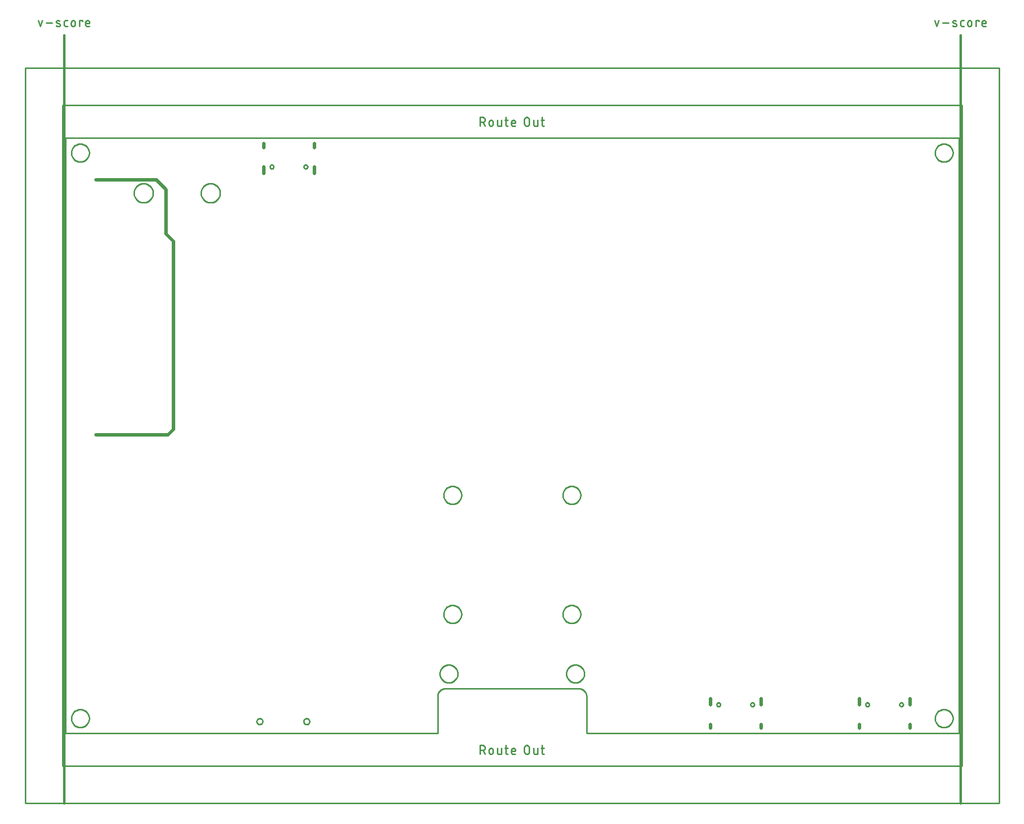
<source format=gko>
G04 EAGLE Gerber RS-274X export*
G75*
%MOMM*%
%FSLAX34Y34*%
%LPD*%
%IN*%
%IPPOS*%
%AMOC8*
5,1,8,0,0,1.08239X$1,22.5*%
G01*
%ADD10C,0.203200*%
%ADD11C,0.600000*%
%ADD12C,0.279400*%
%ADD13C,0.381000*%
%ADD14C,0.254000*%
%ADD15C,0.000000*%
%ADD16C,0.254000*%


D10*
X0Y0D02*
X635000Y0D01*
X635000Y63500D01*
X635004Y63807D01*
X635015Y64114D01*
X635033Y64420D01*
X635059Y64726D01*
X635093Y65031D01*
X635133Y65335D01*
X635181Y65638D01*
X635237Y65940D01*
X635299Y66240D01*
X635369Y66539D01*
X635446Y66836D01*
X635530Y67132D01*
X635622Y67425D01*
X635720Y67715D01*
X635825Y68003D01*
X635938Y68289D01*
X636057Y68572D01*
X636183Y68852D01*
X636315Y69129D01*
X636455Y69402D01*
X636601Y69672D01*
X636753Y69938D01*
X636912Y70201D01*
X637077Y70460D01*
X637248Y70714D01*
X637425Y70965D01*
X637609Y71211D01*
X637798Y71453D01*
X637993Y71689D01*
X638194Y71922D01*
X638400Y72149D01*
X638612Y72371D01*
X638829Y72588D01*
X639051Y72800D01*
X639278Y73006D01*
X639511Y73207D01*
X639747Y73402D01*
X639989Y73591D01*
X640235Y73775D01*
X640486Y73952D01*
X640740Y74123D01*
X640999Y74288D01*
X641262Y74447D01*
X641528Y74599D01*
X641798Y74745D01*
X642071Y74885D01*
X642348Y75017D01*
X642628Y75143D01*
X642911Y75262D01*
X643197Y75375D01*
X643485Y75480D01*
X643775Y75578D01*
X644068Y75670D01*
X644364Y75754D01*
X644661Y75831D01*
X644960Y75901D01*
X645260Y75963D01*
X645562Y76019D01*
X645865Y76067D01*
X646169Y76107D01*
X646474Y76141D01*
X646780Y76167D01*
X647086Y76185D01*
X647393Y76196D01*
X647700Y76200D01*
X876300Y76200D01*
X876607Y76196D01*
X876914Y76185D01*
X877220Y76167D01*
X877526Y76141D01*
X877831Y76107D01*
X878135Y76067D01*
X878438Y76019D01*
X878740Y75963D01*
X879040Y75901D01*
X879339Y75831D01*
X879636Y75754D01*
X879932Y75670D01*
X880225Y75578D01*
X880515Y75480D01*
X880803Y75375D01*
X881089Y75262D01*
X881372Y75143D01*
X881652Y75017D01*
X881929Y74885D01*
X882202Y74745D01*
X882472Y74599D01*
X882738Y74447D01*
X883001Y74288D01*
X883260Y74123D01*
X883514Y73952D01*
X883765Y73775D01*
X884011Y73591D01*
X884253Y73402D01*
X884489Y73207D01*
X884722Y73006D01*
X884949Y72800D01*
X885171Y72588D01*
X885388Y72371D01*
X885600Y72149D01*
X885806Y71922D01*
X886007Y71689D01*
X886202Y71453D01*
X886391Y71211D01*
X886575Y70965D01*
X886752Y70714D01*
X886923Y70460D01*
X887088Y70201D01*
X887247Y69938D01*
X887399Y69672D01*
X887545Y69402D01*
X887685Y69129D01*
X887817Y68852D01*
X887943Y68572D01*
X888062Y68289D01*
X888175Y68003D01*
X888280Y67715D01*
X888378Y67425D01*
X888470Y67132D01*
X888554Y66836D01*
X888631Y66539D01*
X888701Y66240D01*
X888763Y65940D01*
X888819Y65638D01*
X888867Y65335D01*
X888907Y65031D01*
X888941Y64726D01*
X888967Y64420D01*
X888985Y64114D01*
X888996Y63807D01*
X889000Y63500D01*
X889000Y0D01*
X1524000Y0D01*
X1524000Y1016000D01*
X0Y1016000D01*
X0Y0D01*
D11*
X51900Y945000D02*
X155000Y945000D01*
X171500Y928000D01*
X171500Y852500D01*
X184000Y840000D01*
X184000Y520000D01*
X184000Y519000D02*
X175000Y510000D01*
X51900Y510000D01*
D12*
X707504Y-20447D02*
X707504Y-35433D01*
X707504Y-20447D02*
X711667Y-20447D01*
X711795Y-20449D01*
X711923Y-20455D01*
X712051Y-20465D01*
X712179Y-20479D01*
X712306Y-20496D01*
X712432Y-20518D01*
X712558Y-20543D01*
X712682Y-20573D01*
X712806Y-20606D01*
X712929Y-20643D01*
X713051Y-20684D01*
X713171Y-20728D01*
X713290Y-20776D01*
X713407Y-20828D01*
X713523Y-20883D01*
X713636Y-20942D01*
X713749Y-21005D01*
X713859Y-21071D01*
X713966Y-21140D01*
X714072Y-21212D01*
X714176Y-21288D01*
X714277Y-21367D01*
X714376Y-21449D01*
X714472Y-21534D01*
X714565Y-21621D01*
X714656Y-21712D01*
X714743Y-21805D01*
X714828Y-21901D01*
X714910Y-22000D01*
X714989Y-22101D01*
X715065Y-22205D01*
X715137Y-22311D01*
X715206Y-22418D01*
X715272Y-22529D01*
X715335Y-22641D01*
X715394Y-22754D01*
X715449Y-22870D01*
X715501Y-22987D01*
X715549Y-23106D01*
X715593Y-23226D01*
X715634Y-23348D01*
X715671Y-23471D01*
X715704Y-23595D01*
X715734Y-23719D01*
X715759Y-23845D01*
X715781Y-23971D01*
X715798Y-24098D01*
X715812Y-24226D01*
X715822Y-24354D01*
X715828Y-24482D01*
X715830Y-24610D01*
X715828Y-24738D01*
X715822Y-24866D01*
X715812Y-24994D01*
X715798Y-25122D01*
X715781Y-25249D01*
X715759Y-25375D01*
X715734Y-25501D01*
X715704Y-25625D01*
X715671Y-25749D01*
X715634Y-25872D01*
X715593Y-25994D01*
X715549Y-26114D01*
X715501Y-26233D01*
X715449Y-26350D01*
X715394Y-26466D01*
X715335Y-26579D01*
X715272Y-26692D01*
X715206Y-26802D01*
X715137Y-26909D01*
X715065Y-27015D01*
X714989Y-27119D01*
X714910Y-27220D01*
X714828Y-27319D01*
X714743Y-27415D01*
X714656Y-27508D01*
X714565Y-27599D01*
X714472Y-27686D01*
X714376Y-27771D01*
X714277Y-27853D01*
X714176Y-27932D01*
X714072Y-28008D01*
X713966Y-28080D01*
X713859Y-28149D01*
X713749Y-28215D01*
X713636Y-28278D01*
X713523Y-28337D01*
X713407Y-28392D01*
X713290Y-28444D01*
X713171Y-28492D01*
X713051Y-28536D01*
X712929Y-28577D01*
X712806Y-28614D01*
X712682Y-28647D01*
X712558Y-28677D01*
X712432Y-28702D01*
X712306Y-28724D01*
X712179Y-28741D01*
X712051Y-28755D01*
X711923Y-28765D01*
X711795Y-28771D01*
X711667Y-28773D01*
X707504Y-28773D01*
X712499Y-28773D02*
X715829Y-35433D01*
X722788Y-32103D02*
X722788Y-28773D01*
X722790Y-28659D01*
X722796Y-28546D01*
X722805Y-28432D01*
X722819Y-28320D01*
X722836Y-28207D01*
X722858Y-28095D01*
X722883Y-27985D01*
X722911Y-27875D01*
X722944Y-27766D01*
X722980Y-27658D01*
X723020Y-27551D01*
X723064Y-27446D01*
X723111Y-27343D01*
X723161Y-27241D01*
X723215Y-27141D01*
X723273Y-27043D01*
X723334Y-26947D01*
X723397Y-26853D01*
X723465Y-26761D01*
X723535Y-26671D01*
X723608Y-26585D01*
X723684Y-26500D01*
X723763Y-26418D01*
X723845Y-26339D01*
X723930Y-26263D01*
X724016Y-26190D01*
X724106Y-26120D01*
X724198Y-26052D01*
X724292Y-25989D01*
X724388Y-25928D01*
X724486Y-25870D01*
X724586Y-25816D01*
X724688Y-25766D01*
X724791Y-25719D01*
X724896Y-25675D01*
X725003Y-25635D01*
X725111Y-25599D01*
X725220Y-25566D01*
X725330Y-25538D01*
X725440Y-25513D01*
X725552Y-25491D01*
X725665Y-25474D01*
X725777Y-25460D01*
X725891Y-25451D01*
X726004Y-25445D01*
X726118Y-25443D01*
X726232Y-25445D01*
X726345Y-25451D01*
X726459Y-25460D01*
X726571Y-25474D01*
X726684Y-25491D01*
X726796Y-25513D01*
X726906Y-25538D01*
X727016Y-25566D01*
X727125Y-25599D01*
X727233Y-25635D01*
X727340Y-25675D01*
X727445Y-25719D01*
X727548Y-25766D01*
X727650Y-25816D01*
X727750Y-25870D01*
X727848Y-25928D01*
X727944Y-25989D01*
X728038Y-26052D01*
X728130Y-26120D01*
X728220Y-26190D01*
X728306Y-26263D01*
X728391Y-26339D01*
X728473Y-26418D01*
X728552Y-26500D01*
X728628Y-26585D01*
X728701Y-26671D01*
X728771Y-26761D01*
X728839Y-26853D01*
X728902Y-26947D01*
X728963Y-27043D01*
X729021Y-27141D01*
X729075Y-27241D01*
X729125Y-27343D01*
X729172Y-27446D01*
X729216Y-27551D01*
X729256Y-27658D01*
X729292Y-27766D01*
X729325Y-27875D01*
X729353Y-27985D01*
X729378Y-28095D01*
X729400Y-28207D01*
X729417Y-28320D01*
X729431Y-28432D01*
X729440Y-28546D01*
X729446Y-28659D01*
X729448Y-28773D01*
X729448Y-32103D01*
X729446Y-32217D01*
X729440Y-32330D01*
X729431Y-32444D01*
X729417Y-32556D01*
X729400Y-32669D01*
X729378Y-32781D01*
X729353Y-32891D01*
X729325Y-33001D01*
X729292Y-33110D01*
X729256Y-33218D01*
X729216Y-33325D01*
X729172Y-33430D01*
X729125Y-33533D01*
X729075Y-33635D01*
X729021Y-33735D01*
X728963Y-33833D01*
X728902Y-33929D01*
X728839Y-34023D01*
X728771Y-34115D01*
X728701Y-34205D01*
X728628Y-34291D01*
X728552Y-34376D01*
X728473Y-34458D01*
X728391Y-34537D01*
X728306Y-34613D01*
X728220Y-34686D01*
X728130Y-34756D01*
X728038Y-34824D01*
X727944Y-34887D01*
X727848Y-34948D01*
X727750Y-35006D01*
X727650Y-35060D01*
X727548Y-35110D01*
X727445Y-35157D01*
X727340Y-35201D01*
X727233Y-35241D01*
X727125Y-35277D01*
X727016Y-35310D01*
X726906Y-35338D01*
X726796Y-35363D01*
X726684Y-35385D01*
X726571Y-35402D01*
X726459Y-35416D01*
X726345Y-35425D01*
X726232Y-35431D01*
X726118Y-35433D01*
X726004Y-35431D01*
X725891Y-35425D01*
X725777Y-35416D01*
X725665Y-35402D01*
X725552Y-35385D01*
X725440Y-35363D01*
X725330Y-35338D01*
X725220Y-35310D01*
X725111Y-35277D01*
X725003Y-35241D01*
X724896Y-35201D01*
X724791Y-35157D01*
X724688Y-35110D01*
X724586Y-35060D01*
X724486Y-35006D01*
X724388Y-34948D01*
X724292Y-34887D01*
X724198Y-34824D01*
X724106Y-34756D01*
X724016Y-34686D01*
X723930Y-34613D01*
X723845Y-34537D01*
X723763Y-34458D01*
X723684Y-34376D01*
X723608Y-34291D01*
X723535Y-34205D01*
X723465Y-34115D01*
X723397Y-34023D01*
X723334Y-33929D01*
X723273Y-33833D01*
X723215Y-33735D01*
X723161Y-33635D01*
X723111Y-33533D01*
X723064Y-33430D01*
X723020Y-33325D01*
X722980Y-33218D01*
X722944Y-33110D01*
X722911Y-33001D01*
X722883Y-32891D01*
X722858Y-32781D01*
X722836Y-32669D01*
X722819Y-32556D01*
X722805Y-32444D01*
X722796Y-32330D01*
X722790Y-32217D01*
X722788Y-32103D01*
X736856Y-32935D02*
X736856Y-25442D01*
X736855Y-32935D02*
X736857Y-33033D01*
X736863Y-33131D01*
X736872Y-33229D01*
X736886Y-33326D01*
X736903Y-33422D01*
X736924Y-33518D01*
X736949Y-33613D01*
X736977Y-33707D01*
X737009Y-33800D01*
X737045Y-33891D01*
X737084Y-33981D01*
X737127Y-34069D01*
X737174Y-34156D01*
X737223Y-34240D01*
X737276Y-34323D01*
X737332Y-34403D01*
X737391Y-34482D01*
X737454Y-34557D01*
X737519Y-34631D01*
X737587Y-34701D01*
X737657Y-34769D01*
X737731Y-34835D01*
X737807Y-34897D01*
X737885Y-34956D01*
X737965Y-35012D01*
X738048Y-35065D01*
X738132Y-35115D01*
X738219Y-35161D01*
X738307Y-35204D01*
X738397Y-35243D01*
X738488Y-35279D01*
X738581Y-35311D01*
X738675Y-35339D01*
X738770Y-35364D01*
X738866Y-35385D01*
X738962Y-35402D01*
X739059Y-35416D01*
X739157Y-35425D01*
X739255Y-35431D01*
X739353Y-35433D01*
X743516Y-35433D01*
X743516Y-25442D01*
X749497Y-25442D02*
X754492Y-25442D01*
X751162Y-20447D02*
X751162Y-32935D01*
X751164Y-33033D01*
X751170Y-33131D01*
X751179Y-33229D01*
X751193Y-33326D01*
X751210Y-33422D01*
X751231Y-33518D01*
X751256Y-33613D01*
X751284Y-33707D01*
X751316Y-33800D01*
X751352Y-33891D01*
X751391Y-33981D01*
X751434Y-34069D01*
X751481Y-34156D01*
X751530Y-34240D01*
X751583Y-34323D01*
X751639Y-34403D01*
X751698Y-34482D01*
X751761Y-34557D01*
X751826Y-34631D01*
X751894Y-34701D01*
X751964Y-34769D01*
X752038Y-34835D01*
X752114Y-34897D01*
X752192Y-34956D01*
X752272Y-35012D01*
X752355Y-35065D01*
X752439Y-35115D01*
X752526Y-35161D01*
X752614Y-35204D01*
X752704Y-35243D01*
X752795Y-35279D01*
X752888Y-35311D01*
X752982Y-35339D01*
X753077Y-35364D01*
X753173Y-35385D01*
X753269Y-35402D01*
X753366Y-35416D01*
X753464Y-35425D01*
X753562Y-35431D01*
X753660Y-35433D01*
X754492Y-35433D01*
X763321Y-35433D02*
X767484Y-35433D01*
X763321Y-35433D02*
X763223Y-35431D01*
X763125Y-35425D01*
X763027Y-35416D01*
X762930Y-35402D01*
X762834Y-35385D01*
X762738Y-35364D01*
X762643Y-35339D01*
X762549Y-35311D01*
X762456Y-35279D01*
X762365Y-35243D01*
X762275Y-35204D01*
X762187Y-35161D01*
X762100Y-35114D01*
X762016Y-35065D01*
X761933Y-35012D01*
X761853Y-34956D01*
X761775Y-34897D01*
X761699Y-34835D01*
X761625Y-34769D01*
X761555Y-34701D01*
X761487Y-34631D01*
X761422Y-34557D01*
X761359Y-34482D01*
X761300Y-34403D01*
X761244Y-34323D01*
X761191Y-34240D01*
X761142Y-34156D01*
X761095Y-34069D01*
X761052Y-33981D01*
X761013Y-33891D01*
X760977Y-33800D01*
X760945Y-33707D01*
X760917Y-33613D01*
X760892Y-33518D01*
X760871Y-33422D01*
X760854Y-33326D01*
X760840Y-33229D01*
X760831Y-33131D01*
X760825Y-33033D01*
X760823Y-32935D01*
X760824Y-32935D02*
X760824Y-28773D01*
X760826Y-28659D01*
X760832Y-28546D01*
X760841Y-28432D01*
X760855Y-28320D01*
X760872Y-28207D01*
X760894Y-28095D01*
X760919Y-27985D01*
X760947Y-27875D01*
X760980Y-27766D01*
X761016Y-27658D01*
X761056Y-27551D01*
X761100Y-27446D01*
X761147Y-27343D01*
X761197Y-27241D01*
X761251Y-27141D01*
X761309Y-27043D01*
X761370Y-26947D01*
X761433Y-26853D01*
X761501Y-26761D01*
X761571Y-26671D01*
X761644Y-26585D01*
X761720Y-26500D01*
X761799Y-26418D01*
X761881Y-26339D01*
X761966Y-26263D01*
X762052Y-26190D01*
X762142Y-26120D01*
X762234Y-26052D01*
X762328Y-25989D01*
X762424Y-25928D01*
X762522Y-25870D01*
X762622Y-25816D01*
X762724Y-25766D01*
X762827Y-25719D01*
X762932Y-25675D01*
X763039Y-25635D01*
X763147Y-25599D01*
X763256Y-25566D01*
X763366Y-25538D01*
X763476Y-25513D01*
X763588Y-25491D01*
X763701Y-25474D01*
X763813Y-25460D01*
X763927Y-25451D01*
X764040Y-25445D01*
X764154Y-25443D01*
X764268Y-25445D01*
X764381Y-25451D01*
X764495Y-25460D01*
X764607Y-25474D01*
X764720Y-25491D01*
X764832Y-25513D01*
X764942Y-25538D01*
X765052Y-25566D01*
X765161Y-25599D01*
X765269Y-25635D01*
X765376Y-25675D01*
X765481Y-25719D01*
X765584Y-25766D01*
X765686Y-25816D01*
X765786Y-25870D01*
X765884Y-25928D01*
X765980Y-25989D01*
X766074Y-26052D01*
X766166Y-26120D01*
X766256Y-26190D01*
X766342Y-26263D01*
X766427Y-26339D01*
X766509Y-26418D01*
X766588Y-26500D01*
X766664Y-26585D01*
X766737Y-26671D01*
X766807Y-26761D01*
X766875Y-26853D01*
X766938Y-26947D01*
X766999Y-27043D01*
X767057Y-27141D01*
X767111Y-27241D01*
X767161Y-27343D01*
X767208Y-27446D01*
X767252Y-27551D01*
X767292Y-27658D01*
X767328Y-27766D01*
X767361Y-27875D01*
X767389Y-27985D01*
X767414Y-28095D01*
X767436Y-28207D01*
X767453Y-28320D01*
X767467Y-28432D01*
X767476Y-28546D01*
X767482Y-28659D01*
X767484Y-28773D01*
X767484Y-30438D01*
X760824Y-30438D01*
X782917Y-31270D02*
X782917Y-24610D01*
X782919Y-24482D01*
X782925Y-24354D01*
X782935Y-24226D01*
X782949Y-24098D01*
X782966Y-23971D01*
X782988Y-23845D01*
X783013Y-23719D01*
X783043Y-23595D01*
X783076Y-23471D01*
X783113Y-23348D01*
X783154Y-23226D01*
X783198Y-23106D01*
X783246Y-22987D01*
X783298Y-22870D01*
X783353Y-22754D01*
X783412Y-22641D01*
X783475Y-22528D01*
X783541Y-22418D01*
X783610Y-22311D01*
X783682Y-22205D01*
X783758Y-22101D01*
X783837Y-22000D01*
X783919Y-21901D01*
X784004Y-21805D01*
X784091Y-21712D01*
X784182Y-21621D01*
X784275Y-21534D01*
X784371Y-21449D01*
X784470Y-21367D01*
X784571Y-21288D01*
X784675Y-21212D01*
X784781Y-21140D01*
X784888Y-21071D01*
X784999Y-21005D01*
X785111Y-20942D01*
X785224Y-20883D01*
X785340Y-20828D01*
X785457Y-20776D01*
X785576Y-20728D01*
X785696Y-20684D01*
X785818Y-20643D01*
X785941Y-20606D01*
X786065Y-20573D01*
X786189Y-20543D01*
X786315Y-20518D01*
X786441Y-20496D01*
X786568Y-20479D01*
X786696Y-20465D01*
X786824Y-20455D01*
X786952Y-20449D01*
X787080Y-20447D01*
X787208Y-20449D01*
X787336Y-20455D01*
X787464Y-20465D01*
X787592Y-20479D01*
X787719Y-20496D01*
X787845Y-20518D01*
X787971Y-20543D01*
X788095Y-20573D01*
X788219Y-20606D01*
X788342Y-20643D01*
X788464Y-20684D01*
X788584Y-20728D01*
X788703Y-20776D01*
X788820Y-20828D01*
X788936Y-20883D01*
X789049Y-20942D01*
X789162Y-21005D01*
X789272Y-21071D01*
X789379Y-21140D01*
X789485Y-21212D01*
X789589Y-21288D01*
X789690Y-21367D01*
X789789Y-21449D01*
X789885Y-21534D01*
X789978Y-21621D01*
X790069Y-21712D01*
X790156Y-21805D01*
X790241Y-21901D01*
X790323Y-22000D01*
X790402Y-22101D01*
X790478Y-22205D01*
X790550Y-22311D01*
X790619Y-22418D01*
X790685Y-22529D01*
X790748Y-22641D01*
X790807Y-22754D01*
X790862Y-22870D01*
X790914Y-22987D01*
X790962Y-23106D01*
X791006Y-23226D01*
X791047Y-23348D01*
X791084Y-23471D01*
X791117Y-23595D01*
X791147Y-23719D01*
X791172Y-23845D01*
X791194Y-23971D01*
X791211Y-24098D01*
X791225Y-24226D01*
X791235Y-24354D01*
X791241Y-24482D01*
X791243Y-24610D01*
X791242Y-24610D02*
X791242Y-31270D01*
X791243Y-31270D02*
X791241Y-31398D01*
X791235Y-31526D01*
X791225Y-31654D01*
X791211Y-31782D01*
X791194Y-31909D01*
X791172Y-32035D01*
X791147Y-32161D01*
X791117Y-32285D01*
X791084Y-32409D01*
X791047Y-32532D01*
X791006Y-32654D01*
X790962Y-32774D01*
X790914Y-32893D01*
X790862Y-33010D01*
X790807Y-33126D01*
X790748Y-33239D01*
X790685Y-33352D01*
X790619Y-33462D01*
X790550Y-33569D01*
X790478Y-33675D01*
X790402Y-33779D01*
X790323Y-33880D01*
X790241Y-33979D01*
X790156Y-34075D01*
X790069Y-34168D01*
X789978Y-34259D01*
X789885Y-34346D01*
X789789Y-34431D01*
X789690Y-34513D01*
X789589Y-34592D01*
X789485Y-34668D01*
X789379Y-34740D01*
X789272Y-34809D01*
X789162Y-34875D01*
X789049Y-34938D01*
X788936Y-34997D01*
X788820Y-35052D01*
X788703Y-35104D01*
X788584Y-35152D01*
X788464Y-35196D01*
X788342Y-35237D01*
X788219Y-35274D01*
X788095Y-35307D01*
X787971Y-35337D01*
X787845Y-35362D01*
X787719Y-35384D01*
X787592Y-35401D01*
X787464Y-35415D01*
X787336Y-35425D01*
X787208Y-35431D01*
X787080Y-35433D01*
X786952Y-35431D01*
X786824Y-35425D01*
X786696Y-35415D01*
X786568Y-35401D01*
X786441Y-35384D01*
X786315Y-35362D01*
X786189Y-35337D01*
X786065Y-35307D01*
X785941Y-35274D01*
X785818Y-35237D01*
X785696Y-35196D01*
X785576Y-35152D01*
X785457Y-35104D01*
X785340Y-35052D01*
X785224Y-34997D01*
X785111Y-34938D01*
X784999Y-34875D01*
X784888Y-34809D01*
X784781Y-34740D01*
X784675Y-34668D01*
X784571Y-34592D01*
X784470Y-34513D01*
X784371Y-34431D01*
X784275Y-34346D01*
X784182Y-34259D01*
X784091Y-34168D01*
X784004Y-34075D01*
X783919Y-33979D01*
X783837Y-33880D01*
X783758Y-33779D01*
X783682Y-33675D01*
X783610Y-33569D01*
X783541Y-33462D01*
X783475Y-33351D01*
X783412Y-33239D01*
X783353Y-33126D01*
X783298Y-33010D01*
X783246Y-32893D01*
X783198Y-32774D01*
X783154Y-32654D01*
X783113Y-32532D01*
X783076Y-32409D01*
X783043Y-32285D01*
X783013Y-32161D01*
X782988Y-32035D01*
X782966Y-31909D01*
X782949Y-31782D01*
X782935Y-31654D01*
X782925Y-31526D01*
X782919Y-31398D01*
X782917Y-31270D01*
X798859Y-32935D02*
X798859Y-25442D01*
X798859Y-32935D02*
X798861Y-33033D01*
X798867Y-33131D01*
X798876Y-33229D01*
X798890Y-33326D01*
X798907Y-33422D01*
X798928Y-33518D01*
X798953Y-33613D01*
X798981Y-33707D01*
X799013Y-33800D01*
X799049Y-33891D01*
X799088Y-33981D01*
X799131Y-34069D01*
X799178Y-34156D01*
X799227Y-34240D01*
X799280Y-34323D01*
X799336Y-34403D01*
X799395Y-34482D01*
X799458Y-34557D01*
X799523Y-34631D01*
X799591Y-34701D01*
X799661Y-34769D01*
X799735Y-34835D01*
X799811Y-34897D01*
X799889Y-34956D01*
X799969Y-35012D01*
X800052Y-35065D01*
X800136Y-35115D01*
X800223Y-35161D01*
X800311Y-35204D01*
X800401Y-35243D01*
X800492Y-35279D01*
X800585Y-35311D01*
X800679Y-35339D01*
X800774Y-35364D01*
X800870Y-35385D01*
X800966Y-35402D01*
X801063Y-35416D01*
X801161Y-35425D01*
X801259Y-35431D01*
X801357Y-35433D01*
X805520Y-35433D01*
X805520Y-25442D01*
X811501Y-25442D02*
X816496Y-25442D01*
X813166Y-20447D02*
X813166Y-32935D01*
X813165Y-32935D02*
X813167Y-33033D01*
X813173Y-33131D01*
X813182Y-33229D01*
X813196Y-33326D01*
X813213Y-33422D01*
X813234Y-33518D01*
X813259Y-33613D01*
X813287Y-33707D01*
X813319Y-33800D01*
X813355Y-33891D01*
X813394Y-33981D01*
X813437Y-34069D01*
X813484Y-34156D01*
X813533Y-34240D01*
X813586Y-34323D01*
X813642Y-34403D01*
X813701Y-34482D01*
X813764Y-34557D01*
X813829Y-34631D01*
X813897Y-34701D01*
X813967Y-34769D01*
X814041Y-34835D01*
X814117Y-34897D01*
X814195Y-34956D01*
X814275Y-35012D01*
X814358Y-35065D01*
X814442Y-35115D01*
X814529Y-35161D01*
X814617Y-35204D01*
X814707Y-35243D01*
X814798Y-35279D01*
X814891Y-35311D01*
X814985Y-35339D01*
X815080Y-35364D01*
X815176Y-35385D01*
X815272Y-35402D01*
X815369Y-35416D01*
X815467Y-35425D01*
X815565Y-35431D01*
X815663Y-35433D01*
X815664Y-35433D02*
X816496Y-35433D01*
X707504Y1036447D02*
X707504Y1051433D01*
X711667Y1051433D01*
X711795Y1051431D01*
X711923Y1051425D01*
X712051Y1051415D01*
X712179Y1051401D01*
X712306Y1051384D01*
X712432Y1051362D01*
X712558Y1051337D01*
X712682Y1051307D01*
X712806Y1051274D01*
X712929Y1051237D01*
X713051Y1051196D01*
X713171Y1051152D01*
X713290Y1051104D01*
X713407Y1051052D01*
X713523Y1050997D01*
X713636Y1050938D01*
X713749Y1050875D01*
X713859Y1050809D01*
X713966Y1050740D01*
X714072Y1050668D01*
X714176Y1050592D01*
X714277Y1050513D01*
X714376Y1050431D01*
X714472Y1050346D01*
X714565Y1050259D01*
X714656Y1050168D01*
X714743Y1050075D01*
X714828Y1049979D01*
X714910Y1049880D01*
X714989Y1049779D01*
X715065Y1049675D01*
X715137Y1049569D01*
X715206Y1049462D01*
X715272Y1049352D01*
X715335Y1049239D01*
X715394Y1049126D01*
X715449Y1049010D01*
X715501Y1048893D01*
X715549Y1048774D01*
X715593Y1048654D01*
X715634Y1048532D01*
X715671Y1048409D01*
X715704Y1048285D01*
X715734Y1048161D01*
X715759Y1048035D01*
X715781Y1047909D01*
X715798Y1047782D01*
X715812Y1047654D01*
X715822Y1047526D01*
X715828Y1047398D01*
X715830Y1047270D01*
X715828Y1047142D01*
X715822Y1047014D01*
X715812Y1046886D01*
X715798Y1046758D01*
X715781Y1046631D01*
X715759Y1046505D01*
X715734Y1046379D01*
X715704Y1046255D01*
X715671Y1046131D01*
X715634Y1046008D01*
X715593Y1045886D01*
X715549Y1045766D01*
X715501Y1045647D01*
X715449Y1045530D01*
X715394Y1045414D01*
X715335Y1045301D01*
X715272Y1045189D01*
X715206Y1045078D01*
X715137Y1044971D01*
X715065Y1044865D01*
X714989Y1044761D01*
X714910Y1044660D01*
X714828Y1044561D01*
X714743Y1044465D01*
X714656Y1044372D01*
X714565Y1044281D01*
X714472Y1044194D01*
X714376Y1044109D01*
X714277Y1044027D01*
X714176Y1043948D01*
X714072Y1043872D01*
X713966Y1043800D01*
X713859Y1043731D01*
X713749Y1043665D01*
X713636Y1043602D01*
X713523Y1043543D01*
X713407Y1043488D01*
X713290Y1043436D01*
X713171Y1043388D01*
X713051Y1043344D01*
X712929Y1043303D01*
X712806Y1043266D01*
X712682Y1043233D01*
X712558Y1043203D01*
X712432Y1043178D01*
X712306Y1043156D01*
X712179Y1043139D01*
X712051Y1043125D01*
X711923Y1043115D01*
X711795Y1043109D01*
X711667Y1043107D01*
X707504Y1043107D01*
X712499Y1043107D02*
X715829Y1036447D01*
X722788Y1039777D02*
X722788Y1043107D01*
X722790Y1043221D01*
X722796Y1043334D01*
X722805Y1043448D01*
X722819Y1043560D01*
X722836Y1043673D01*
X722858Y1043785D01*
X722883Y1043895D01*
X722911Y1044005D01*
X722944Y1044114D01*
X722980Y1044222D01*
X723020Y1044329D01*
X723064Y1044434D01*
X723111Y1044537D01*
X723161Y1044639D01*
X723215Y1044739D01*
X723273Y1044837D01*
X723334Y1044933D01*
X723397Y1045027D01*
X723465Y1045119D01*
X723535Y1045209D01*
X723608Y1045295D01*
X723684Y1045380D01*
X723763Y1045462D01*
X723845Y1045541D01*
X723930Y1045617D01*
X724016Y1045690D01*
X724106Y1045760D01*
X724198Y1045828D01*
X724292Y1045891D01*
X724388Y1045952D01*
X724486Y1046010D01*
X724586Y1046064D01*
X724688Y1046114D01*
X724791Y1046161D01*
X724896Y1046205D01*
X725003Y1046245D01*
X725111Y1046281D01*
X725220Y1046314D01*
X725330Y1046342D01*
X725440Y1046367D01*
X725552Y1046389D01*
X725665Y1046406D01*
X725777Y1046420D01*
X725891Y1046429D01*
X726004Y1046435D01*
X726118Y1046437D01*
X726232Y1046435D01*
X726345Y1046429D01*
X726459Y1046420D01*
X726571Y1046406D01*
X726684Y1046389D01*
X726796Y1046367D01*
X726906Y1046342D01*
X727016Y1046314D01*
X727125Y1046281D01*
X727233Y1046245D01*
X727340Y1046205D01*
X727445Y1046161D01*
X727548Y1046114D01*
X727650Y1046064D01*
X727750Y1046010D01*
X727848Y1045952D01*
X727944Y1045891D01*
X728038Y1045828D01*
X728130Y1045760D01*
X728220Y1045690D01*
X728306Y1045617D01*
X728391Y1045541D01*
X728473Y1045462D01*
X728552Y1045380D01*
X728628Y1045295D01*
X728701Y1045209D01*
X728771Y1045119D01*
X728839Y1045027D01*
X728902Y1044933D01*
X728963Y1044837D01*
X729021Y1044739D01*
X729075Y1044639D01*
X729125Y1044537D01*
X729172Y1044434D01*
X729216Y1044329D01*
X729256Y1044222D01*
X729292Y1044114D01*
X729325Y1044005D01*
X729353Y1043895D01*
X729378Y1043785D01*
X729400Y1043673D01*
X729417Y1043560D01*
X729431Y1043448D01*
X729440Y1043334D01*
X729446Y1043221D01*
X729448Y1043107D01*
X729448Y1039777D01*
X729446Y1039663D01*
X729440Y1039550D01*
X729431Y1039436D01*
X729417Y1039324D01*
X729400Y1039211D01*
X729378Y1039099D01*
X729353Y1038989D01*
X729325Y1038879D01*
X729292Y1038770D01*
X729256Y1038662D01*
X729216Y1038555D01*
X729172Y1038450D01*
X729125Y1038347D01*
X729075Y1038245D01*
X729021Y1038145D01*
X728963Y1038047D01*
X728902Y1037951D01*
X728839Y1037857D01*
X728771Y1037765D01*
X728701Y1037675D01*
X728628Y1037589D01*
X728552Y1037504D01*
X728473Y1037422D01*
X728391Y1037343D01*
X728306Y1037267D01*
X728220Y1037194D01*
X728130Y1037124D01*
X728038Y1037056D01*
X727944Y1036993D01*
X727848Y1036932D01*
X727750Y1036874D01*
X727650Y1036820D01*
X727548Y1036770D01*
X727445Y1036723D01*
X727340Y1036679D01*
X727233Y1036639D01*
X727125Y1036603D01*
X727016Y1036570D01*
X726906Y1036542D01*
X726796Y1036517D01*
X726684Y1036495D01*
X726571Y1036478D01*
X726459Y1036464D01*
X726345Y1036455D01*
X726232Y1036449D01*
X726118Y1036447D01*
X726004Y1036449D01*
X725891Y1036455D01*
X725777Y1036464D01*
X725665Y1036478D01*
X725552Y1036495D01*
X725440Y1036517D01*
X725330Y1036542D01*
X725220Y1036570D01*
X725111Y1036603D01*
X725003Y1036639D01*
X724896Y1036679D01*
X724791Y1036723D01*
X724688Y1036770D01*
X724586Y1036820D01*
X724486Y1036874D01*
X724388Y1036932D01*
X724292Y1036993D01*
X724198Y1037056D01*
X724106Y1037124D01*
X724016Y1037194D01*
X723930Y1037267D01*
X723845Y1037343D01*
X723763Y1037422D01*
X723684Y1037504D01*
X723608Y1037589D01*
X723535Y1037675D01*
X723465Y1037765D01*
X723397Y1037857D01*
X723334Y1037951D01*
X723273Y1038047D01*
X723215Y1038145D01*
X723161Y1038245D01*
X723111Y1038347D01*
X723064Y1038450D01*
X723020Y1038555D01*
X722980Y1038662D01*
X722944Y1038770D01*
X722911Y1038879D01*
X722883Y1038989D01*
X722858Y1039099D01*
X722836Y1039211D01*
X722819Y1039324D01*
X722805Y1039436D01*
X722796Y1039550D01*
X722790Y1039663D01*
X722788Y1039777D01*
X736856Y1038945D02*
X736856Y1046438D01*
X736855Y1038945D02*
X736857Y1038847D01*
X736863Y1038749D01*
X736872Y1038651D01*
X736886Y1038554D01*
X736903Y1038458D01*
X736924Y1038362D01*
X736949Y1038267D01*
X736977Y1038173D01*
X737009Y1038080D01*
X737045Y1037989D01*
X737084Y1037899D01*
X737127Y1037811D01*
X737174Y1037724D01*
X737223Y1037640D01*
X737276Y1037557D01*
X737332Y1037477D01*
X737391Y1037399D01*
X737454Y1037323D01*
X737519Y1037249D01*
X737587Y1037179D01*
X737657Y1037111D01*
X737731Y1037046D01*
X737807Y1036983D01*
X737885Y1036924D01*
X737965Y1036868D01*
X738048Y1036815D01*
X738132Y1036766D01*
X738219Y1036719D01*
X738307Y1036676D01*
X738397Y1036637D01*
X738488Y1036601D01*
X738581Y1036569D01*
X738675Y1036541D01*
X738770Y1036516D01*
X738866Y1036495D01*
X738962Y1036478D01*
X739059Y1036464D01*
X739157Y1036455D01*
X739255Y1036449D01*
X739353Y1036447D01*
X743516Y1036447D01*
X743516Y1046438D01*
X749497Y1046438D02*
X754492Y1046438D01*
X751162Y1051433D02*
X751162Y1038945D01*
X751164Y1038847D01*
X751170Y1038749D01*
X751179Y1038651D01*
X751193Y1038554D01*
X751210Y1038458D01*
X751231Y1038362D01*
X751256Y1038267D01*
X751284Y1038173D01*
X751316Y1038080D01*
X751352Y1037989D01*
X751391Y1037899D01*
X751434Y1037811D01*
X751481Y1037724D01*
X751530Y1037640D01*
X751583Y1037557D01*
X751639Y1037477D01*
X751698Y1037399D01*
X751761Y1037323D01*
X751826Y1037249D01*
X751894Y1037179D01*
X751964Y1037111D01*
X752038Y1037046D01*
X752114Y1036983D01*
X752192Y1036924D01*
X752272Y1036868D01*
X752355Y1036815D01*
X752439Y1036766D01*
X752526Y1036719D01*
X752614Y1036676D01*
X752704Y1036637D01*
X752795Y1036601D01*
X752888Y1036569D01*
X752982Y1036541D01*
X753077Y1036516D01*
X753173Y1036495D01*
X753269Y1036478D01*
X753366Y1036464D01*
X753464Y1036455D01*
X753562Y1036449D01*
X753660Y1036447D01*
X754492Y1036447D01*
X763321Y1036447D02*
X767484Y1036447D01*
X763321Y1036447D02*
X763223Y1036449D01*
X763125Y1036455D01*
X763027Y1036464D01*
X762930Y1036478D01*
X762834Y1036495D01*
X762738Y1036516D01*
X762643Y1036541D01*
X762549Y1036569D01*
X762456Y1036601D01*
X762365Y1036637D01*
X762275Y1036676D01*
X762187Y1036719D01*
X762100Y1036766D01*
X762016Y1036815D01*
X761933Y1036868D01*
X761853Y1036924D01*
X761775Y1036983D01*
X761699Y1037046D01*
X761625Y1037111D01*
X761555Y1037179D01*
X761487Y1037249D01*
X761422Y1037323D01*
X761359Y1037399D01*
X761300Y1037477D01*
X761244Y1037557D01*
X761191Y1037640D01*
X761142Y1037724D01*
X761095Y1037811D01*
X761052Y1037899D01*
X761013Y1037989D01*
X760977Y1038080D01*
X760945Y1038173D01*
X760917Y1038267D01*
X760892Y1038362D01*
X760871Y1038458D01*
X760854Y1038554D01*
X760840Y1038651D01*
X760831Y1038749D01*
X760825Y1038847D01*
X760823Y1038945D01*
X760824Y1038945D02*
X760824Y1043107D01*
X760826Y1043221D01*
X760832Y1043334D01*
X760841Y1043448D01*
X760855Y1043560D01*
X760872Y1043673D01*
X760894Y1043785D01*
X760919Y1043895D01*
X760947Y1044005D01*
X760980Y1044114D01*
X761016Y1044222D01*
X761056Y1044329D01*
X761100Y1044434D01*
X761147Y1044537D01*
X761197Y1044639D01*
X761251Y1044739D01*
X761309Y1044837D01*
X761370Y1044933D01*
X761433Y1045027D01*
X761501Y1045119D01*
X761571Y1045209D01*
X761644Y1045295D01*
X761720Y1045380D01*
X761799Y1045462D01*
X761881Y1045541D01*
X761966Y1045617D01*
X762052Y1045690D01*
X762142Y1045760D01*
X762234Y1045828D01*
X762328Y1045891D01*
X762424Y1045952D01*
X762522Y1046010D01*
X762622Y1046064D01*
X762724Y1046114D01*
X762827Y1046161D01*
X762932Y1046205D01*
X763039Y1046245D01*
X763147Y1046281D01*
X763256Y1046314D01*
X763366Y1046342D01*
X763476Y1046367D01*
X763588Y1046389D01*
X763701Y1046406D01*
X763813Y1046420D01*
X763927Y1046429D01*
X764040Y1046435D01*
X764154Y1046437D01*
X764268Y1046435D01*
X764381Y1046429D01*
X764495Y1046420D01*
X764607Y1046406D01*
X764720Y1046389D01*
X764832Y1046367D01*
X764942Y1046342D01*
X765052Y1046314D01*
X765161Y1046281D01*
X765269Y1046245D01*
X765376Y1046205D01*
X765481Y1046161D01*
X765584Y1046114D01*
X765686Y1046064D01*
X765786Y1046010D01*
X765884Y1045952D01*
X765980Y1045891D01*
X766074Y1045828D01*
X766166Y1045760D01*
X766256Y1045690D01*
X766342Y1045617D01*
X766427Y1045541D01*
X766509Y1045462D01*
X766588Y1045380D01*
X766664Y1045295D01*
X766737Y1045209D01*
X766807Y1045119D01*
X766875Y1045027D01*
X766938Y1044933D01*
X766999Y1044837D01*
X767057Y1044739D01*
X767111Y1044639D01*
X767161Y1044537D01*
X767208Y1044434D01*
X767252Y1044329D01*
X767292Y1044222D01*
X767328Y1044114D01*
X767361Y1044005D01*
X767389Y1043895D01*
X767414Y1043785D01*
X767436Y1043673D01*
X767453Y1043560D01*
X767467Y1043448D01*
X767476Y1043334D01*
X767482Y1043221D01*
X767484Y1043107D01*
X767484Y1041442D01*
X760824Y1041442D01*
X782917Y1040610D02*
X782917Y1047270D01*
X782919Y1047398D01*
X782925Y1047526D01*
X782935Y1047654D01*
X782949Y1047782D01*
X782966Y1047909D01*
X782988Y1048035D01*
X783013Y1048161D01*
X783043Y1048285D01*
X783076Y1048409D01*
X783113Y1048532D01*
X783154Y1048654D01*
X783198Y1048774D01*
X783246Y1048893D01*
X783298Y1049010D01*
X783353Y1049126D01*
X783412Y1049239D01*
X783475Y1049352D01*
X783541Y1049462D01*
X783610Y1049569D01*
X783682Y1049675D01*
X783758Y1049779D01*
X783837Y1049880D01*
X783919Y1049979D01*
X784004Y1050075D01*
X784091Y1050168D01*
X784182Y1050259D01*
X784275Y1050346D01*
X784371Y1050431D01*
X784470Y1050513D01*
X784571Y1050592D01*
X784675Y1050668D01*
X784781Y1050740D01*
X784888Y1050809D01*
X784999Y1050875D01*
X785111Y1050938D01*
X785224Y1050997D01*
X785340Y1051052D01*
X785457Y1051104D01*
X785576Y1051152D01*
X785696Y1051196D01*
X785818Y1051237D01*
X785941Y1051274D01*
X786065Y1051307D01*
X786189Y1051337D01*
X786315Y1051362D01*
X786441Y1051384D01*
X786568Y1051401D01*
X786696Y1051415D01*
X786824Y1051425D01*
X786952Y1051431D01*
X787080Y1051433D01*
X787208Y1051431D01*
X787336Y1051425D01*
X787464Y1051415D01*
X787592Y1051401D01*
X787719Y1051384D01*
X787845Y1051362D01*
X787971Y1051337D01*
X788095Y1051307D01*
X788219Y1051274D01*
X788342Y1051237D01*
X788464Y1051196D01*
X788584Y1051152D01*
X788703Y1051104D01*
X788820Y1051052D01*
X788936Y1050997D01*
X789049Y1050938D01*
X789162Y1050875D01*
X789272Y1050809D01*
X789379Y1050740D01*
X789485Y1050668D01*
X789589Y1050592D01*
X789690Y1050513D01*
X789789Y1050431D01*
X789885Y1050346D01*
X789978Y1050259D01*
X790069Y1050168D01*
X790156Y1050075D01*
X790241Y1049979D01*
X790323Y1049880D01*
X790402Y1049779D01*
X790478Y1049675D01*
X790550Y1049569D01*
X790619Y1049462D01*
X790685Y1049352D01*
X790748Y1049239D01*
X790807Y1049126D01*
X790862Y1049010D01*
X790914Y1048893D01*
X790962Y1048774D01*
X791006Y1048654D01*
X791047Y1048532D01*
X791084Y1048409D01*
X791117Y1048285D01*
X791147Y1048161D01*
X791172Y1048035D01*
X791194Y1047909D01*
X791211Y1047782D01*
X791225Y1047654D01*
X791235Y1047526D01*
X791241Y1047398D01*
X791243Y1047270D01*
X791242Y1047270D02*
X791242Y1040610D01*
X791243Y1040610D02*
X791241Y1040482D01*
X791235Y1040354D01*
X791225Y1040226D01*
X791211Y1040098D01*
X791194Y1039971D01*
X791172Y1039845D01*
X791147Y1039719D01*
X791117Y1039595D01*
X791084Y1039471D01*
X791047Y1039348D01*
X791006Y1039226D01*
X790962Y1039106D01*
X790914Y1038987D01*
X790862Y1038870D01*
X790807Y1038754D01*
X790748Y1038641D01*
X790685Y1038529D01*
X790619Y1038418D01*
X790550Y1038311D01*
X790478Y1038205D01*
X790402Y1038101D01*
X790323Y1038000D01*
X790241Y1037901D01*
X790156Y1037805D01*
X790069Y1037712D01*
X789978Y1037621D01*
X789885Y1037534D01*
X789789Y1037449D01*
X789690Y1037367D01*
X789589Y1037288D01*
X789485Y1037212D01*
X789379Y1037140D01*
X789272Y1037071D01*
X789162Y1037005D01*
X789049Y1036942D01*
X788936Y1036883D01*
X788820Y1036828D01*
X788703Y1036776D01*
X788584Y1036728D01*
X788464Y1036684D01*
X788342Y1036643D01*
X788219Y1036606D01*
X788095Y1036573D01*
X787971Y1036543D01*
X787845Y1036518D01*
X787719Y1036496D01*
X787592Y1036479D01*
X787464Y1036465D01*
X787336Y1036455D01*
X787208Y1036449D01*
X787080Y1036447D01*
X786952Y1036449D01*
X786824Y1036455D01*
X786696Y1036465D01*
X786568Y1036479D01*
X786441Y1036496D01*
X786315Y1036518D01*
X786189Y1036543D01*
X786065Y1036573D01*
X785941Y1036606D01*
X785818Y1036643D01*
X785696Y1036684D01*
X785576Y1036728D01*
X785457Y1036776D01*
X785340Y1036828D01*
X785224Y1036883D01*
X785111Y1036942D01*
X784999Y1037005D01*
X784888Y1037071D01*
X784781Y1037140D01*
X784675Y1037212D01*
X784571Y1037288D01*
X784470Y1037367D01*
X784371Y1037449D01*
X784275Y1037534D01*
X784182Y1037621D01*
X784091Y1037712D01*
X784004Y1037805D01*
X783919Y1037901D01*
X783837Y1038000D01*
X783758Y1038101D01*
X783682Y1038205D01*
X783610Y1038311D01*
X783541Y1038418D01*
X783475Y1038529D01*
X783412Y1038641D01*
X783353Y1038754D01*
X783298Y1038870D01*
X783246Y1038987D01*
X783198Y1039106D01*
X783154Y1039226D01*
X783113Y1039348D01*
X783076Y1039471D01*
X783043Y1039595D01*
X783013Y1039719D01*
X782988Y1039845D01*
X782966Y1039971D01*
X782949Y1040098D01*
X782935Y1040226D01*
X782925Y1040354D01*
X782919Y1040482D01*
X782917Y1040610D01*
X798859Y1038945D02*
X798859Y1046438D01*
X798859Y1038945D02*
X798861Y1038847D01*
X798867Y1038749D01*
X798876Y1038651D01*
X798890Y1038554D01*
X798907Y1038458D01*
X798928Y1038362D01*
X798953Y1038267D01*
X798981Y1038173D01*
X799013Y1038080D01*
X799049Y1037989D01*
X799088Y1037899D01*
X799131Y1037811D01*
X799178Y1037724D01*
X799227Y1037640D01*
X799280Y1037557D01*
X799336Y1037477D01*
X799395Y1037399D01*
X799458Y1037323D01*
X799523Y1037249D01*
X799591Y1037179D01*
X799661Y1037111D01*
X799735Y1037046D01*
X799811Y1036983D01*
X799889Y1036924D01*
X799969Y1036868D01*
X800052Y1036815D01*
X800136Y1036766D01*
X800223Y1036719D01*
X800311Y1036676D01*
X800401Y1036637D01*
X800492Y1036601D01*
X800585Y1036569D01*
X800679Y1036541D01*
X800774Y1036516D01*
X800870Y1036495D01*
X800966Y1036478D01*
X801063Y1036464D01*
X801161Y1036455D01*
X801259Y1036449D01*
X801357Y1036447D01*
X805520Y1036447D01*
X805520Y1046438D01*
X811501Y1046438D02*
X816496Y1046438D01*
X813166Y1051433D02*
X813166Y1038945D01*
X813168Y1038847D01*
X813174Y1038749D01*
X813183Y1038651D01*
X813197Y1038554D01*
X813214Y1038458D01*
X813235Y1038362D01*
X813260Y1038267D01*
X813288Y1038173D01*
X813320Y1038080D01*
X813356Y1037989D01*
X813395Y1037899D01*
X813438Y1037811D01*
X813485Y1037724D01*
X813534Y1037640D01*
X813587Y1037557D01*
X813643Y1037477D01*
X813702Y1037399D01*
X813765Y1037323D01*
X813830Y1037249D01*
X813898Y1037179D01*
X813968Y1037111D01*
X814042Y1037046D01*
X814118Y1036983D01*
X814196Y1036924D01*
X814276Y1036868D01*
X814359Y1036815D01*
X814443Y1036766D01*
X814530Y1036719D01*
X814618Y1036676D01*
X814708Y1036637D01*
X814799Y1036601D01*
X814892Y1036569D01*
X814986Y1036541D01*
X815081Y1036516D01*
X815177Y1036495D01*
X815273Y1036478D01*
X815370Y1036464D01*
X815468Y1036455D01*
X815566Y1036449D01*
X815664Y1036447D01*
X816496Y1036447D01*
D13*
X-2540Y1191260D02*
X-2540Y-119380D01*
D12*
X-42921Y1206627D02*
X-46251Y1216618D01*
X-39590Y1216618D02*
X-42921Y1206627D01*
X-32806Y1212455D02*
X-22815Y1212455D01*
X-14261Y1212455D02*
X-10098Y1210790D01*
X-14261Y1212454D02*
X-14346Y1212490D01*
X-14429Y1212530D01*
X-14510Y1212573D01*
X-14590Y1212620D01*
X-14667Y1212670D01*
X-14743Y1212723D01*
X-14816Y1212779D01*
X-14886Y1212839D01*
X-14954Y1212901D01*
X-15019Y1212966D01*
X-15081Y1213034D01*
X-15141Y1213105D01*
X-15197Y1213178D01*
X-15250Y1213253D01*
X-15300Y1213331D01*
X-15346Y1213410D01*
X-15389Y1213492D01*
X-15429Y1213575D01*
X-15465Y1213660D01*
X-15497Y1213746D01*
X-15526Y1213834D01*
X-15550Y1213923D01*
X-15571Y1214013D01*
X-15588Y1214103D01*
X-15602Y1214194D01*
X-15611Y1214286D01*
X-15616Y1214378D01*
X-15618Y1214470D01*
X-15616Y1214562D01*
X-15609Y1214654D01*
X-15599Y1214746D01*
X-15585Y1214837D01*
X-15567Y1214928D01*
X-15545Y1215017D01*
X-15519Y1215106D01*
X-15489Y1215193D01*
X-15456Y1215279D01*
X-15419Y1215363D01*
X-15379Y1215446D01*
X-15335Y1215527D01*
X-15288Y1215606D01*
X-15237Y1215683D01*
X-15183Y1215758D01*
X-15126Y1215831D01*
X-15066Y1215901D01*
X-15003Y1215968D01*
X-14937Y1216032D01*
X-14869Y1216094D01*
X-14798Y1216153D01*
X-14724Y1216208D01*
X-14648Y1216261D01*
X-14570Y1216310D01*
X-14490Y1216356D01*
X-14409Y1216398D01*
X-14325Y1216437D01*
X-14240Y1216472D01*
X-14153Y1216503D01*
X-14065Y1216531D01*
X-13976Y1216555D01*
X-13886Y1216575D01*
X-13796Y1216592D01*
X-13704Y1216604D01*
X-13612Y1216613D01*
X-13520Y1216617D01*
X-13428Y1216618D01*
X-13201Y1216612D01*
X-12974Y1216601D01*
X-12747Y1216584D01*
X-12521Y1216561D01*
X-12295Y1216534D01*
X-12070Y1216500D01*
X-11846Y1216462D01*
X-11623Y1216418D01*
X-11401Y1216369D01*
X-11180Y1216314D01*
X-10961Y1216254D01*
X-10743Y1216189D01*
X-10527Y1216118D01*
X-10313Y1216043D01*
X-10100Y1215962D01*
X-9890Y1215876D01*
X-9681Y1215785D01*
X-10098Y1210790D02*
X-10013Y1210754D01*
X-9930Y1210714D01*
X-9849Y1210671D01*
X-9769Y1210624D01*
X-9692Y1210574D01*
X-9616Y1210521D01*
X-9543Y1210465D01*
X-9473Y1210405D01*
X-9405Y1210343D01*
X-9340Y1210278D01*
X-9278Y1210210D01*
X-9218Y1210139D01*
X-9162Y1210066D01*
X-9109Y1209991D01*
X-9059Y1209913D01*
X-9013Y1209834D01*
X-8970Y1209752D01*
X-8930Y1209669D01*
X-8894Y1209584D01*
X-8862Y1209498D01*
X-8833Y1209410D01*
X-8809Y1209321D01*
X-8788Y1209231D01*
X-8771Y1209141D01*
X-8757Y1209050D01*
X-8748Y1208958D01*
X-8743Y1208866D01*
X-8741Y1208774D01*
X-8743Y1208682D01*
X-8750Y1208590D01*
X-8760Y1208498D01*
X-8774Y1208407D01*
X-8792Y1208316D01*
X-8814Y1208227D01*
X-8840Y1208138D01*
X-8870Y1208051D01*
X-8903Y1207965D01*
X-8940Y1207881D01*
X-8980Y1207798D01*
X-9024Y1207717D01*
X-9071Y1207638D01*
X-9122Y1207561D01*
X-9176Y1207486D01*
X-9233Y1207413D01*
X-9293Y1207343D01*
X-9356Y1207276D01*
X-9422Y1207212D01*
X-9490Y1207150D01*
X-9561Y1207091D01*
X-9635Y1207036D01*
X-9711Y1206983D01*
X-9789Y1206934D01*
X-9869Y1206888D01*
X-9950Y1206846D01*
X-10034Y1206807D01*
X-10119Y1206772D01*
X-10206Y1206741D01*
X-10294Y1206713D01*
X-10383Y1206689D01*
X-10473Y1206669D01*
X-10563Y1206652D01*
X-10655Y1206640D01*
X-10747Y1206631D01*
X-10839Y1206627D01*
X-10931Y1206626D01*
X-10931Y1206627D02*
X-11265Y1206636D01*
X-11598Y1206653D01*
X-11931Y1206677D01*
X-12264Y1206710D01*
X-12595Y1206750D01*
X-12926Y1206798D01*
X-13255Y1206854D01*
X-13583Y1206917D01*
X-13909Y1206989D01*
X-14233Y1207068D01*
X-14556Y1207154D01*
X-14876Y1207249D01*
X-15194Y1207351D01*
X-15510Y1207460D01*
X562Y1206627D02*
X3892Y1206627D01*
X562Y1206627D02*
X464Y1206629D01*
X366Y1206635D01*
X268Y1206644D01*
X171Y1206658D01*
X75Y1206675D01*
X-21Y1206696D01*
X-116Y1206721D01*
X-210Y1206749D01*
X-303Y1206781D01*
X-394Y1206817D01*
X-484Y1206856D01*
X-572Y1206899D01*
X-659Y1206946D01*
X-743Y1206995D01*
X-826Y1207048D01*
X-906Y1207104D01*
X-985Y1207163D01*
X-1060Y1207226D01*
X-1134Y1207291D01*
X-1204Y1207359D01*
X-1272Y1207429D01*
X-1338Y1207503D01*
X-1400Y1207579D01*
X-1459Y1207657D01*
X-1515Y1207737D01*
X-1568Y1207820D01*
X-1618Y1207904D01*
X-1664Y1207991D01*
X-1707Y1208079D01*
X-1746Y1208169D01*
X-1782Y1208260D01*
X-1814Y1208353D01*
X-1842Y1208447D01*
X-1867Y1208542D01*
X-1888Y1208638D01*
X-1905Y1208734D01*
X-1919Y1208831D01*
X-1928Y1208929D01*
X-1934Y1209027D01*
X-1936Y1209125D01*
X-1936Y1214120D01*
X-1934Y1214218D01*
X-1928Y1214316D01*
X-1919Y1214414D01*
X-1905Y1214511D01*
X-1888Y1214607D01*
X-1867Y1214703D01*
X-1842Y1214798D01*
X-1814Y1214892D01*
X-1782Y1214985D01*
X-1746Y1215076D01*
X-1707Y1215166D01*
X-1664Y1215254D01*
X-1617Y1215341D01*
X-1568Y1215425D01*
X-1515Y1215508D01*
X-1459Y1215588D01*
X-1400Y1215666D01*
X-1337Y1215742D01*
X-1272Y1215816D01*
X-1204Y1215886D01*
X-1134Y1215954D01*
X-1060Y1216019D01*
X-984Y1216082D01*
X-906Y1216141D01*
X-826Y1216197D01*
X-743Y1216250D01*
X-659Y1216299D01*
X-572Y1216346D01*
X-484Y1216389D01*
X-394Y1216428D01*
X-303Y1216464D01*
X-210Y1216496D01*
X-116Y1216524D01*
X-21Y1216549D01*
X75Y1216570D01*
X171Y1216587D01*
X268Y1216601D01*
X366Y1216610D01*
X464Y1216616D01*
X562Y1216618D01*
X3892Y1216618D01*
X10022Y1213287D02*
X10022Y1209957D01*
X10022Y1213287D02*
X10024Y1213401D01*
X10030Y1213514D01*
X10039Y1213628D01*
X10053Y1213740D01*
X10070Y1213853D01*
X10092Y1213965D01*
X10117Y1214075D01*
X10145Y1214185D01*
X10178Y1214294D01*
X10214Y1214402D01*
X10254Y1214509D01*
X10298Y1214614D01*
X10345Y1214717D01*
X10395Y1214819D01*
X10449Y1214919D01*
X10507Y1215017D01*
X10568Y1215113D01*
X10631Y1215207D01*
X10699Y1215299D01*
X10769Y1215389D01*
X10842Y1215475D01*
X10918Y1215560D01*
X10997Y1215642D01*
X11079Y1215721D01*
X11164Y1215797D01*
X11250Y1215870D01*
X11340Y1215940D01*
X11432Y1216008D01*
X11526Y1216071D01*
X11622Y1216132D01*
X11720Y1216190D01*
X11820Y1216244D01*
X11922Y1216294D01*
X12025Y1216341D01*
X12130Y1216385D01*
X12237Y1216425D01*
X12345Y1216461D01*
X12454Y1216494D01*
X12564Y1216522D01*
X12674Y1216547D01*
X12786Y1216569D01*
X12899Y1216586D01*
X13011Y1216600D01*
X13125Y1216609D01*
X13238Y1216615D01*
X13352Y1216617D01*
X13466Y1216615D01*
X13579Y1216609D01*
X13693Y1216600D01*
X13805Y1216586D01*
X13918Y1216569D01*
X14030Y1216547D01*
X14140Y1216522D01*
X14250Y1216494D01*
X14359Y1216461D01*
X14467Y1216425D01*
X14574Y1216385D01*
X14679Y1216341D01*
X14782Y1216294D01*
X14884Y1216244D01*
X14984Y1216190D01*
X15082Y1216132D01*
X15178Y1216071D01*
X15272Y1216008D01*
X15364Y1215940D01*
X15454Y1215870D01*
X15540Y1215797D01*
X15625Y1215721D01*
X15707Y1215642D01*
X15786Y1215560D01*
X15862Y1215475D01*
X15935Y1215389D01*
X16005Y1215299D01*
X16073Y1215207D01*
X16136Y1215113D01*
X16197Y1215017D01*
X16255Y1214919D01*
X16309Y1214819D01*
X16359Y1214717D01*
X16406Y1214614D01*
X16450Y1214509D01*
X16490Y1214402D01*
X16526Y1214294D01*
X16559Y1214185D01*
X16587Y1214075D01*
X16612Y1213965D01*
X16634Y1213853D01*
X16651Y1213740D01*
X16665Y1213628D01*
X16674Y1213514D01*
X16680Y1213401D01*
X16682Y1213287D01*
X16682Y1209957D01*
X16680Y1209843D01*
X16674Y1209730D01*
X16665Y1209616D01*
X16651Y1209504D01*
X16634Y1209391D01*
X16612Y1209279D01*
X16587Y1209169D01*
X16559Y1209059D01*
X16526Y1208950D01*
X16490Y1208842D01*
X16450Y1208735D01*
X16406Y1208630D01*
X16359Y1208527D01*
X16309Y1208425D01*
X16255Y1208325D01*
X16197Y1208227D01*
X16136Y1208131D01*
X16073Y1208037D01*
X16005Y1207945D01*
X15935Y1207855D01*
X15862Y1207769D01*
X15786Y1207684D01*
X15707Y1207602D01*
X15625Y1207523D01*
X15540Y1207447D01*
X15454Y1207374D01*
X15364Y1207304D01*
X15272Y1207236D01*
X15178Y1207173D01*
X15082Y1207112D01*
X14984Y1207054D01*
X14884Y1207000D01*
X14782Y1206950D01*
X14679Y1206903D01*
X14574Y1206859D01*
X14467Y1206819D01*
X14359Y1206783D01*
X14250Y1206750D01*
X14140Y1206722D01*
X14030Y1206697D01*
X13918Y1206675D01*
X13805Y1206658D01*
X13693Y1206644D01*
X13579Y1206635D01*
X13466Y1206629D01*
X13352Y1206627D01*
X13238Y1206629D01*
X13125Y1206635D01*
X13011Y1206644D01*
X12899Y1206658D01*
X12786Y1206675D01*
X12674Y1206697D01*
X12564Y1206722D01*
X12454Y1206750D01*
X12345Y1206783D01*
X12237Y1206819D01*
X12130Y1206859D01*
X12025Y1206903D01*
X11922Y1206950D01*
X11820Y1207000D01*
X11720Y1207054D01*
X11622Y1207112D01*
X11526Y1207173D01*
X11432Y1207236D01*
X11340Y1207304D01*
X11250Y1207374D01*
X11164Y1207447D01*
X11079Y1207523D01*
X10997Y1207602D01*
X10918Y1207684D01*
X10842Y1207769D01*
X10769Y1207855D01*
X10699Y1207945D01*
X10631Y1208037D01*
X10568Y1208131D01*
X10507Y1208227D01*
X10449Y1208325D01*
X10395Y1208425D01*
X10345Y1208527D01*
X10298Y1208630D01*
X10254Y1208735D01*
X10214Y1208842D01*
X10178Y1208950D01*
X10145Y1209059D01*
X10117Y1209169D01*
X10092Y1209279D01*
X10070Y1209391D01*
X10053Y1209504D01*
X10039Y1209616D01*
X10030Y1209730D01*
X10024Y1209843D01*
X10022Y1209957D01*
X24218Y1206627D02*
X24218Y1216618D01*
X29213Y1216618D01*
X29213Y1214953D01*
X37008Y1206627D02*
X41171Y1206627D01*
X37008Y1206627D02*
X36910Y1206629D01*
X36812Y1206635D01*
X36714Y1206644D01*
X36617Y1206658D01*
X36521Y1206675D01*
X36425Y1206696D01*
X36330Y1206721D01*
X36236Y1206749D01*
X36143Y1206781D01*
X36052Y1206817D01*
X35962Y1206856D01*
X35874Y1206899D01*
X35787Y1206946D01*
X35703Y1206995D01*
X35620Y1207048D01*
X35540Y1207104D01*
X35462Y1207163D01*
X35386Y1207226D01*
X35312Y1207291D01*
X35242Y1207359D01*
X35174Y1207429D01*
X35109Y1207503D01*
X35046Y1207579D01*
X34987Y1207657D01*
X34931Y1207737D01*
X34878Y1207820D01*
X34829Y1207904D01*
X34782Y1207991D01*
X34739Y1208079D01*
X34700Y1208169D01*
X34664Y1208260D01*
X34632Y1208353D01*
X34604Y1208447D01*
X34579Y1208542D01*
X34558Y1208638D01*
X34541Y1208734D01*
X34527Y1208831D01*
X34518Y1208929D01*
X34512Y1209027D01*
X34510Y1209125D01*
X34510Y1213287D01*
X34511Y1213287D02*
X34513Y1213401D01*
X34519Y1213514D01*
X34528Y1213628D01*
X34542Y1213740D01*
X34559Y1213853D01*
X34581Y1213965D01*
X34606Y1214075D01*
X34634Y1214185D01*
X34667Y1214294D01*
X34703Y1214402D01*
X34743Y1214509D01*
X34787Y1214614D01*
X34834Y1214717D01*
X34884Y1214819D01*
X34938Y1214919D01*
X34996Y1215017D01*
X35057Y1215113D01*
X35120Y1215207D01*
X35188Y1215299D01*
X35258Y1215389D01*
X35331Y1215475D01*
X35407Y1215560D01*
X35486Y1215642D01*
X35568Y1215721D01*
X35653Y1215797D01*
X35739Y1215870D01*
X35829Y1215940D01*
X35921Y1216008D01*
X36015Y1216071D01*
X36111Y1216132D01*
X36209Y1216190D01*
X36309Y1216244D01*
X36411Y1216294D01*
X36514Y1216341D01*
X36619Y1216385D01*
X36726Y1216425D01*
X36834Y1216461D01*
X36943Y1216494D01*
X37053Y1216522D01*
X37163Y1216547D01*
X37275Y1216569D01*
X37388Y1216586D01*
X37500Y1216600D01*
X37614Y1216609D01*
X37727Y1216615D01*
X37841Y1216617D01*
X37955Y1216615D01*
X38068Y1216609D01*
X38182Y1216600D01*
X38294Y1216586D01*
X38407Y1216569D01*
X38519Y1216547D01*
X38629Y1216522D01*
X38739Y1216494D01*
X38848Y1216461D01*
X38956Y1216425D01*
X39063Y1216385D01*
X39168Y1216341D01*
X39271Y1216294D01*
X39373Y1216244D01*
X39473Y1216190D01*
X39571Y1216132D01*
X39667Y1216071D01*
X39761Y1216008D01*
X39853Y1215940D01*
X39943Y1215870D01*
X40029Y1215797D01*
X40114Y1215721D01*
X40196Y1215642D01*
X40275Y1215560D01*
X40351Y1215475D01*
X40424Y1215389D01*
X40494Y1215299D01*
X40562Y1215207D01*
X40625Y1215113D01*
X40686Y1215017D01*
X40744Y1214919D01*
X40798Y1214819D01*
X40848Y1214717D01*
X40895Y1214614D01*
X40939Y1214509D01*
X40979Y1214402D01*
X41015Y1214294D01*
X41048Y1214185D01*
X41076Y1214075D01*
X41101Y1213965D01*
X41123Y1213853D01*
X41140Y1213740D01*
X41154Y1213628D01*
X41163Y1213514D01*
X41169Y1213401D01*
X41171Y1213287D01*
X41171Y1211622D01*
X34510Y1211622D01*
D13*
X1526540Y1191260D02*
X1526540Y-119380D01*
D12*
X1486159Y1206627D02*
X1482829Y1216618D01*
X1489490Y1216618D02*
X1486159Y1206627D01*
X1496274Y1212455D02*
X1506265Y1212455D01*
X1514819Y1212455D02*
X1518982Y1210790D01*
X1514819Y1212454D02*
X1514734Y1212490D01*
X1514651Y1212530D01*
X1514570Y1212573D01*
X1514490Y1212620D01*
X1514413Y1212670D01*
X1514337Y1212723D01*
X1514264Y1212779D01*
X1514194Y1212839D01*
X1514126Y1212901D01*
X1514061Y1212966D01*
X1513999Y1213034D01*
X1513939Y1213105D01*
X1513883Y1213178D01*
X1513830Y1213253D01*
X1513780Y1213331D01*
X1513734Y1213410D01*
X1513691Y1213492D01*
X1513651Y1213575D01*
X1513615Y1213660D01*
X1513583Y1213746D01*
X1513554Y1213834D01*
X1513530Y1213923D01*
X1513509Y1214013D01*
X1513492Y1214103D01*
X1513478Y1214194D01*
X1513469Y1214286D01*
X1513464Y1214378D01*
X1513462Y1214470D01*
X1513464Y1214562D01*
X1513471Y1214654D01*
X1513481Y1214746D01*
X1513495Y1214837D01*
X1513513Y1214928D01*
X1513535Y1215017D01*
X1513561Y1215106D01*
X1513591Y1215193D01*
X1513624Y1215279D01*
X1513661Y1215363D01*
X1513701Y1215446D01*
X1513745Y1215527D01*
X1513792Y1215606D01*
X1513843Y1215683D01*
X1513897Y1215758D01*
X1513954Y1215831D01*
X1514014Y1215901D01*
X1514077Y1215968D01*
X1514143Y1216032D01*
X1514211Y1216094D01*
X1514282Y1216153D01*
X1514356Y1216208D01*
X1514432Y1216261D01*
X1514510Y1216310D01*
X1514590Y1216356D01*
X1514671Y1216398D01*
X1514755Y1216437D01*
X1514840Y1216472D01*
X1514927Y1216503D01*
X1515015Y1216531D01*
X1515104Y1216555D01*
X1515194Y1216575D01*
X1515284Y1216592D01*
X1515376Y1216604D01*
X1515468Y1216613D01*
X1515560Y1216617D01*
X1515652Y1216618D01*
X1515879Y1216612D01*
X1516106Y1216601D01*
X1516333Y1216584D01*
X1516559Y1216561D01*
X1516785Y1216534D01*
X1517010Y1216500D01*
X1517234Y1216462D01*
X1517457Y1216418D01*
X1517679Y1216369D01*
X1517900Y1216314D01*
X1518119Y1216254D01*
X1518337Y1216189D01*
X1518553Y1216118D01*
X1518767Y1216043D01*
X1518980Y1215962D01*
X1519190Y1215876D01*
X1519399Y1215785D01*
X1518982Y1210790D02*
X1519067Y1210754D01*
X1519150Y1210714D01*
X1519231Y1210671D01*
X1519311Y1210624D01*
X1519388Y1210574D01*
X1519464Y1210521D01*
X1519537Y1210465D01*
X1519607Y1210405D01*
X1519675Y1210343D01*
X1519740Y1210278D01*
X1519802Y1210210D01*
X1519862Y1210139D01*
X1519918Y1210066D01*
X1519971Y1209991D01*
X1520021Y1209913D01*
X1520067Y1209834D01*
X1520110Y1209752D01*
X1520150Y1209669D01*
X1520186Y1209584D01*
X1520218Y1209498D01*
X1520247Y1209410D01*
X1520271Y1209321D01*
X1520292Y1209231D01*
X1520309Y1209141D01*
X1520323Y1209050D01*
X1520332Y1208958D01*
X1520337Y1208866D01*
X1520339Y1208774D01*
X1520337Y1208682D01*
X1520330Y1208590D01*
X1520320Y1208498D01*
X1520306Y1208407D01*
X1520288Y1208316D01*
X1520266Y1208227D01*
X1520240Y1208138D01*
X1520210Y1208051D01*
X1520177Y1207965D01*
X1520140Y1207881D01*
X1520100Y1207798D01*
X1520056Y1207717D01*
X1520009Y1207638D01*
X1519958Y1207561D01*
X1519904Y1207486D01*
X1519847Y1207413D01*
X1519787Y1207343D01*
X1519724Y1207276D01*
X1519658Y1207212D01*
X1519590Y1207150D01*
X1519519Y1207091D01*
X1519445Y1207036D01*
X1519369Y1206983D01*
X1519291Y1206934D01*
X1519211Y1206888D01*
X1519130Y1206846D01*
X1519046Y1206807D01*
X1518961Y1206772D01*
X1518874Y1206741D01*
X1518786Y1206713D01*
X1518697Y1206689D01*
X1518607Y1206669D01*
X1518517Y1206652D01*
X1518425Y1206640D01*
X1518333Y1206631D01*
X1518241Y1206627D01*
X1518149Y1206626D01*
X1518149Y1206627D02*
X1517815Y1206636D01*
X1517482Y1206653D01*
X1517149Y1206677D01*
X1516816Y1206710D01*
X1516485Y1206750D01*
X1516154Y1206798D01*
X1515825Y1206854D01*
X1515497Y1206917D01*
X1515171Y1206989D01*
X1514847Y1207068D01*
X1514524Y1207154D01*
X1514204Y1207249D01*
X1513886Y1207351D01*
X1513570Y1207460D01*
X1529642Y1206627D02*
X1532972Y1206627D01*
X1529642Y1206627D02*
X1529544Y1206629D01*
X1529446Y1206635D01*
X1529348Y1206644D01*
X1529251Y1206658D01*
X1529155Y1206675D01*
X1529059Y1206696D01*
X1528964Y1206721D01*
X1528870Y1206749D01*
X1528777Y1206781D01*
X1528686Y1206817D01*
X1528596Y1206856D01*
X1528508Y1206899D01*
X1528421Y1206946D01*
X1528337Y1206995D01*
X1528254Y1207048D01*
X1528174Y1207104D01*
X1528096Y1207163D01*
X1528020Y1207226D01*
X1527946Y1207291D01*
X1527876Y1207359D01*
X1527808Y1207429D01*
X1527743Y1207503D01*
X1527680Y1207579D01*
X1527621Y1207657D01*
X1527565Y1207737D01*
X1527512Y1207820D01*
X1527463Y1207904D01*
X1527416Y1207991D01*
X1527373Y1208079D01*
X1527334Y1208169D01*
X1527298Y1208260D01*
X1527266Y1208353D01*
X1527238Y1208447D01*
X1527213Y1208542D01*
X1527192Y1208638D01*
X1527175Y1208734D01*
X1527161Y1208831D01*
X1527152Y1208929D01*
X1527146Y1209027D01*
X1527144Y1209125D01*
X1527144Y1214120D01*
X1527146Y1214218D01*
X1527152Y1214316D01*
X1527161Y1214414D01*
X1527175Y1214511D01*
X1527192Y1214607D01*
X1527213Y1214703D01*
X1527238Y1214798D01*
X1527266Y1214892D01*
X1527298Y1214985D01*
X1527334Y1215076D01*
X1527373Y1215166D01*
X1527416Y1215254D01*
X1527463Y1215341D01*
X1527512Y1215425D01*
X1527565Y1215508D01*
X1527621Y1215588D01*
X1527680Y1215667D01*
X1527743Y1215742D01*
X1527808Y1215816D01*
X1527876Y1215886D01*
X1527946Y1215954D01*
X1528020Y1216020D01*
X1528096Y1216082D01*
X1528174Y1216141D01*
X1528254Y1216197D01*
X1528337Y1216250D01*
X1528421Y1216300D01*
X1528508Y1216346D01*
X1528596Y1216389D01*
X1528686Y1216428D01*
X1528777Y1216464D01*
X1528870Y1216496D01*
X1528964Y1216524D01*
X1529059Y1216549D01*
X1529155Y1216570D01*
X1529251Y1216587D01*
X1529348Y1216601D01*
X1529446Y1216610D01*
X1529544Y1216616D01*
X1529642Y1216618D01*
X1532972Y1216618D01*
X1539102Y1213287D02*
X1539102Y1209957D01*
X1539102Y1213287D02*
X1539104Y1213401D01*
X1539110Y1213514D01*
X1539119Y1213628D01*
X1539133Y1213740D01*
X1539150Y1213853D01*
X1539172Y1213965D01*
X1539197Y1214075D01*
X1539225Y1214185D01*
X1539258Y1214294D01*
X1539294Y1214402D01*
X1539334Y1214509D01*
X1539378Y1214614D01*
X1539425Y1214717D01*
X1539475Y1214819D01*
X1539529Y1214919D01*
X1539587Y1215017D01*
X1539648Y1215113D01*
X1539711Y1215207D01*
X1539779Y1215299D01*
X1539849Y1215389D01*
X1539922Y1215475D01*
X1539998Y1215560D01*
X1540077Y1215642D01*
X1540159Y1215721D01*
X1540244Y1215797D01*
X1540330Y1215870D01*
X1540420Y1215940D01*
X1540512Y1216008D01*
X1540606Y1216071D01*
X1540702Y1216132D01*
X1540800Y1216190D01*
X1540900Y1216244D01*
X1541002Y1216294D01*
X1541105Y1216341D01*
X1541210Y1216385D01*
X1541317Y1216425D01*
X1541425Y1216461D01*
X1541534Y1216494D01*
X1541644Y1216522D01*
X1541754Y1216547D01*
X1541866Y1216569D01*
X1541979Y1216586D01*
X1542091Y1216600D01*
X1542205Y1216609D01*
X1542318Y1216615D01*
X1542432Y1216617D01*
X1542546Y1216615D01*
X1542659Y1216609D01*
X1542773Y1216600D01*
X1542885Y1216586D01*
X1542998Y1216569D01*
X1543110Y1216547D01*
X1543220Y1216522D01*
X1543330Y1216494D01*
X1543439Y1216461D01*
X1543547Y1216425D01*
X1543654Y1216385D01*
X1543759Y1216341D01*
X1543862Y1216294D01*
X1543964Y1216244D01*
X1544064Y1216190D01*
X1544162Y1216132D01*
X1544258Y1216071D01*
X1544352Y1216008D01*
X1544444Y1215940D01*
X1544534Y1215870D01*
X1544620Y1215797D01*
X1544705Y1215721D01*
X1544787Y1215642D01*
X1544866Y1215560D01*
X1544942Y1215475D01*
X1545015Y1215389D01*
X1545085Y1215299D01*
X1545153Y1215207D01*
X1545216Y1215113D01*
X1545277Y1215017D01*
X1545335Y1214919D01*
X1545389Y1214819D01*
X1545439Y1214717D01*
X1545486Y1214614D01*
X1545530Y1214509D01*
X1545570Y1214402D01*
X1545606Y1214294D01*
X1545639Y1214185D01*
X1545667Y1214075D01*
X1545692Y1213965D01*
X1545714Y1213853D01*
X1545731Y1213740D01*
X1545745Y1213628D01*
X1545754Y1213514D01*
X1545760Y1213401D01*
X1545762Y1213287D01*
X1545762Y1209957D01*
X1545760Y1209843D01*
X1545754Y1209730D01*
X1545745Y1209616D01*
X1545731Y1209504D01*
X1545714Y1209391D01*
X1545692Y1209279D01*
X1545667Y1209169D01*
X1545639Y1209059D01*
X1545606Y1208950D01*
X1545570Y1208842D01*
X1545530Y1208735D01*
X1545486Y1208630D01*
X1545439Y1208527D01*
X1545389Y1208425D01*
X1545335Y1208325D01*
X1545277Y1208227D01*
X1545216Y1208131D01*
X1545153Y1208037D01*
X1545085Y1207945D01*
X1545015Y1207855D01*
X1544942Y1207769D01*
X1544866Y1207684D01*
X1544787Y1207602D01*
X1544705Y1207523D01*
X1544620Y1207447D01*
X1544534Y1207374D01*
X1544444Y1207304D01*
X1544352Y1207236D01*
X1544258Y1207173D01*
X1544162Y1207112D01*
X1544064Y1207054D01*
X1543964Y1207000D01*
X1543862Y1206950D01*
X1543759Y1206903D01*
X1543654Y1206859D01*
X1543547Y1206819D01*
X1543439Y1206783D01*
X1543330Y1206750D01*
X1543220Y1206722D01*
X1543110Y1206697D01*
X1542998Y1206675D01*
X1542885Y1206658D01*
X1542773Y1206644D01*
X1542659Y1206635D01*
X1542546Y1206629D01*
X1542432Y1206627D01*
X1542318Y1206629D01*
X1542205Y1206635D01*
X1542091Y1206644D01*
X1541979Y1206658D01*
X1541866Y1206675D01*
X1541754Y1206697D01*
X1541644Y1206722D01*
X1541534Y1206750D01*
X1541425Y1206783D01*
X1541317Y1206819D01*
X1541210Y1206859D01*
X1541105Y1206903D01*
X1541002Y1206950D01*
X1540900Y1207000D01*
X1540800Y1207054D01*
X1540702Y1207112D01*
X1540606Y1207173D01*
X1540512Y1207236D01*
X1540420Y1207304D01*
X1540330Y1207374D01*
X1540244Y1207447D01*
X1540159Y1207523D01*
X1540077Y1207602D01*
X1539998Y1207684D01*
X1539922Y1207769D01*
X1539849Y1207855D01*
X1539779Y1207945D01*
X1539711Y1208037D01*
X1539648Y1208131D01*
X1539587Y1208227D01*
X1539529Y1208325D01*
X1539475Y1208425D01*
X1539425Y1208527D01*
X1539378Y1208630D01*
X1539334Y1208735D01*
X1539294Y1208842D01*
X1539258Y1208950D01*
X1539225Y1209059D01*
X1539197Y1209169D01*
X1539172Y1209279D01*
X1539150Y1209391D01*
X1539133Y1209504D01*
X1539119Y1209616D01*
X1539110Y1209730D01*
X1539104Y1209843D01*
X1539102Y1209957D01*
X1553298Y1206627D02*
X1553298Y1216618D01*
X1558293Y1216618D01*
X1558293Y1214953D01*
X1566088Y1206627D02*
X1570251Y1206627D01*
X1566088Y1206627D02*
X1565990Y1206629D01*
X1565892Y1206635D01*
X1565794Y1206644D01*
X1565697Y1206658D01*
X1565601Y1206675D01*
X1565505Y1206696D01*
X1565410Y1206721D01*
X1565316Y1206749D01*
X1565223Y1206781D01*
X1565132Y1206817D01*
X1565042Y1206856D01*
X1564954Y1206899D01*
X1564867Y1206946D01*
X1564783Y1206995D01*
X1564700Y1207048D01*
X1564620Y1207104D01*
X1564542Y1207163D01*
X1564466Y1207226D01*
X1564392Y1207291D01*
X1564322Y1207359D01*
X1564254Y1207429D01*
X1564189Y1207503D01*
X1564126Y1207579D01*
X1564067Y1207657D01*
X1564011Y1207737D01*
X1563958Y1207820D01*
X1563909Y1207904D01*
X1563862Y1207991D01*
X1563819Y1208079D01*
X1563780Y1208169D01*
X1563744Y1208260D01*
X1563712Y1208353D01*
X1563684Y1208447D01*
X1563659Y1208542D01*
X1563638Y1208638D01*
X1563621Y1208734D01*
X1563607Y1208831D01*
X1563598Y1208929D01*
X1563592Y1209027D01*
X1563590Y1209125D01*
X1563590Y1213287D01*
X1563591Y1213287D02*
X1563593Y1213401D01*
X1563599Y1213514D01*
X1563608Y1213628D01*
X1563622Y1213740D01*
X1563639Y1213853D01*
X1563661Y1213965D01*
X1563686Y1214075D01*
X1563714Y1214185D01*
X1563747Y1214294D01*
X1563783Y1214402D01*
X1563823Y1214509D01*
X1563867Y1214614D01*
X1563914Y1214717D01*
X1563964Y1214819D01*
X1564018Y1214919D01*
X1564076Y1215017D01*
X1564137Y1215113D01*
X1564200Y1215207D01*
X1564268Y1215299D01*
X1564338Y1215389D01*
X1564411Y1215475D01*
X1564487Y1215560D01*
X1564566Y1215642D01*
X1564648Y1215721D01*
X1564733Y1215797D01*
X1564819Y1215870D01*
X1564909Y1215940D01*
X1565001Y1216008D01*
X1565095Y1216071D01*
X1565191Y1216132D01*
X1565289Y1216190D01*
X1565389Y1216244D01*
X1565491Y1216294D01*
X1565594Y1216341D01*
X1565699Y1216385D01*
X1565806Y1216425D01*
X1565914Y1216461D01*
X1566023Y1216494D01*
X1566133Y1216522D01*
X1566243Y1216547D01*
X1566355Y1216569D01*
X1566468Y1216586D01*
X1566580Y1216600D01*
X1566694Y1216609D01*
X1566807Y1216615D01*
X1566921Y1216617D01*
X1567035Y1216615D01*
X1567148Y1216609D01*
X1567262Y1216600D01*
X1567374Y1216586D01*
X1567487Y1216569D01*
X1567599Y1216547D01*
X1567709Y1216522D01*
X1567819Y1216494D01*
X1567928Y1216461D01*
X1568036Y1216425D01*
X1568143Y1216385D01*
X1568248Y1216341D01*
X1568351Y1216294D01*
X1568453Y1216244D01*
X1568553Y1216190D01*
X1568651Y1216132D01*
X1568747Y1216071D01*
X1568841Y1216008D01*
X1568933Y1215940D01*
X1569023Y1215870D01*
X1569109Y1215797D01*
X1569194Y1215721D01*
X1569276Y1215642D01*
X1569355Y1215560D01*
X1569431Y1215475D01*
X1569504Y1215389D01*
X1569574Y1215299D01*
X1569642Y1215207D01*
X1569705Y1215113D01*
X1569766Y1215017D01*
X1569824Y1214919D01*
X1569878Y1214819D01*
X1569928Y1214717D01*
X1569975Y1214614D01*
X1570019Y1214509D01*
X1570059Y1214402D01*
X1570095Y1214294D01*
X1570128Y1214185D01*
X1570156Y1214075D01*
X1570181Y1213965D01*
X1570203Y1213853D01*
X1570220Y1213740D01*
X1570234Y1213628D01*
X1570243Y1213514D01*
X1570249Y1213401D01*
X1570251Y1213287D01*
X1570251Y1211622D01*
X1563590Y1211622D01*
D14*
X1529080Y-55880D02*
X-5080Y-55880D01*
X-68580Y-119380D02*
X1592580Y-119380D01*
X1592580Y1135380D01*
X1529080Y1071880D02*
X1529080Y-55880D01*
X1592580Y1135380D02*
X-68580Y1135380D01*
X-5080Y1071880D02*
X1529080Y1071880D01*
X-5080Y1071880D02*
X-5080Y-55880D01*
X-68580Y-119380D02*
X-68580Y1135380D01*
D15*
X1483360Y25400D02*
X1483365Y25774D01*
X1483378Y26148D01*
X1483401Y26521D01*
X1483433Y26894D01*
X1483475Y27266D01*
X1483525Y27636D01*
X1483584Y28005D01*
X1483653Y28373D01*
X1483730Y28739D01*
X1483817Y29103D01*
X1483912Y29465D01*
X1484016Y29824D01*
X1484129Y30181D01*
X1484251Y30534D01*
X1484381Y30885D01*
X1484520Y31232D01*
X1484667Y31576D01*
X1484823Y31916D01*
X1484987Y32252D01*
X1485160Y32584D01*
X1485340Y32912D01*
X1485528Y33235D01*
X1485724Y33553D01*
X1485928Y33867D01*
X1486140Y34175D01*
X1486359Y34478D01*
X1486586Y34776D01*
X1486819Y35068D01*
X1487060Y35354D01*
X1487308Y35635D01*
X1487562Y35909D01*
X1487824Y36176D01*
X1488091Y36438D01*
X1488365Y36692D01*
X1488646Y36940D01*
X1488932Y37181D01*
X1489224Y37414D01*
X1489522Y37641D01*
X1489825Y37860D01*
X1490133Y38072D01*
X1490447Y38276D01*
X1490765Y38472D01*
X1491088Y38660D01*
X1491416Y38840D01*
X1491748Y39013D01*
X1492084Y39177D01*
X1492424Y39333D01*
X1492768Y39480D01*
X1493115Y39619D01*
X1493466Y39749D01*
X1493819Y39871D01*
X1494176Y39984D01*
X1494535Y40088D01*
X1494897Y40183D01*
X1495261Y40270D01*
X1495627Y40347D01*
X1495995Y40416D01*
X1496364Y40475D01*
X1496734Y40525D01*
X1497106Y40567D01*
X1497479Y40599D01*
X1497852Y40622D01*
X1498226Y40635D01*
X1498600Y40640D01*
X1498974Y40635D01*
X1499348Y40622D01*
X1499721Y40599D01*
X1500094Y40567D01*
X1500466Y40525D01*
X1500836Y40475D01*
X1501205Y40416D01*
X1501573Y40347D01*
X1501939Y40270D01*
X1502303Y40183D01*
X1502665Y40088D01*
X1503024Y39984D01*
X1503381Y39871D01*
X1503734Y39749D01*
X1504085Y39619D01*
X1504432Y39480D01*
X1504776Y39333D01*
X1505116Y39177D01*
X1505452Y39013D01*
X1505784Y38840D01*
X1506112Y38660D01*
X1506435Y38472D01*
X1506753Y38276D01*
X1507067Y38072D01*
X1507375Y37860D01*
X1507678Y37641D01*
X1507976Y37414D01*
X1508268Y37181D01*
X1508554Y36940D01*
X1508835Y36692D01*
X1509109Y36438D01*
X1509376Y36176D01*
X1509638Y35909D01*
X1509892Y35635D01*
X1510140Y35354D01*
X1510381Y35068D01*
X1510614Y34776D01*
X1510841Y34478D01*
X1511060Y34175D01*
X1511272Y33867D01*
X1511476Y33553D01*
X1511672Y33235D01*
X1511860Y32912D01*
X1512040Y32584D01*
X1512213Y32252D01*
X1512377Y31916D01*
X1512533Y31576D01*
X1512680Y31232D01*
X1512819Y30885D01*
X1512949Y30534D01*
X1513071Y30181D01*
X1513184Y29824D01*
X1513288Y29465D01*
X1513383Y29103D01*
X1513470Y28739D01*
X1513547Y28373D01*
X1513616Y28005D01*
X1513675Y27636D01*
X1513725Y27266D01*
X1513767Y26894D01*
X1513799Y26521D01*
X1513822Y26148D01*
X1513835Y25774D01*
X1513840Y25400D01*
X1513835Y25026D01*
X1513822Y24652D01*
X1513799Y24279D01*
X1513767Y23906D01*
X1513725Y23534D01*
X1513675Y23164D01*
X1513616Y22795D01*
X1513547Y22427D01*
X1513470Y22061D01*
X1513383Y21697D01*
X1513288Y21335D01*
X1513184Y20976D01*
X1513071Y20619D01*
X1512949Y20266D01*
X1512819Y19915D01*
X1512680Y19568D01*
X1512533Y19224D01*
X1512377Y18884D01*
X1512213Y18548D01*
X1512040Y18216D01*
X1511860Y17888D01*
X1511672Y17565D01*
X1511476Y17247D01*
X1511272Y16933D01*
X1511060Y16625D01*
X1510841Y16322D01*
X1510614Y16024D01*
X1510381Y15732D01*
X1510140Y15446D01*
X1509892Y15165D01*
X1509638Y14891D01*
X1509376Y14624D01*
X1509109Y14362D01*
X1508835Y14108D01*
X1508554Y13860D01*
X1508268Y13619D01*
X1507976Y13386D01*
X1507678Y13159D01*
X1507375Y12940D01*
X1507067Y12728D01*
X1506753Y12524D01*
X1506435Y12328D01*
X1506112Y12140D01*
X1505784Y11960D01*
X1505452Y11787D01*
X1505116Y11623D01*
X1504776Y11467D01*
X1504432Y11320D01*
X1504085Y11181D01*
X1503734Y11051D01*
X1503381Y10929D01*
X1503024Y10816D01*
X1502665Y10712D01*
X1502303Y10617D01*
X1501939Y10530D01*
X1501573Y10453D01*
X1501205Y10384D01*
X1500836Y10325D01*
X1500466Y10275D01*
X1500094Y10233D01*
X1499721Y10201D01*
X1499348Y10178D01*
X1498974Y10165D01*
X1498600Y10160D01*
X1498226Y10165D01*
X1497852Y10178D01*
X1497479Y10201D01*
X1497106Y10233D01*
X1496734Y10275D01*
X1496364Y10325D01*
X1495995Y10384D01*
X1495627Y10453D01*
X1495261Y10530D01*
X1494897Y10617D01*
X1494535Y10712D01*
X1494176Y10816D01*
X1493819Y10929D01*
X1493466Y11051D01*
X1493115Y11181D01*
X1492768Y11320D01*
X1492424Y11467D01*
X1492084Y11623D01*
X1491748Y11787D01*
X1491416Y11960D01*
X1491088Y12140D01*
X1490765Y12328D01*
X1490447Y12524D01*
X1490133Y12728D01*
X1489825Y12940D01*
X1489522Y13159D01*
X1489224Y13386D01*
X1488932Y13619D01*
X1488646Y13860D01*
X1488365Y14108D01*
X1488091Y14362D01*
X1487824Y14624D01*
X1487562Y14891D01*
X1487308Y15165D01*
X1487060Y15446D01*
X1486819Y15732D01*
X1486586Y16024D01*
X1486359Y16322D01*
X1486140Y16625D01*
X1485928Y16933D01*
X1485724Y17247D01*
X1485528Y17565D01*
X1485340Y17888D01*
X1485160Y18216D01*
X1484987Y18548D01*
X1484823Y18884D01*
X1484667Y19224D01*
X1484520Y19568D01*
X1484381Y19915D01*
X1484251Y20266D01*
X1484129Y20619D01*
X1484016Y20976D01*
X1483912Y21335D01*
X1483817Y21697D01*
X1483730Y22061D01*
X1483653Y22427D01*
X1483584Y22795D01*
X1483525Y23164D01*
X1483475Y23534D01*
X1483433Y23906D01*
X1483401Y24279D01*
X1483378Y24652D01*
X1483365Y25026D01*
X1483360Y25400D01*
X1483360Y990600D02*
X1483365Y990974D01*
X1483378Y991348D01*
X1483401Y991721D01*
X1483433Y992094D01*
X1483475Y992466D01*
X1483525Y992836D01*
X1483584Y993205D01*
X1483653Y993573D01*
X1483730Y993939D01*
X1483817Y994303D01*
X1483912Y994665D01*
X1484016Y995024D01*
X1484129Y995381D01*
X1484251Y995734D01*
X1484381Y996085D01*
X1484520Y996432D01*
X1484667Y996776D01*
X1484823Y997116D01*
X1484987Y997452D01*
X1485160Y997784D01*
X1485340Y998112D01*
X1485528Y998435D01*
X1485724Y998753D01*
X1485928Y999067D01*
X1486140Y999375D01*
X1486359Y999678D01*
X1486586Y999976D01*
X1486819Y1000268D01*
X1487060Y1000554D01*
X1487308Y1000835D01*
X1487562Y1001109D01*
X1487824Y1001376D01*
X1488091Y1001638D01*
X1488365Y1001892D01*
X1488646Y1002140D01*
X1488932Y1002381D01*
X1489224Y1002614D01*
X1489522Y1002841D01*
X1489825Y1003060D01*
X1490133Y1003272D01*
X1490447Y1003476D01*
X1490765Y1003672D01*
X1491088Y1003860D01*
X1491416Y1004040D01*
X1491748Y1004213D01*
X1492084Y1004377D01*
X1492424Y1004533D01*
X1492768Y1004680D01*
X1493115Y1004819D01*
X1493466Y1004949D01*
X1493819Y1005071D01*
X1494176Y1005184D01*
X1494535Y1005288D01*
X1494897Y1005383D01*
X1495261Y1005470D01*
X1495627Y1005547D01*
X1495995Y1005616D01*
X1496364Y1005675D01*
X1496734Y1005725D01*
X1497106Y1005767D01*
X1497479Y1005799D01*
X1497852Y1005822D01*
X1498226Y1005835D01*
X1498600Y1005840D01*
X1498974Y1005835D01*
X1499348Y1005822D01*
X1499721Y1005799D01*
X1500094Y1005767D01*
X1500466Y1005725D01*
X1500836Y1005675D01*
X1501205Y1005616D01*
X1501573Y1005547D01*
X1501939Y1005470D01*
X1502303Y1005383D01*
X1502665Y1005288D01*
X1503024Y1005184D01*
X1503381Y1005071D01*
X1503734Y1004949D01*
X1504085Y1004819D01*
X1504432Y1004680D01*
X1504776Y1004533D01*
X1505116Y1004377D01*
X1505452Y1004213D01*
X1505784Y1004040D01*
X1506112Y1003860D01*
X1506435Y1003672D01*
X1506753Y1003476D01*
X1507067Y1003272D01*
X1507375Y1003060D01*
X1507678Y1002841D01*
X1507976Y1002614D01*
X1508268Y1002381D01*
X1508554Y1002140D01*
X1508835Y1001892D01*
X1509109Y1001638D01*
X1509376Y1001376D01*
X1509638Y1001109D01*
X1509892Y1000835D01*
X1510140Y1000554D01*
X1510381Y1000268D01*
X1510614Y999976D01*
X1510841Y999678D01*
X1511060Y999375D01*
X1511272Y999067D01*
X1511476Y998753D01*
X1511672Y998435D01*
X1511860Y998112D01*
X1512040Y997784D01*
X1512213Y997452D01*
X1512377Y997116D01*
X1512533Y996776D01*
X1512680Y996432D01*
X1512819Y996085D01*
X1512949Y995734D01*
X1513071Y995381D01*
X1513184Y995024D01*
X1513288Y994665D01*
X1513383Y994303D01*
X1513470Y993939D01*
X1513547Y993573D01*
X1513616Y993205D01*
X1513675Y992836D01*
X1513725Y992466D01*
X1513767Y992094D01*
X1513799Y991721D01*
X1513822Y991348D01*
X1513835Y990974D01*
X1513840Y990600D01*
X1513835Y990226D01*
X1513822Y989852D01*
X1513799Y989479D01*
X1513767Y989106D01*
X1513725Y988734D01*
X1513675Y988364D01*
X1513616Y987995D01*
X1513547Y987627D01*
X1513470Y987261D01*
X1513383Y986897D01*
X1513288Y986535D01*
X1513184Y986176D01*
X1513071Y985819D01*
X1512949Y985466D01*
X1512819Y985115D01*
X1512680Y984768D01*
X1512533Y984424D01*
X1512377Y984084D01*
X1512213Y983748D01*
X1512040Y983416D01*
X1511860Y983088D01*
X1511672Y982765D01*
X1511476Y982447D01*
X1511272Y982133D01*
X1511060Y981825D01*
X1510841Y981522D01*
X1510614Y981224D01*
X1510381Y980932D01*
X1510140Y980646D01*
X1509892Y980365D01*
X1509638Y980091D01*
X1509376Y979824D01*
X1509109Y979562D01*
X1508835Y979308D01*
X1508554Y979060D01*
X1508268Y978819D01*
X1507976Y978586D01*
X1507678Y978359D01*
X1507375Y978140D01*
X1507067Y977928D01*
X1506753Y977724D01*
X1506435Y977528D01*
X1506112Y977340D01*
X1505784Y977160D01*
X1505452Y976987D01*
X1505116Y976823D01*
X1504776Y976667D01*
X1504432Y976520D01*
X1504085Y976381D01*
X1503734Y976251D01*
X1503381Y976129D01*
X1503024Y976016D01*
X1502665Y975912D01*
X1502303Y975817D01*
X1501939Y975730D01*
X1501573Y975653D01*
X1501205Y975584D01*
X1500836Y975525D01*
X1500466Y975475D01*
X1500094Y975433D01*
X1499721Y975401D01*
X1499348Y975378D01*
X1498974Y975365D01*
X1498600Y975360D01*
X1498226Y975365D01*
X1497852Y975378D01*
X1497479Y975401D01*
X1497106Y975433D01*
X1496734Y975475D01*
X1496364Y975525D01*
X1495995Y975584D01*
X1495627Y975653D01*
X1495261Y975730D01*
X1494897Y975817D01*
X1494535Y975912D01*
X1494176Y976016D01*
X1493819Y976129D01*
X1493466Y976251D01*
X1493115Y976381D01*
X1492768Y976520D01*
X1492424Y976667D01*
X1492084Y976823D01*
X1491748Y976987D01*
X1491416Y977160D01*
X1491088Y977340D01*
X1490765Y977528D01*
X1490447Y977724D01*
X1490133Y977928D01*
X1489825Y978140D01*
X1489522Y978359D01*
X1489224Y978586D01*
X1488932Y978819D01*
X1488646Y979060D01*
X1488365Y979308D01*
X1488091Y979562D01*
X1487824Y979824D01*
X1487562Y980091D01*
X1487308Y980365D01*
X1487060Y980646D01*
X1486819Y980932D01*
X1486586Y981224D01*
X1486359Y981522D01*
X1486140Y981825D01*
X1485928Y982133D01*
X1485724Y982447D01*
X1485528Y982765D01*
X1485340Y983088D01*
X1485160Y983416D01*
X1484987Y983748D01*
X1484823Y984084D01*
X1484667Y984424D01*
X1484520Y984768D01*
X1484381Y985115D01*
X1484251Y985466D01*
X1484129Y985819D01*
X1484016Y986176D01*
X1483912Y986535D01*
X1483817Y986897D01*
X1483730Y987261D01*
X1483653Y987627D01*
X1483584Y987995D01*
X1483525Y988364D01*
X1483475Y988734D01*
X1483433Y989106D01*
X1483401Y989479D01*
X1483378Y989852D01*
X1483365Y990226D01*
X1483360Y990600D01*
X10160Y990600D02*
X10165Y990974D01*
X10178Y991348D01*
X10201Y991721D01*
X10233Y992094D01*
X10275Y992466D01*
X10325Y992836D01*
X10384Y993205D01*
X10453Y993573D01*
X10530Y993939D01*
X10617Y994303D01*
X10712Y994665D01*
X10816Y995024D01*
X10929Y995381D01*
X11051Y995734D01*
X11181Y996085D01*
X11320Y996432D01*
X11467Y996776D01*
X11623Y997116D01*
X11787Y997452D01*
X11960Y997784D01*
X12140Y998112D01*
X12328Y998435D01*
X12524Y998753D01*
X12728Y999067D01*
X12940Y999375D01*
X13159Y999678D01*
X13386Y999976D01*
X13619Y1000268D01*
X13860Y1000554D01*
X14108Y1000835D01*
X14362Y1001109D01*
X14624Y1001376D01*
X14891Y1001638D01*
X15165Y1001892D01*
X15446Y1002140D01*
X15732Y1002381D01*
X16024Y1002614D01*
X16322Y1002841D01*
X16625Y1003060D01*
X16933Y1003272D01*
X17247Y1003476D01*
X17565Y1003672D01*
X17888Y1003860D01*
X18216Y1004040D01*
X18548Y1004213D01*
X18884Y1004377D01*
X19224Y1004533D01*
X19568Y1004680D01*
X19915Y1004819D01*
X20266Y1004949D01*
X20619Y1005071D01*
X20976Y1005184D01*
X21335Y1005288D01*
X21697Y1005383D01*
X22061Y1005470D01*
X22427Y1005547D01*
X22795Y1005616D01*
X23164Y1005675D01*
X23534Y1005725D01*
X23906Y1005767D01*
X24279Y1005799D01*
X24652Y1005822D01*
X25026Y1005835D01*
X25400Y1005840D01*
X25774Y1005835D01*
X26148Y1005822D01*
X26521Y1005799D01*
X26894Y1005767D01*
X27266Y1005725D01*
X27636Y1005675D01*
X28005Y1005616D01*
X28373Y1005547D01*
X28739Y1005470D01*
X29103Y1005383D01*
X29465Y1005288D01*
X29824Y1005184D01*
X30181Y1005071D01*
X30534Y1004949D01*
X30885Y1004819D01*
X31232Y1004680D01*
X31576Y1004533D01*
X31916Y1004377D01*
X32252Y1004213D01*
X32584Y1004040D01*
X32912Y1003860D01*
X33235Y1003672D01*
X33553Y1003476D01*
X33867Y1003272D01*
X34175Y1003060D01*
X34478Y1002841D01*
X34776Y1002614D01*
X35068Y1002381D01*
X35354Y1002140D01*
X35635Y1001892D01*
X35909Y1001638D01*
X36176Y1001376D01*
X36438Y1001109D01*
X36692Y1000835D01*
X36940Y1000554D01*
X37181Y1000268D01*
X37414Y999976D01*
X37641Y999678D01*
X37860Y999375D01*
X38072Y999067D01*
X38276Y998753D01*
X38472Y998435D01*
X38660Y998112D01*
X38840Y997784D01*
X39013Y997452D01*
X39177Y997116D01*
X39333Y996776D01*
X39480Y996432D01*
X39619Y996085D01*
X39749Y995734D01*
X39871Y995381D01*
X39984Y995024D01*
X40088Y994665D01*
X40183Y994303D01*
X40270Y993939D01*
X40347Y993573D01*
X40416Y993205D01*
X40475Y992836D01*
X40525Y992466D01*
X40567Y992094D01*
X40599Y991721D01*
X40622Y991348D01*
X40635Y990974D01*
X40640Y990600D01*
X40635Y990226D01*
X40622Y989852D01*
X40599Y989479D01*
X40567Y989106D01*
X40525Y988734D01*
X40475Y988364D01*
X40416Y987995D01*
X40347Y987627D01*
X40270Y987261D01*
X40183Y986897D01*
X40088Y986535D01*
X39984Y986176D01*
X39871Y985819D01*
X39749Y985466D01*
X39619Y985115D01*
X39480Y984768D01*
X39333Y984424D01*
X39177Y984084D01*
X39013Y983748D01*
X38840Y983416D01*
X38660Y983088D01*
X38472Y982765D01*
X38276Y982447D01*
X38072Y982133D01*
X37860Y981825D01*
X37641Y981522D01*
X37414Y981224D01*
X37181Y980932D01*
X36940Y980646D01*
X36692Y980365D01*
X36438Y980091D01*
X36176Y979824D01*
X35909Y979562D01*
X35635Y979308D01*
X35354Y979060D01*
X35068Y978819D01*
X34776Y978586D01*
X34478Y978359D01*
X34175Y978140D01*
X33867Y977928D01*
X33553Y977724D01*
X33235Y977528D01*
X32912Y977340D01*
X32584Y977160D01*
X32252Y976987D01*
X31916Y976823D01*
X31576Y976667D01*
X31232Y976520D01*
X30885Y976381D01*
X30534Y976251D01*
X30181Y976129D01*
X29824Y976016D01*
X29465Y975912D01*
X29103Y975817D01*
X28739Y975730D01*
X28373Y975653D01*
X28005Y975584D01*
X27636Y975525D01*
X27266Y975475D01*
X26894Y975433D01*
X26521Y975401D01*
X26148Y975378D01*
X25774Y975365D01*
X25400Y975360D01*
X25026Y975365D01*
X24652Y975378D01*
X24279Y975401D01*
X23906Y975433D01*
X23534Y975475D01*
X23164Y975525D01*
X22795Y975584D01*
X22427Y975653D01*
X22061Y975730D01*
X21697Y975817D01*
X21335Y975912D01*
X20976Y976016D01*
X20619Y976129D01*
X20266Y976251D01*
X19915Y976381D01*
X19568Y976520D01*
X19224Y976667D01*
X18884Y976823D01*
X18548Y976987D01*
X18216Y977160D01*
X17888Y977340D01*
X17565Y977528D01*
X17247Y977724D01*
X16933Y977928D01*
X16625Y978140D01*
X16322Y978359D01*
X16024Y978586D01*
X15732Y978819D01*
X15446Y979060D01*
X15165Y979308D01*
X14891Y979562D01*
X14624Y979824D01*
X14362Y980091D01*
X14108Y980365D01*
X13860Y980646D01*
X13619Y980932D01*
X13386Y981224D01*
X13159Y981522D01*
X12940Y981825D01*
X12728Y982133D01*
X12524Y982447D01*
X12328Y982765D01*
X12140Y983088D01*
X11960Y983416D01*
X11787Y983748D01*
X11623Y984084D01*
X11467Y984424D01*
X11320Y984768D01*
X11181Y985115D01*
X11051Y985466D01*
X10929Y985819D01*
X10816Y986176D01*
X10712Y986535D01*
X10617Y986897D01*
X10530Y987261D01*
X10453Y987627D01*
X10384Y987995D01*
X10325Y988364D01*
X10275Y988734D01*
X10233Y989106D01*
X10201Y989479D01*
X10178Y989852D01*
X10165Y990226D01*
X10160Y990600D01*
X1110850Y49050D02*
X1110852Y49163D01*
X1110858Y49277D01*
X1110868Y49390D01*
X1110882Y49502D01*
X1110899Y49614D01*
X1110921Y49726D01*
X1110947Y49836D01*
X1110976Y49946D01*
X1111009Y50054D01*
X1111046Y50162D01*
X1111087Y50267D01*
X1111131Y50372D01*
X1111179Y50475D01*
X1111230Y50576D01*
X1111285Y50675D01*
X1111344Y50772D01*
X1111406Y50867D01*
X1111471Y50960D01*
X1111539Y51051D01*
X1111610Y51139D01*
X1111685Y51225D01*
X1111762Y51308D01*
X1111842Y51388D01*
X1111925Y51465D01*
X1112011Y51540D01*
X1112099Y51611D01*
X1112190Y51679D01*
X1112283Y51744D01*
X1112378Y51806D01*
X1112475Y51865D01*
X1112574Y51920D01*
X1112675Y51971D01*
X1112778Y52019D01*
X1112883Y52063D01*
X1112988Y52104D01*
X1113096Y52141D01*
X1113204Y52174D01*
X1113314Y52203D01*
X1113424Y52229D01*
X1113536Y52251D01*
X1113648Y52268D01*
X1113760Y52282D01*
X1113873Y52292D01*
X1113987Y52298D01*
X1114100Y52300D01*
X1114213Y52298D01*
X1114327Y52292D01*
X1114440Y52282D01*
X1114552Y52268D01*
X1114664Y52251D01*
X1114776Y52229D01*
X1114886Y52203D01*
X1114996Y52174D01*
X1115104Y52141D01*
X1115212Y52104D01*
X1115317Y52063D01*
X1115422Y52019D01*
X1115525Y51971D01*
X1115626Y51920D01*
X1115725Y51865D01*
X1115822Y51806D01*
X1115917Y51744D01*
X1116010Y51679D01*
X1116101Y51611D01*
X1116189Y51540D01*
X1116275Y51465D01*
X1116358Y51388D01*
X1116438Y51308D01*
X1116515Y51225D01*
X1116590Y51139D01*
X1116661Y51051D01*
X1116729Y50960D01*
X1116794Y50867D01*
X1116856Y50772D01*
X1116915Y50675D01*
X1116970Y50576D01*
X1117021Y50475D01*
X1117069Y50372D01*
X1117113Y50267D01*
X1117154Y50162D01*
X1117191Y50054D01*
X1117224Y49946D01*
X1117253Y49836D01*
X1117279Y49726D01*
X1117301Y49614D01*
X1117318Y49502D01*
X1117332Y49390D01*
X1117342Y49277D01*
X1117348Y49163D01*
X1117350Y49050D01*
X1117348Y48937D01*
X1117342Y48823D01*
X1117332Y48710D01*
X1117318Y48598D01*
X1117301Y48486D01*
X1117279Y48374D01*
X1117253Y48264D01*
X1117224Y48154D01*
X1117191Y48046D01*
X1117154Y47938D01*
X1117113Y47833D01*
X1117069Y47728D01*
X1117021Y47625D01*
X1116970Y47524D01*
X1116915Y47425D01*
X1116856Y47328D01*
X1116794Y47233D01*
X1116729Y47140D01*
X1116661Y47049D01*
X1116590Y46961D01*
X1116515Y46875D01*
X1116438Y46792D01*
X1116358Y46712D01*
X1116275Y46635D01*
X1116189Y46560D01*
X1116101Y46489D01*
X1116010Y46421D01*
X1115917Y46356D01*
X1115822Y46294D01*
X1115725Y46235D01*
X1115626Y46180D01*
X1115525Y46129D01*
X1115422Y46081D01*
X1115317Y46037D01*
X1115212Y45996D01*
X1115104Y45959D01*
X1114996Y45926D01*
X1114886Y45897D01*
X1114776Y45871D01*
X1114664Y45849D01*
X1114552Y45832D01*
X1114440Y45818D01*
X1114327Y45808D01*
X1114213Y45802D01*
X1114100Y45800D01*
X1113987Y45802D01*
X1113873Y45808D01*
X1113760Y45818D01*
X1113648Y45832D01*
X1113536Y45849D01*
X1113424Y45871D01*
X1113314Y45897D01*
X1113204Y45926D01*
X1113096Y45959D01*
X1112988Y45996D01*
X1112883Y46037D01*
X1112778Y46081D01*
X1112675Y46129D01*
X1112574Y46180D01*
X1112475Y46235D01*
X1112378Y46294D01*
X1112283Y46356D01*
X1112190Y46421D01*
X1112099Y46489D01*
X1112011Y46560D01*
X1111925Y46635D01*
X1111842Y46712D01*
X1111762Y46792D01*
X1111685Y46875D01*
X1111610Y46961D01*
X1111539Y47049D01*
X1111471Y47140D01*
X1111406Y47233D01*
X1111344Y47328D01*
X1111285Y47425D01*
X1111230Y47524D01*
X1111179Y47625D01*
X1111131Y47728D01*
X1111087Y47833D01*
X1111046Y47938D01*
X1111009Y48046D01*
X1110976Y48154D01*
X1110947Y48264D01*
X1110921Y48374D01*
X1110899Y48486D01*
X1110882Y48598D01*
X1110868Y48710D01*
X1110858Y48823D01*
X1110852Y48937D01*
X1110850Y49050D01*
X1168650Y49050D02*
X1168652Y49163D01*
X1168658Y49277D01*
X1168668Y49390D01*
X1168682Y49502D01*
X1168699Y49614D01*
X1168721Y49726D01*
X1168747Y49836D01*
X1168776Y49946D01*
X1168809Y50054D01*
X1168846Y50162D01*
X1168887Y50267D01*
X1168931Y50372D01*
X1168979Y50475D01*
X1169030Y50576D01*
X1169085Y50675D01*
X1169144Y50772D01*
X1169206Y50867D01*
X1169271Y50960D01*
X1169339Y51051D01*
X1169410Y51139D01*
X1169485Y51225D01*
X1169562Y51308D01*
X1169642Y51388D01*
X1169725Y51465D01*
X1169811Y51540D01*
X1169899Y51611D01*
X1169990Y51679D01*
X1170083Y51744D01*
X1170178Y51806D01*
X1170275Y51865D01*
X1170374Y51920D01*
X1170475Y51971D01*
X1170578Y52019D01*
X1170683Y52063D01*
X1170788Y52104D01*
X1170896Y52141D01*
X1171004Y52174D01*
X1171114Y52203D01*
X1171224Y52229D01*
X1171336Y52251D01*
X1171448Y52268D01*
X1171560Y52282D01*
X1171673Y52292D01*
X1171787Y52298D01*
X1171900Y52300D01*
X1172013Y52298D01*
X1172127Y52292D01*
X1172240Y52282D01*
X1172352Y52268D01*
X1172464Y52251D01*
X1172576Y52229D01*
X1172686Y52203D01*
X1172796Y52174D01*
X1172904Y52141D01*
X1173012Y52104D01*
X1173117Y52063D01*
X1173222Y52019D01*
X1173325Y51971D01*
X1173426Y51920D01*
X1173525Y51865D01*
X1173622Y51806D01*
X1173717Y51744D01*
X1173810Y51679D01*
X1173901Y51611D01*
X1173989Y51540D01*
X1174075Y51465D01*
X1174158Y51388D01*
X1174238Y51308D01*
X1174315Y51225D01*
X1174390Y51139D01*
X1174461Y51051D01*
X1174529Y50960D01*
X1174594Y50867D01*
X1174656Y50772D01*
X1174715Y50675D01*
X1174770Y50576D01*
X1174821Y50475D01*
X1174869Y50372D01*
X1174913Y50267D01*
X1174954Y50162D01*
X1174991Y50054D01*
X1175024Y49946D01*
X1175053Y49836D01*
X1175079Y49726D01*
X1175101Y49614D01*
X1175118Y49502D01*
X1175132Y49390D01*
X1175142Y49277D01*
X1175148Y49163D01*
X1175150Y49050D01*
X1175148Y48937D01*
X1175142Y48823D01*
X1175132Y48710D01*
X1175118Y48598D01*
X1175101Y48486D01*
X1175079Y48374D01*
X1175053Y48264D01*
X1175024Y48154D01*
X1174991Y48046D01*
X1174954Y47938D01*
X1174913Y47833D01*
X1174869Y47728D01*
X1174821Y47625D01*
X1174770Y47524D01*
X1174715Y47425D01*
X1174656Y47328D01*
X1174594Y47233D01*
X1174529Y47140D01*
X1174461Y47049D01*
X1174390Y46961D01*
X1174315Y46875D01*
X1174238Y46792D01*
X1174158Y46712D01*
X1174075Y46635D01*
X1173989Y46560D01*
X1173901Y46489D01*
X1173810Y46421D01*
X1173717Y46356D01*
X1173622Y46294D01*
X1173525Y46235D01*
X1173426Y46180D01*
X1173325Y46129D01*
X1173222Y46081D01*
X1173117Y46037D01*
X1173012Y45996D01*
X1172904Y45959D01*
X1172796Y45926D01*
X1172686Y45897D01*
X1172576Y45871D01*
X1172464Y45849D01*
X1172352Y45832D01*
X1172240Y45818D01*
X1172127Y45808D01*
X1172013Y45802D01*
X1171900Y45800D01*
X1171787Y45802D01*
X1171673Y45808D01*
X1171560Y45818D01*
X1171448Y45832D01*
X1171336Y45849D01*
X1171224Y45871D01*
X1171114Y45897D01*
X1171004Y45926D01*
X1170896Y45959D01*
X1170788Y45996D01*
X1170683Y46037D01*
X1170578Y46081D01*
X1170475Y46129D01*
X1170374Y46180D01*
X1170275Y46235D01*
X1170178Y46294D01*
X1170083Y46356D01*
X1169990Y46421D01*
X1169899Y46489D01*
X1169811Y46560D01*
X1169725Y46635D01*
X1169642Y46712D01*
X1169562Y46792D01*
X1169485Y46875D01*
X1169410Y46961D01*
X1169339Y47049D01*
X1169271Y47140D01*
X1169206Y47233D01*
X1169144Y47328D01*
X1169085Y47425D01*
X1169030Y47524D01*
X1168979Y47625D01*
X1168931Y47728D01*
X1168887Y47833D01*
X1168846Y47938D01*
X1168809Y48046D01*
X1168776Y48154D01*
X1168747Y48264D01*
X1168721Y48374D01*
X1168699Y48486D01*
X1168682Y48598D01*
X1168668Y48710D01*
X1168658Y48823D01*
X1168652Y48937D01*
X1168650Y49050D01*
D11*
X1099820Y48850D02*
X1099820Y59850D01*
X1186180Y59850D02*
X1186180Y48850D01*
X1099820Y15700D02*
X1099820Y9500D01*
X1186180Y9500D02*
X1186180Y15700D01*
D15*
X406500Y20320D02*
X406502Y20461D01*
X406508Y20602D01*
X406518Y20742D01*
X406532Y20882D01*
X406550Y21022D01*
X406571Y21161D01*
X406597Y21300D01*
X406626Y21438D01*
X406660Y21574D01*
X406697Y21710D01*
X406738Y21845D01*
X406783Y21979D01*
X406832Y22111D01*
X406884Y22242D01*
X406940Y22371D01*
X407000Y22498D01*
X407063Y22624D01*
X407129Y22748D01*
X407200Y22871D01*
X407273Y22991D01*
X407350Y23109D01*
X407430Y23225D01*
X407514Y23338D01*
X407600Y23449D01*
X407690Y23558D01*
X407783Y23664D01*
X407878Y23767D01*
X407977Y23868D01*
X408078Y23966D01*
X408182Y24061D01*
X408289Y24153D01*
X408398Y24242D01*
X408510Y24327D01*
X408624Y24410D01*
X408740Y24490D01*
X408859Y24566D01*
X408980Y24638D01*
X409102Y24708D01*
X409227Y24773D01*
X409353Y24836D01*
X409481Y24894D01*
X409611Y24949D01*
X409742Y25001D01*
X409875Y25048D01*
X410009Y25092D01*
X410144Y25133D01*
X410280Y25169D01*
X410417Y25201D01*
X410555Y25230D01*
X410693Y25255D01*
X410833Y25275D01*
X410973Y25292D01*
X411113Y25305D01*
X411254Y25314D01*
X411394Y25319D01*
X411535Y25320D01*
X411676Y25317D01*
X411817Y25310D01*
X411957Y25299D01*
X412097Y25284D01*
X412237Y25265D01*
X412376Y25243D01*
X412514Y25216D01*
X412652Y25186D01*
X412788Y25151D01*
X412924Y25113D01*
X413058Y25071D01*
X413192Y25025D01*
X413324Y24976D01*
X413454Y24922D01*
X413583Y24865D01*
X413710Y24805D01*
X413836Y24741D01*
X413959Y24673D01*
X414081Y24602D01*
X414201Y24528D01*
X414318Y24450D01*
X414433Y24369D01*
X414546Y24285D01*
X414657Y24198D01*
X414765Y24107D01*
X414870Y24014D01*
X414973Y23917D01*
X415073Y23818D01*
X415170Y23716D01*
X415264Y23611D01*
X415355Y23504D01*
X415443Y23394D01*
X415528Y23282D01*
X415610Y23167D01*
X415689Y23050D01*
X415764Y22931D01*
X415836Y22810D01*
X415904Y22687D01*
X415969Y22562D01*
X416031Y22435D01*
X416088Y22306D01*
X416143Y22176D01*
X416193Y22045D01*
X416240Y21912D01*
X416283Y21778D01*
X416322Y21642D01*
X416357Y21506D01*
X416389Y21369D01*
X416416Y21231D01*
X416440Y21092D01*
X416460Y20952D01*
X416476Y20812D01*
X416488Y20672D01*
X416496Y20531D01*
X416500Y20390D01*
X416500Y20250D01*
X416496Y20109D01*
X416488Y19968D01*
X416476Y19828D01*
X416460Y19688D01*
X416440Y19548D01*
X416416Y19409D01*
X416389Y19271D01*
X416357Y19134D01*
X416322Y18998D01*
X416283Y18862D01*
X416240Y18728D01*
X416193Y18595D01*
X416143Y18464D01*
X416088Y18334D01*
X416031Y18205D01*
X415969Y18078D01*
X415904Y17953D01*
X415836Y17830D01*
X415764Y17709D01*
X415689Y17590D01*
X415610Y17473D01*
X415528Y17358D01*
X415443Y17246D01*
X415355Y17136D01*
X415264Y17029D01*
X415170Y16924D01*
X415073Y16822D01*
X414973Y16723D01*
X414870Y16626D01*
X414765Y16533D01*
X414657Y16442D01*
X414546Y16355D01*
X414433Y16271D01*
X414318Y16190D01*
X414201Y16112D01*
X414081Y16038D01*
X413959Y15967D01*
X413836Y15899D01*
X413710Y15835D01*
X413583Y15775D01*
X413454Y15718D01*
X413324Y15664D01*
X413192Y15615D01*
X413058Y15569D01*
X412924Y15527D01*
X412788Y15489D01*
X412652Y15454D01*
X412514Y15424D01*
X412376Y15397D01*
X412237Y15375D01*
X412097Y15356D01*
X411957Y15341D01*
X411817Y15330D01*
X411676Y15323D01*
X411535Y15320D01*
X411394Y15321D01*
X411254Y15326D01*
X411113Y15335D01*
X410973Y15348D01*
X410833Y15365D01*
X410693Y15385D01*
X410555Y15410D01*
X410417Y15439D01*
X410280Y15471D01*
X410144Y15507D01*
X410009Y15548D01*
X409875Y15592D01*
X409742Y15639D01*
X409611Y15691D01*
X409481Y15746D01*
X409353Y15804D01*
X409227Y15867D01*
X409102Y15932D01*
X408980Y16002D01*
X408859Y16074D01*
X408740Y16150D01*
X408624Y16230D01*
X408510Y16313D01*
X408398Y16398D01*
X408289Y16487D01*
X408182Y16579D01*
X408078Y16674D01*
X407977Y16772D01*
X407878Y16873D01*
X407783Y16976D01*
X407690Y17082D01*
X407600Y17191D01*
X407514Y17302D01*
X407430Y17415D01*
X407350Y17531D01*
X407273Y17649D01*
X407200Y17769D01*
X407129Y17892D01*
X407063Y18016D01*
X407000Y18142D01*
X406940Y18269D01*
X406884Y18398D01*
X406832Y18529D01*
X406783Y18661D01*
X406738Y18795D01*
X406697Y18930D01*
X406660Y19066D01*
X406626Y19202D01*
X406597Y19340D01*
X406571Y19479D01*
X406550Y19618D01*
X406532Y19758D01*
X406518Y19898D01*
X406508Y20038D01*
X406502Y20179D01*
X406500Y20320D01*
X326500Y20320D02*
X326502Y20461D01*
X326508Y20602D01*
X326518Y20742D01*
X326532Y20882D01*
X326550Y21022D01*
X326571Y21161D01*
X326597Y21300D01*
X326626Y21438D01*
X326660Y21574D01*
X326697Y21710D01*
X326738Y21845D01*
X326783Y21979D01*
X326832Y22111D01*
X326884Y22242D01*
X326940Y22371D01*
X327000Y22498D01*
X327063Y22624D01*
X327129Y22748D01*
X327200Y22871D01*
X327273Y22991D01*
X327350Y23109D01*
X327430Y23225D01*
X327514Y23338D01*
X327600Y23449D01*
X327690Y23558D01*
X327783Y23664D01*
X327878Y23767D01*
X327977Y23868D01*
X328078Y23966D01*
X328182Y24061D01*
X328289Y24153D01*
X328398Y24242D01*
X328510Y24327D01*
X328624Y24410D01*
X328740Y24490D01*
X328859Y24566D01*
X328980Y24638D01*
X329102Y24708D01*
X329227Y24773D01*
X329353Y24836D01*
X329481Y24894D01*
X329611Y24949D01*
X329742Y25001D01*
X329875Y25048D01*
X330009Y25092D01*
X330144Y25133D01*
X330280Y25169D01*
X330417Y25201D01*
X330555Y25230D01*
X330693Y25255D01*
X330833Y25275D01*
X330973Y25292D01*
X331113Y25305D01*
X331254Y25314D01*
X331394Y25319D01*
X331535Y25320D01*
X331676Y25317D01*
X331817Y25310D01*
X331957Y25299D01*
X332097Y25284D01*
X332237Y25265D01*
X332376Y25243D01*
X332514Y25216D01*
X332652Y25186D01*
X332788Y25151D01*
X332924Y25113D01*
X333058Y25071D01*
X333192Y25025D01*
X333324Y24976D01*
X333454Y24922D01*
X333583Y24865D01*
X333710Y24805D01*
X333836Y24741D01*
X333959Y24673D01*
X334081Y24602D01*
X334201Y24528D01*
X334318Y24450D01*
X334433Y24369D01*
X334546Y24285D01*
X334657Y24198D01*
X334765Y24107D01*
X334870Y24014D01*
X334973Y23917D01*
X335073Y23818D01*
X335170Y23716D01*
X335264Y23611D01*
X335355Y23504D01*
X335443Y23394D01*
X335528Y23282D01*
X335610Y23167D01*
X335689Y23050D01*
X335764Y22931D01*
X335836Y22810D01*
X335904Y22687D01*
X335969Y22562D01*
X336031Y22435D01*
X336088Y22306D01*
X336143Y22176D01*
X336193Y22045D01*
X336240Y21912D01*
X336283Y21778D01*
X336322Y21642D01*
X336357Y21506D01*
X336389Y21369D01*
X336416Y21231D01*
X336440Y21092D01*
X336460Y20952D01*
X336476Y20812D01*
X336488Y20672D01*
X336496Y20531D01*
X336500Y20390D01*
X336500Y20250D01*
X336496Y20109D01*
X336488Y19968D01*
X336476Y19828D01*
X336460Y19688D01*
X336440Y19548D01*
X336416Y19409D01*
X336389Y19271D01*
X336357Y19134D01*
X336322Y18998D01*
X336283Y18862D01*
X336240Y18728D01*
X336193Y18595D01*
X336143Y18464D01*
X336088Y18334D01*
X336031Y18205D01*
X335969Y18078D01*
X335904Y17953D01*
X335836Y17830D01*
X335764Y17709D01*
X335689Y17590D01*
X335610Y17473D01*
X335528Y17358D01*
X335443Y17246D01*
X335355Y17136D01*
X335264Y17029D01*
X335170Y16924D01*
X335073Y16822D01*
X334973Y16723D01*
X334870Y16626D01*
X334765Y16533D01*
X334657Y16442D01*
X334546Y16355D01*
X334433Y16271D01*
X334318Y16190D01*
X334201Y16112D01*
X334081Y16038D01*
X333959Y15967D01*
X333836Y15899D01*
X333710Y15835D01*
X333583Y15775D01*
X333454Y15718D01*
X333324Y15664D01*
X333192Y15615D01*
X333058Y15569D01*
X332924Y15527D01*
X332788Y15489D01*
X332652Y15454D01*
X332514Y15424D01*
X332376Y15397D01*
X332237Y15375D01*
X332097Y15356D01*
X331957Y15341D01*
X331817Y15330D01*
X331676Y15323D01*
X331535Y15320D01*
X331394Y15321D01*
X331254Y15326D01*
X331113Y15335D01*
X330973Y15348D01*
X330833Y15365D01*
X330693Y15385D01*
X330555Y15410D01*
X330417Y15439D01*
X330280Y15471D01*
X330144Y15507D01*
X330009Y15548D01*
X329875Y15592D01*
X329742Y15639D01*
X329611Y15691D01*
X329481Y15746D01*
X329353Y15804D01*
X329227Y15867D01*
X329102Y15932D01*
X328980Y16002D01*
X328859Y16074D01*
X328740Y16150D01*
X328624Y16230D01*
X328510Y16313D01*
X328398Y16398D01*
X328289Y16487D01*
X328182Y16579D01*
X328078Y16674D01*
X327977Y16772D01*
X327878Y16873D01*
X327783Y16976D01*
X327690Y17082D01*
X327600Y17191D01*
X327514Y17302D01*
X327430Y17415D01*
X327350Y17531D01*
X327273Y17649D01*
X327200Y17769D01*
X327129Y17892D01*
X327063Y18016D01*
X327000Y18142D01*
X326940Y18269D01*
X326884Y18398D01*
X326832Y18529D01*
X326783Y18661D01*
X326738Y18795D01*
X326697Y18930D01*
X326660Y19066D01*
X326626Y19202D01*
X326597Y19340D01*
X326571Y19479D01*
X326550Y19618D01*
X326532Y19758D01*
X326518Y19898D01*
X326508Y20038D01*
X326502Y20179D01*
X326500Y20320D01*
X10160Y25400D02*
X10165Y25774D01*
X10178Y26148D01*
X10201Y26521D01*
X10233Y26894D01*
X10275Y27266D01*
X10325Y27636D01*
X10384Y28005D01*
X10453Y28373D01*
X10530Y28739D01*
X10617Y29103D01*
X10712Y29465D01*
X10816Y29824D01*
X10929Y30181D01*
X11051Y30534D01*
X11181Y30885D01*
X11320Y31232D01*
X11467Y31576D01*
X11623Y31916D01*
X11787Y32252D01*
X11960Y32584D01*
X12140Y32912D01*
X12328Y33235D01*
X12524Y33553D01*
X12728Y33867D01*
X12940Y34175D01*
X13159Y34478D01*
X13386Y34776D01*
X13619Y35068D01*
X13860Y35354D01*
X14108Y35635D01*
X14362Y35909D01*
X14624Y36176D01*
X14891Y36438D01*
X15165Y36692D01*
X15446Y36940D01*
X15732Y37181D01*
X16024Y37414D01*
X16322Y37641D01*
X16625Y37860D01*
X16933Y38072D01*
X17247Y38276D01*
X17565Y38472D01*
X17888Y38660D01*
X18216Y38840D01*
X18548Y39013D01*
X18884Y39177D01*
X19224Y39333D01*
X19568Y39480D01*
X19915Y39619D01*
X20266Y39749D01*
X20619Y39871D01*
X20976Y39984D01*
X21335Y40088D01*
X21697Y40183D01*
X22061Y40270D01*
X22427Y40347D01*
X22795Y40416D01*
X23164Y40475D01*
X23534Y40525D01*
X23906Y40567D01*
X24279Y40599D01*
X24652Y40622D01*
X25026Y40635D01*
X25400Y40640D01*
X25774Y40635D01*
X26148Y40622D01*
X26521Y40599D01*
X26894Y40567D01*
X27266Y40525D01*
X27636Y40475D01*
X28005Y40416D01*
X28373Y40347D01*
X28739Y40270D01*
X29103Y40183D01*
X29465Y40088D01*
X29824Y39984D01*
X30181Y39871D01*
X30534Y39749D01*
X30885Y39619D01*
X31232Y39480D01*
X31576Y39333D01*
X31916Y39177D01*
X32252Y39013D01*
X32584Y38840D01*
X32912Y38660D01*
X33235Y38472D01*
X33553Y38276D01*
X33867Y38072D01*
X34175Y37860D01*
X34478Y37641D01*
X34776Y37414D01*
X35068Y37181D01*
X35354Y36940D01*
X35635Y36692D01*
X35909Y36438D01*
X36176Y36176D01*
X36438Y35909D01*
X36692Y35635D01*
X36940Y35354D01*
X37181Y35068D01*
X37414Y34776D01*
X37641Y34478D01*
X37860Y34175D01*
X38072Y33867D01*
X38276Y33553D01*
X38472Y33235D01*
X38660Y32912D01*
X38840Y32584D01*
X39013Y32252D01*
X39177Y31916D01*
X39333Y31576D01*
X39480Y31232D01*
X39619Y30885D01*
X39749Y30534D01*
X39871Y30181D01*
X39984Y29824D01*
X40088Y29465D01*
X40183Y29103D01*
X40270Y28739D01*
X40347Y28373D01*
X40416Y28005D01*
X40475Y27636D01*
X40525Y27266D01*
X40567Y26894D01*
X40599Y26521D01*
X40622Y26148D01*
X40635Y25774D01*
X40640Y25400D01*
X40635Y25026D01*
X40622Y24652D01*
X40599Y24279D01*
X40567Y23906D01*
X40525Y23534D01*
X40475Y23164D01*
X40416Y22795D01*
X40347Y22427D01*
X40270Y22061D01*
X40183Y21697D01*
X40088Y21335D01*
X39984Y20976D01*
X39871Y20619D01*
X39749Y20266D01*
X39619Y19915D01*
X39480Y19568D01*
X39333Y19224D01*
X39177Y18884D01*
X39013Y18548D01*
X38840Y18216D01*
X38660Y17888D01*
X38472Y17565D01*
X38276Y17247D01*
X38072Y16933D01*
X37860Y16625D01*
X37641Y16322D01*
X37414Y16024D01*
X37181Y15732D01*
X36940Y15446D01*
X36692Y15165D01*
X36438Y14891D01*
X36176Y14624D01*
X35909Y14362D01*
X35635Y14108D01*
X35354Y13860D01*
X35068Y13619D01*
X34776Y13386D01*
X34478Y13159D01*
X34175Y12940D01*
X33867Y12728D01*
X33553Y12524D01*
X33235Y12328D01*
X32912Y12140D01*
X32584Y11960D01*
X32252Y11787D01*
X31916Y11623D01*
X31576Y11467D01*
X31232Y11320D01*
X30885Y11181D01*
X30534Y11051D01*
X30181Y10929D01*
X29824Y10816D01*
X29465Y10712D01*
X29103Y10617D01*
X28739Y10530D01*
X28373Y10453D01*
X28005Y10384D01*
X27636Y10325D01*
X27266Y10275D01*
X26894Y10233D01*
X26521Y10201D01*
X26148Y10178D01*
X25774Y10165D01*
X25400Y10160D01*
X25026Y10165D01*
X24652Y10178D01*
X24279Y10201D01*
X23906Y10233D01*
X23534Y10275D01*
X23164Y10325D01*
X22795Y10384D01*
X22427Y10453D01*
X22061Y10530D01*
X21697Y10617D01*
X21335Y10712D01*
X20976Y10816D01*
X20619Y10929D01*
X20266Y11051D01*
X19915Y11181D01*
X19568Y11320D01*
X19224Y11467D01*
X18884Y11623D01*
X18548Y11787D01*
X18216Y11960D01*
X17888Y12140D01*
X17565Y12328D01*
X17247Y12524D01*
X16933Y12728D01*
X16625Y12940D01*
X16322Y13159D01*
X16024Y13386D01*
X15732Y13619D01*
X15446Y13860D01*
X15165Y14108D01*
X14891Y14362D01*
X14624Y14624D01*
X14362Y14891D01*
X14108Y15165D01*
X13860Y15446D01*
X13619Y15732D01*
X13386Y16024D01*
X13159Y16322D01*
X12940Y16625D01*
X12728Y16933D01*
X12524Y17247D01*
X12328Y17565D01*
X12140Y17888D01*
X11960Y18216D01*
X11787Y18548D01*
X11623Y18884D01*
X11467Y19224D01*
X11320Y19568D01*
X11181Y19915D01*
X11051Y20266D01*
X10929Y20619D01*
X10816Y20976D01*
X10712Y21335D01*
X10617Y21697D01*
X10530Y22061D01*
X10453Y22427D01*
X10384Y22795D01*
X10325Y23164D01*
X10275Y23534D01*
X10233Y23906D01*
X10201Y24279D01*
X10178Y24652D01*
X10165Y25026D01*
X10160Y25400D01*
X1364850Y49050D02*
X1364852Y49163D01*
X1364858Y49277D01*
X1364868Y49390D01*
X1364882Y49502D01*
X1364899Y49614D01*
X1364921Y49726D01*
X1364947Y49836D01*
X1364976Y49946D01*
X1365009Y50054D01*
X1365046Y50162D01*
X1365087Y50267D01*
X1365131Y50372D01*
X1365179Y50475D01*
X1365230Y50576D01*
X1365285Y50675D01*
X1365344Y50772D01*
X1365406Y50867D01*
X1365471Y50960D01*
X1365539Y51051D01*
X1365610Y51139D01*
X1365685Y51225D01*
X1365762Y51308D01*
X1365842Y51388D01*
X1365925Y51465D01*
X1366011Y51540D01*
X1366099Y51611D01*
X1366190Y51679D01*
X1366283Y51744D01*
X1366378Y51806D01*
X1366475Y51865D01*
X1366574Y51920D01*
X1366675Y51971D01*
X1366778Y52019D01*
X1366883Y52063D01*
X1366988Y52104D01*
X1367096Y52141D01*
X1367204Y52174D01*
X1367314Y52203D01*
X1367424Y52229D01*
X1367536Y52251D01*
X1367648Y52268D01*
X1367760Y52282D01*
X1367873Y52292D01*
X1367987Y52298D01*
X1368100Y52300D01*
X1368213Y52298D01*
X1368327Y52292D01*
X1368440Y52282D01*
X1368552Y52268D01*
X1368664Y52251D01*
X1368776Y52229D01*
X1368886Y52203D01*
X1368996Y52174D01*
X1369104Y52141D01*
X1369212Y52104D01*
X1369317Y52063D01*
X1369422Y52019D01*
X1369525Y51971D01*
X1369626Y51920D01*
X1369725Y51865D01*
X1369822Y51806D01*
X1369917Y51744D01*
X1370010Y51679D01*
X1370101Y51611D01*
X1370189Y51540D01*
X1370275Y51465D01*
X1370358Y51388D01*
X1370438Y51308D01*
X1370515Y51225D01*
X1370590Y51139D01*
X1370661Y51051D01*
X1370729Y50960D01*
X1370794Y50867D01*
X1370856Y50772D01*
X1370915Y50675D01*
X1370970Y50576D01*
X1371021Y50475D01*
X1371069Y50372D01*
X1371113Y50267D01*
X1371154Y50162D01*
X1371191Y50054D01*
X1371224Y49946D01*
X1371253Y49836D01*
X1371279Y49726D01*
X1371301Y49614D01*
X1371318Y49502D01*
X1371332Y49390D01*
X1371342Y49277D01*
X1371348Y49163D01*
X1371350Y49050D01*
X1371348Y48937D01*
X1371342Y48823D01*
X1371332Y48710D01*
X1371318Y48598D01*
X1371301Y48486D01*
X1371279Y48374D01*
X1371253Y48264D01*
X1371224Y48154D01*
X1371191Y48046D01*
X1371154Y47938D01*
X1371113Y47833D01*
X1371069Y47728D01*
X1371021Y47625D01*
X1370970Y47524D01*
X1370915Y47425D01*
X1370856Y47328D01*
X1370794Y47233D01*
X1370729Y47140D01*
X1370661Y47049D01*
X1370590Y46961D01*
X1370515Y46875D01*
X1370438Y46792D01*
X1370358Y46712D01*
X1370275Y46635D01*
X1370189Y46560D01*
X1370101Y46489D01*
X1370010Y46421D01*
X1369917Y46356D01*
X1369822Y46294D01*
X1369725Y46235D01*
X1369626Y46180D01*
X1369525Y46129D01*
X1369422Y46081D01*
X1369317Y46037D01*
X1369212Y45996D01*
X1369104Y45959D01*
X1368996Y45926D01*
X1368886Y45897D01*
X1368776Y45871D01*
X1368664Y45849D01*
X1368552Y45832D01*
X1368440Y45818D01*
X1368327Y45808D01*
X1368213Y45802D01*
X1368100Y45800D01*
X1367987Y45802D01*
X1367873Y45808D01*
X1367760Y45818D01*
X1367648Y45832D01*
X1367536Y45849D01*
X1367424Y45871D01*
X1367314Y45897D01*
X1367204Y45926D01*
X1367096Y45959D01*
X1366988Y45996D01*
X1366883Y46037D01*
X1366778Y46081D01*
X1366675Y46129D01*
X1366574Y46180D01*
X1366475Y46235D01*
X1366378Y46294D01*
X1366283Y46356D01*
X1366190Y46421D01*
X1366099Y46489D01*
X1366011Y46560D01*
X1365925Y46635D01*
X1365842Y46712D01*
X1365762Y46792D01*
X1365685Y46875D01*
X1365610Y46961D01*
X1365539Y47049D01*
X1365471Y47140D01*
X1365406Y47233D01*
X1365344Y47328D01*
X1365285Y47425D01*
X1365230Y47524D01*
X1365179Y47625D01*
X1365131Y47728D01*
X1365087Y47833D01*
X1365046Y47938D01*
X1365009Y48046D01*
X1364976Y48154D01*
X1364947Y48264D01*
X1364921Y48374D01*
X1364899Y48486D01*
X1364882Y48598D01*
X1364868Y48710D01*
X1364858Y48823D01*
X1364852Y48937D01*
X1364850Y49050D01*
X1422650Y49050D02*
X1422652Y49163D01*
X1422658Y49277D01*
X1422668Y49390D01*
X1422682Y49502D01*
X1422699Y49614D01*
X1422721Y49726D01*
X1422747Y49836D01*
X1422776Y49946D01*
X1422809Y50054D01*
X1422846Y50162D01*
X1422887Y50267D01*
X1422931Y50372D01*
X1422979Y50475D01*
X1423030Y50576D01*
X1423085Y50675D01*
X1423144Y50772D01*
X1423206Y50867D01*
X1423271Y50960D01*
X1423339Y51051D01*
X1423410Y51139D01*
X1423485Y51225D01*
X1423562Y51308D01*
X1423642Y51388D01*
X1423725Y51465D01*
X1423811Y51540D01*
X1423899Y51611D01*
X1423990Y51679D01*
X1424083Y51744D01*
X1424178Y51806D01*
X1424275Y51865D01*
X1424374Y51920D01*
X1424475Y51971D01*
X1424578Y52019D01*
X1424683Y52063D01*
X1424788Y52104D01*
X1424896Y52141D01*
X1425004Y52174D01*
X1425114Y52203D01*
X1425224Y52229D01*
X1425336Y52251D01*
X1425448Y52268D01*
X1425560Y52282D01*
X1425673Y52292D01*
X1425787Y52298D01*
X1425900Y52300D01*
X1426013Y52298D01*
X1426127Y52292D01*
X1426240Y52282D01*
X1426352Y52268D01*
X1426464Y52251D01*
X1426576Y52229D01*
X1426686Y52203D01*
X1426796Y52174D01*
X1426904Y52141D01*
X1427012Y52104D01*
X1427117Y52063D01*
X1427222Y52019D01*
X1427325Y51971D01*
X1427426Y51920D01*
X1427525Y51865D01*
X1427622Y51806D01*
X1427717Y51744D01*
X1427810Y51679D01*
X1427901Y51611D01*
X1427989Y51540D01*
X1428075Y51465D01*
X1428158Y51388D01*
X1428238Y51308D01*
X1428315Y51225D01*
X1428390Y51139D01*
X1428461Y51051D01*
X1428529Y50960D01*
X1428594Y50867D01*
X1428656Y50772D01*
X1428715Y50675D01*
X1428770Y50576D01*
X1428821Y50475D01*
X1428869Y50372D01*
X1428913Y50267D01*
X1428954Y50162D01*
X1428991Y50054D01*
X1429024Y49946D01*
X1429053Y49836D01*
X1429079Y49726D01*
X1429101Y49614D01*
X1429118Y49502D01*
X1429132Y49390D01*
X1429142Y49277D01*
X1429148Y49163D01*
X1429150Y49050D01*
X1429148Y48937D01*
X1429142Y48823D01*
X1429132Y48710D01*
X1429118Y48598D01*
X1429101Y48486D01*
X1429079Y48374D01*
X1429053Y48264D01*
X1429024Y48154D01*
X1428991Y48046D01*
X1428954Y47938D01*
X1428913Y47833D01*
X1428869Y47728D01*
X1428821Y47625D01*
X1428770Y47524D01*
X1428715Y47425D01*
X1428656Y47328D01*
X1428594Y47233D01*
X1428529Y47140D01*
X1428461Y47049D01*
X1428390Y46961D01*
X1428315Y46875D01*
X1428238Y46792D01*
X1428158Y46712D01*
X1428075Y46635D01*
X1427989Y46560D01*
X1427901Y46489D01*
X1427810Y46421D01*
X1427717Y46356D01*
X1427622Y46294D01*
X1427525Y46235D01*
X1427426Y46180D01*
X1427325Y46129D01*
X1427222Y46081D01*
X1427117Y46037D01*
X1427012Y45996D01*
X1426904Y45959D01*
X1426796Y45926D01*
X1426686Y45897D01*
X1426576Y45871D01*
X1426464Y45849D01*
X1426352Y45832D01*
X1426240Y45818D01*
X1426127Y45808D01*
X1426013Y45802D01*
X1425900Y45800D01*
X1425787Y45802D01*
X1425673Y45808D01*
X1425560Y45818D01*
X1425448Y45832D01*
X1425336Y45849D01*
X1425224Y45871D01*
X1425114Y45897D01*
X1425004Y45926D01*
X1424896Y45959D01*
X1424788Y45996D01*
X1424683Y46037D01*
X1424578Y46081D01*
X1424475Y46129D01*
X1424374Y46180D01*
X1424275Y46235D01*
X1424178Y46294D01*
X1424083Y46356D01*
X1423990Y46421D01*
X1423899Y46489D01*
X1423811Y46560D01*
X1423725Y46635D01*
X1423642Y46712D01*
X1423562Y46792D01*
X1423485Y46875D01*
X1423410Y46961D01*
X1423339Y47049D01*
X1423271Y47140D01*
X1423206Y47233D01*
X1423144Y47328D01*
X1423085Y47425D01*
X1423030Y47524D01*
X1422979Y47625D01*
X1422931Y47728D01*
X1422887Y47833D01*
X1422846Y47938D01*
X1422809Y48046D01*
X1422776Y48154D01*
X1422747Y48264D01*
X1422721Y48374D01*
X1422699Y48486D01*
X1422682Y48598D01*
X1422668Y48710D01*
X1422658Y48823D01*
X1422652Y48937D01*
X1422650Y49050D01*
D11*
X1353820Y48850D02*
X1353820Y59850D01*
X1440180Y59850D02*
X1440180Y48850D01*
X1353820Y15700D02*
X1353820Y9500D01*
X1440180Y9500D02*
X1440180Y15700D01*
D15*
X231400Y922020D02*
X231405Y922419D01*
X231420Y922817D01*
X231444Y923215D01*
X231478Y923613D01*
X231522Y924009D01*
X231576Y924404D01*
X231639Y924798D01*
X231712Y925190D01*
X231795Y925580D01*
X231887Y925968D01*
X231989Y926354D01*
X232100Y926737D01*
X232220Y927117D01*
X232350Y927494D01*
X232489Y927868D01*
X232637Y928239D01*
X232794Y928605D01*
X232960Y928968D01*
X233135Y929326D01*
X233319Y929680D01*
X233511Y930030D01*
X233712Y930374D01*
X233921Y930714D01*
X234139Y931048D01*
X234364Y931377D01*
X234598Y931700D01*
X234839Y932018D01*
X235089Y932329D01*
X235345Y932634D01*
X235610Y932933D01*
X235881Y933225D01*
X236160Y933510D01*
X236445Y933789D01*
X236737Y934060D01*
X237036Y934325D01*
X237341Y934581D01*
X237652Y934831D01*
X237970Y935072D01*
X238293Y935306D01*
X238622Y935531D01*
X238956Y935749D01*
X239296Y935958D01*
X239640Y936159D01*
X239990Y936351D01*
X240344Y936535D01*
X240702Y936710D01*
X241065Y936876D01*
X241431Y937033D01*
X241802Y937181D01*
X242176Y937320D01*
X242553Y937450D01*
X242933Y937570D01*
X243316Y937681D01*
X243702Y937783D01*
X244090Y937875D01*
X244480Y937958D01*
X244872Y938031D01*
X245266Y938094D01*
X245661Y938148D01*
X246057Y938192D01*
X246455Y938226D01*
X246853Y938250D01*
X247251Y938265D01*
X247650Y938270D01*
X248049Y938265D01*
X248447Y938250D01*
X248845Y938226D01*
X249243Y938192D01*
X249639Y938148D01*
X250034Y938094D01*
X250428Y938031D01*
X250820Y937958D01*
X251210Y937875D01*
X251598Y937783D01*
X251984Y937681D01*
X252367Y937570D01*
X252747Y937450D01*
X253124Y937320D01*
X253498Y937181D01*
X253869Y937033D01*
X254235Y936876D01*
X254598Y936710D01*
X254956Y936535D01*
X255310Y936351D01*
X255660Y936159D01*
X256004Y935958D01*
X256344Y935749D01*
X256678Y935531D01*
X257007Y935306D01*
X257330Y935072D01*
X257648Y934831D01*
X257959Y934581D01*
X258264Y934325D01*
X258563Y934060D01*
X258855Y933789D01*
X259140Y933510D01*
X259419Y933225D01*
X259690Y932933D01*
X259955Y932634D01*
X260211Y932329D01*
X260461Y932018D01*
X260702Y931700D01*
X260936Y931377D01*
X261161Y931048D01*
X261379Y930714D01*
X261588Y930374D01*
X261789Y930030D01*
X261981Y929680D01*
X262165Y929326D01*
X262340Y928968D01*
X262506Y928605D01*
X262663Y928239D01*
X262811Y927868D01*
X262950Y927494D01*
X263080Y927117D01*
X263200Y926737D01*
X263311Y926354D01*
X263413Y925968D01*
X263505Y925580D01*
X263588Y925190D01*
X263661Y924798D01*
X263724Y924404D01*
X263778Y924009D01*
X263822Y923613D01*
X263856Y923215D01*
X263880Y922817D01*
X263895Y922419D01*
X263900Y922020D01*
X263895Y921621D01*
X263880Y921223D01*
X263856Y920825D01*
X263822Y920427D01*
X263778Y920031D01*
X263724Y919636D01*
X263661Y919242D01*
X263588Y918850D01*
X263505Y918460D01*
X263413Y918072D01*
X263311Y917686D01*
X263200Y917303D01*
X263080Y916923D01*
X262950Y916546D01*
X262811Y916172D01*
X262663Y915801D01*
X262506Y915435D01*
X262340Y915072D01*
X262165Y914714D01*
X261981Y914360D01*
X261789Y914010D01*
X261588Y913666D01*
X261379Y913326D01*
X261161Y912992D01*
X260936Y912663D01*
X260702Y912340D01*
X260461Y912022D01*
X260211Y911711D01*
X259955Y911406D01*
X259690Y911107D01*
X259419Y910815D01*
X259140Y910530D01*
X258855Y910251D01*
X258563Y909980D01*
X258264Y909715D01*
X257959Y909459D01*
X257648Y909209D01*
X257330Y908968D01*
X257007Y908734D01*
X256678Y908509D01*
X256344Y908291D01*
X256004Y908082D01*
X255660Y907881D01*
X255310Y907689D01*
X254956Y907505D01*
X254598Y907330D01*
X254235Y907164D01*
X253869Y907007D01*
X253498Y906859D01*
X253124Y906720D01*
X252747Y906590D01*
X252367Y906470D01*
X251984Y906359D01*
X251598Y906257D01*
X251210Y906165D01*
X250820Y906082D01*
X250428Y906009D01*
X250034Y905946D01*
X249639Y905892D01*
X249243Y905848D01*
X248845Y905814D01*
X248447Y905790D01*
X248049Y905775D01*
X247650Y905770D01*
X247251Y905775D01*
X246853Y905790D01*
X246455Y905814D01*
X246057Y905848D01*
X245661Y905892D01*
X245266Y905946D01*
X244872Y906009D01*
X244480Y906082D01*
X244090Y906165D01*
X243702Y906257D01*
X243316Y906359D01*
X242933Y906470D01*
X242553Y906590D01*
X242176Y906720D01*
X241802Y906859D01*
X241431Y907007D01*
X241065Y907164D01*
X240702Y907330D01*
X240344Y907505D01*
X239990Y907689D01*
X239640Y907881D01*
X239296Y908082D01*
X238956Y908291D01*
X238622Y908509D01*
X238293Y908734D01*
X237970Y908968D01*
X237652Y909209D01*
X237341Y909459D01*
X237036Y909715D01*
X236737Y909980D01*
X236445Y910251D01*
X236160Y910530D01*
X235881Y910815D01*
X235610Y911107D01*
X235345Y911406D01*
X235089Y911711D01*
X234839Y912022D01*
X234598Y912340D01*
X234364Y912663D01*
X234139Y912992D01*
X233921Y913326D01*
X233712Y913666D01*
X233511Y914010D01*
X233319Y914360D01*
X233135Y914714D01*
X232960Y915072D01*
X232794Y915435D01*
X232637Y915801D01*
X232489Y916172D01*
X232350Y916546D01*
X232220Y916923D01*
X232100Y917303D01*
X231989Y917686D01*
X231887Y918072D01*
X231795Y918460D01*
X231712Y918850D01*
X231639Y919242D01*
X231576Y919636D01*
X231522Y920031D01*
X231478Y920427D01*
X231444Y920825D01*
X231420Y921223D01*
X231405Y921621D01*
X231400Y922020D01*
X117100Y922020D02*
X117105Y922419D01*
X117120Y922817D01*
X117144Y923215D01*
X117178Y923613D01*
X117222Y924009D01*
X117276Y924404D01*
X117339Y924798D01*
X117412Y925190D01*
X117495Y925580D01*
X117587Y925968D01*
X117689Y926354D01*
X117800Y926737D01*
X117920Y927117D01*
X118050Y927494D01*
X118189Y927868D01*
X118337Y928239D01*
X118494Y928605D01*
X118660Y928968D01*
X118835Y929326D01*
X119019Y929680D01*
X119211Y930030D01*
X119412Y930374D01*
X119621Y930714D01*
X119839Y931048D01*
X120064Y931377D01*
X120298Y931700D01*
X120539Y932018D01*
X120789Y932329D01*
X121045Y932634D01*
X121310Y932933D01*
X121581Y933225D01*
X121860Y933510D01*
X122145Y933789D01*
X122437Y934060D01*
X122736Y934325D01*
X123041Y934581D01*
X123352Y934831D01*
X123670Y935072D01*
X123993Y935306D01*
X124322Y935531D01*
X124656Y935749D01*
X124996Y935958D01*
X125340Y936159D01*
X125690Y936351D01*
X126044Y936535D01*
X126402Y936710D01*
X126765Y936876D01*
X127131Y937033D01*
X127502Y937181D01*
X127876Y937320D01*
X128253Y937450D01*
X128633Y937570D01*
X129016Y937681D01*
X129402Y937783D01*
X129790Y937875D01*
X130180Y937958D01*
X130572Y938031D01*
X130966Y938094D01*
X131361Y938148D01*
X131757Y938192D01*
X132155Y938226D01*
X132553Y938250D01*
X132951Y938265D01*
X133350Y938270D01*
X133749Y938265D01*
X134147Y938250D01*
X134545Y938226D01*
X134943Y938192D01*
X135339Y938148D01*
X135734Y938094D01*
X136128Y938031D01*
X136520Y937958D01*
X136910Y937875D01*
X137298Y937783D01*
X137684Y937681D01*
X138067Y937570D01*
X138447Y937450D01*
X138824Y937320D01*
X139198Y937181D01*
X139569Y937033D01*
X139935Y936876D01*
X140298Y936710D01*
X140656Y936535D01*
X141010Y936351D01*
X141360Y936159D01*
X141704Y935958D01*
X142044Y935749D01*
X142378Y935531D01*
X142707Y935306D01*
X143030Y935072D01*
X143348Y934831D01*
X143659Y934581D01*
X143964Y934325D01*
X144263Y934060D01*
X144555Y933789D01*
X144840Y933510D01*
X145119Y933225D01*
X145390Y932933D01*
X145655Y932634D01*
X145911Y932329D01*
X146161Y932018D01*
X146402Y931700D01*
X146636Y931377D01*
X146861Y931048D01*
X147079Y930714D01*
X147288Y930374D01*
X147489Y930030D01*
X147681Y929680D01*
X147865Y929326D01*
X148040Y928968D01*
X148206Y928605D01*
X148363Y928239D01*
X148511Y927868D01*
X148650Y927494D01*
X148780Y927117D01*
X148900Y926737D01*
X149011Y926354D01*
X149113Y925968D01*
X149205Y925580D01*
X149288Y925190D01*
X149361Y924798D01*
X149424Y924404D01*
X149478Y924009D01*
X149522Y923613D01*
X149556Y923215D01*
X149580Y922817D01*
X149595Y922419D01*
X149600Y922020D01*
X149595Y921621D01*
X149580Y921223D01*
X149556Y920825D01*
X149522Y920427D01*
X149478Y920031D01*
X149424Y919636D01*
X149361Y919242D01*
X149288Y918850D01*
X149205Y918460D01*
X149113Y918072D01*
X149011Y917686D01*
X148900Y917303D01*
X148780Y916923D01*
X148650Y916546D01*
X148511Y916172D01*
X148363Y915801D01*
X148206Y915435D01*
X148040Y915072D01*
X147865Y914714D01*
X147681Y914360D01*
X147489Y914010D01*
X147288Y913666D01*
X147079Y913326D01*
X146861Y912992D01*
X146636Y912663D01*
X146402Y912340D01*
X146161Y912022D01*
X145911Y911711D01*
X145655Y911406D01*
X145390Y911107D01*
X145119Y910815D01*
X144840Y910530D01*
X144555Y910251D01*
X144263Y909980D01*
X143964Y909715D01*
X143659Y909459D01*
X143348Y909209D01*
X143030Y908968D01*
X142707Y908734D01*
X142378Y908509D01*
X142044Y908291D01*
X141704Y908082D01*
X141360Y907881D01*
X141010Y907689D01*
X140656Y907505D01*
X140298Y907330D01*
X139935Y907164D01*
X139569Y907007D01*
X139198Y906859D01*
X138824Y906720D01*
X138447Y906590D01*
X138067Y906470D01*
X137684Y906359D01*
X137298Y906257D01*
X136910Y906165D01*
X136520Y906082D01*
X136128Y906009D01*
X135734Y905946D01*
X135339Y905892D01*
X134943Y905848D01*
X134545Y905814D01*
X134147Y905790D01*
X133749Y905775D01*
X133350Y905770D01*
X132951Y905775D01*
X132553Y905790D01*
X132155Y905814D01*
X131757Y905848D01*
X131361Y905892D01*
X130966Y905946D01*
X130572Y906009D01*
X130180Y906082D01*
X129790Y906165D01*
X129402Y906257D01*
X129016Y906359D01*
X128633Y906470D01*
X128253Y906590D01*
X127876Y906720D01*
X127502Y906859D01*
X127131Y907007D01*
X126765Y907164D01*
X126402Y907330D01*
X126044Y907505D01*
X125690Y907689D01*
X125340Y907881D01*
X124996Y908082D01*
X124656Y908291D01*
X124322Y908509D01*
X123993Y908734D01*
X123670Y908968D01*
X123352Y909209D01*
X123041Y909459D01*
X122736Y909715D01*
X122437Y909980D01*
X122145Y910251D01*
X121860Y910530D01*
X121581Y910815D01*
X121310Y911107D01*
X121045Y911406D01*
X120789Y911711D01*
X120539Y912022D01*
X120298Y912340D01*
X120064Y912663D01*
X119839Y912992D01*
X119621Y913326D01*
X119412Y913666D01*
X119211Y914010D01*
X119019Y914360D01*
X118835Y914714D01*
X118660Y915072D01*
X118494Y915435D01*
X118337Y915801D01*
X118189Y916172D01*
X118050Y916546D01*
X117920Y916923D01*
X117800Y917303D01*
X117689Y917686D01*
X117587Y918072D01*
X117495Y918460D01*
X117412Y918850D01*
X117339Y919242D01*
X117276Y919636D01*
X117222Y920031D01*
X117178Y920427D01*
X117144Y920825D01*
X117120Y921223D01*
X117105Y921621D01*
X117100Y922020D01*
X638810Y101600D02*
X638815Y101974D01*
X638828Y102348D01*
X638851Y102721D01*
X638883Y103094D01*
X638925Y103466D01*
X638975Y103836D01*
X639034Y104205D01*
X639103Y104573D01*
X639180Y104939D01*
X639267Y105303D01*
X639362Y105665D01*
X639466Y106024D01*
X639579Y106381D01*
X639701Y106734D01*
X639831Y107085D01*
X639970Y107432D01*
X640117Y107776D01*
X640273Y108116D01*
X640437Y108452D01*
X640610Y108784D01*
X640790Y109112D01*
X640978Y109435D01*
X641174Y109753D01*
X641378Y110067D01*
X641590Y110375D01*
X641809Y110678D01*
X642036Y110976D01*
X642269Y111268D01*
X642510Y111554D01*
X642758Y111835D01*
X643012Y112109D01*
X643274Y112376D01*
X643541Y112638D01*
X643815Y112892D01*
X644096Y113140D01*
X644382Y113381D01*
X644674Y113614D01*
X644972Y113841D01*
X645275Y114060D01*
X645583Y114272D01*
X645897Y114476D01*
X646215Y114672D01*
X646538Y114860D01*
X646866Y115040D01*
X647198Y115213D01*
X647534Y115377D01*
X647874Y115533D01*
X648218Y115680D01*
X648565Y115819D01*
X648916Y115949D01*
X649269Y116071D01*
X649626Y116184D01*
X649985Y116288D01*
X650347Y116383D01*
X650711Y116470D01*
X651077Y116547D01*
X651445Y116616D01*
X651814Y116675D01*
X652184Y116725D01*
X652556Y116767D01*
X652929Y116799D01*
X653302Y116822D01*
X653676Y116835D01*
X654050Y116840D01*
X654424Y116835D01*
X654798Y116822D01*
X655171Y116799D01*
X655544Y116767D01*
X655916Y116725D01*
X656286Y116675D01*
X656655Y116616D01*
X657023Y116547D01*
X657389Y116470D01*
X657753Y116383D01*
X658115Y116288D01*
X658474Y116184D01*
X658831Y116071D01*
X659184Y115949D01*
X659535Y115819D01*
X659882Y115680D01*
X660226Y115533D01*
X660566Y115377D01*
X660902Y115213D01*
X661234Y115040D01*
X661562Y114860D01*
X661885Y114672D01*
X662203Y114476D01*
X662517Y114272D01*
X662825Y114060D01*
X663128Y113841D01*
X663426Y113614D01*
X663718Y113381D01*
X664004Y113140D01*
X664285Y112892D01*
X664559Y112638D01*
X664826Y112376D01*
X665088Y112109D01*
X665342Y111835D01*
X665590Y111554D01*
X665831Y111268D01*
X666064Y110976D01*
X666291Y110678D01*
X666510Y110375D01*
X666722Y110067D01*
X666926Y109753D01*
X667122Y109435D01*
X667310Y109112D01*
X667490Y108784D01*
X667663Y108452D01*
X667827Y108116D01*
X667983Y107776D01*
X668130Y107432D01*
X668269Y107085D01*
X668399Y106734D01*
X668521Y106381D01*
X668634Y106024D01*
X668738Y105665D01*
X668833Y105303D01*
X668920Y104939D01*
X668997Y104573D01*
X669066Y104205D01*
X669125Y103836D01*
X669175Y103466D01*
X669217Y103094D01*
X669249Y102721D01*
X669272Y102348D01*
X669285Y101974D01*
X669290Y101600D01*
X669285Y101226D01*
X669272Y100852D01*
X669249Y100479D01*
X669217Y100106D01*
X669175Y99734D01*
X669125Y99364D01*
X669066Y98995D01*
X668997Y98627D01*
X668920Y98261D01*
X668833Y97897D01*
X668738Y97535D01*
X668634Y97176D01*
X668521Y96819D01*
X668399Y96466D01*
X668269Y96115D01*
X668130Y95768D01*
X667983Y95424D01*
X667827Y95084D01*
X667663Y94748D01*
X667490Y94416D01*
X667310Y94088D01*
X667122Y93765D01*
X666926Y93447D01*
X666722Y93133D01*
X666510Y92825D01*
X666291Y92522D01*
X666064Y92224D01*
X665831Y91932D01*
X665590Y91646D01*
X665342Y91365D01*
X665088Y91091D01*
X664826Y90824D01*
X664559Y90562D01*
X664285Y90308D01*
X664004Y90060D01*
X663718Y89819D01*
X663426Y89586D01*
X663128Y89359D01*
X662825Y89140D01*
X662517Y88928D01*
X662203Y88724D01*
X661885Y88528D01*
X661562Y88340D01*
X661234Y88160D01*
X660902Y87987D01*
X660566Y87823D01*
X660226Y87667D01*
X659882Y87520D01*
X659535Y87381D01*
X659184Y87251D01*
X658831Y87129D01*
X658474Y87016D01*
X658115Y86912D01*
X657753Y86817D01*
X657389Y86730D01*
X657023Y86653D01*
X656655Y86584D01*
X656286Y86525D01*
X655916Y86475D01*
X655544Y86433D01*
X655171Y86401D01*
X654798Y86378D01*
X654424Y86365D01*
X654050Y86360D01*
X653676Y86365D01*
X653302Y86378D01*
X652929Y86401D01*
X652556Y86433D01*
X652184Y86475D01*
X651814Y86525D01*
X651445Y86584D01*
X651077Y86653D01*
X650711Y86730D01*
X650347Y86817D01*
X649985Y86912D01*
X649626Y87016D01*
X649269Y87129D01*
X648916Y87251D01*
X648565Y87381D01*
X648218Y87520D01*
X647874Y87667D01*
X647534Y87823D01*
X647198Y87987D01*
X646866Y88160D01*
X646538Y88340D01*
X646215Y88528D01*
X645897Y88724D01*
X645583Y88928D01*
X645275Y89140D01*
X644972Y89359D01*
X644674Y89586D01*
X644382Y89819D01*
X644096Y90060D01*
X643815Y90308D01*
X643541Y90562D01*
X643274Y90824D01*
X643012Y91091D01*
X642758Y91365D01*
X642510Y91646D01*
X642269Y91932D01*
X642036Y92224D01*
X641809Y92522D01*
X641590Y92825D01*
X641378Y93133D01*
X641174Y93447D01*
X640978Y93765D01*
X640790Y94088D01*
X640610Y94416D01*
X640437Y94748D01*
X640273Y95084D01*
X640117Y95424D01*
X639970Y95768D01*
X639831Y96115D01*
X639701Y96466D01*
X639579Y96819D01*
X639466Y97176D01*
X639362Y97535D01*
X639267Y97897D01*
X639180Y98261D01*
X639103Y98627D01*
X639034Y98995D01*
X638975Y99364D01*
X638925Y99734D01*
X638883Y100106D01*
X638851Y100479D01*
X638828Y100852D01*
X638815Y101226D01*
X638810Y101600D01*
X854710Y101600D02*
X854715Y101974D01*
X854728Y102348D01*
X854751Y102721D01*
X854783Y103094D01*
X854825Y103466D01*
X854875Y103836D01*
X854934Y104205D01*
X855003Y104573D01*
X855080Y104939D01*
X855167Y105303D01*
X855262Y105665D01*
X855366Y106024D01*
X855479Y106381D01*
X855601Y106734D01*
X855731Y107085D01*
X855870Y107432D01*
X856017Y107776D01*
X856173Y108116D01*
X856337Y108452D01*
X856510Y108784D01*
X856690Y109112D01*
X856878Y109435D01*
X857074Y109753D01*
X857278Y110067D01*
X857490Y110375D01*
X857709Y110678D01*
X857936Y110976D01*
X858169Y111268D01*
X858410Y111554D01*
X858658Y111835D01*
X858912Y112109D01*
X859174Y112376D01*
X859441Y112638D01*
X859715Y112892D01*
X859996Y113140D01*
X860282Y113381D01*
X860574Y113614D01*
X860872Y113841D01*
X861175Y114060D01*
X861483Y114272D01*
X861797Y114476D01*
X862115Y114672D01*
X862438Y114860D01*
X862766Y115040D01*
X863098Y115213D01*
X863434Y115377D01*
X863774Y115533D01*
X864118Y115680D01*
X864465Y115819D01*
X864816Y115949D01*
X865169Y116071D01*
X865526Y116184D01*
X865885Y116288D01*
X866247Y116383D01*
X866611Y116470D01*
X866977Y116547D01*
X867345Y116616D01*
X867714Y116675D01*
X868084Y116725D01*
X868456Y116767D01*
X868829Y116799D01*
X869202Y116822D01*
X869576Y116835D01*
X869950Y116840D01*
X870324Y116835D01*
X870698Y116822D01*
X871071Y116799D01*
X871444Y116767D01*
X871816Y116725D01*
X872186Y116675D01*
X872555Y116616D01*
X872923Y116547D01*
X873289Y116470D01*
X873653Y116383D01*
X874015Y116288D01*
X874374Y116184D01*
X874731Y116071D01*
X875084Y115949D01*
X875435Y115819D01*
X875782Y115680D01*
X876126Y115533D01*
X876466Y115377D01*
X876802Y115213D01*
X877134Y115040D01*
X877462Y114860D01*
X877785Y114672D01*
X878103Y114476D01*
X878417Y114272D01*
X878725Y114060D01*
X879028Y113841D01*
X879326Y113614D01*
X879618Y113381D01*
X879904Y113140D01*
X880185Y112892D01*
X880459Y112638D01*
X880726Y112376D01*
X880988Y112109D01*
X881242Y111835D01*
X881490Y111554D01*
X881731Y111268D01*
X881964Y110976D01*
X882191Y110678D01*
X882410Y110375D01*
X882622Y110067D01*
X882826Y109753D01*
X883022Y109435D01*
X883210Y109112D01*
X883390Y108784D01*
X883563Y108452D01*
X883727Y108116D01*
X883883Y107776D01*
X884030Y107432D01*
X884169Y107085D01*
X884299Y106734D01*
X884421Y106381D01*
X884534Y106024D01*
X884638Y105665D01*
X884733Y105303D01*
X884820Y104939D01*
X884897Y104573D01*
X884966Y104205D01*
X885025Y103836D01*
X885075Y103466D01*
X885117Y103094D01*
X885149Y102721D01*
X885172Y102348D01*
X885185Y101974D01*
X885190Y101600D01*
X885185Y101226D01*
X885172Y100852D01*
X885149Y100479D01*
X885117Y100106D01*
X885075Y99734D01*
X885025Y99364D01*
X884966Y98995D01*
X884897Y98627D01*
X884820Y98261D01*
X884733Y97897D01*
X884638Y97535D01*
X884534Y97176D01*
X884421Y96819D01*
X884299Y96466D01*
X884169Y96115D01*
X884030Y95768D01*
X883883Y95424D01*
X883727Y95084D01*
X883563Y94748D01*
X883390Y94416D01*
X883210Y94088D01*
X883022Y93765D01*
X882826Y93447D01*
X882622Y93133D01*
X882410Y92825D01*
X882191Y92522D01*
X881964Y92224D01*
X881731Y91932D01*
X881490Y91646D01*
X881242Y91365D01*
X880988Y91091D01*
X880726Y90824D01*
X880459Y90562D01*
X880185Y90308D01*
X879904Y90060D01*
X879618Y89819D01*
X879326Y89586D01*
X879028Y89359D01*
X878725Y89140D01*
X878417Y88928D01*
X878103Y88724D01*
X877785Y88528D01*
X877462Y88340D01*
X877134Y88160D01*
X876802Y87987D01*
X876466Y87823D01*
X876126Y87667D01*
X875782Y87520D01*
X875435Y87381D01*
X875084Y87251D01*
X874731Y87129D01*
X874374Y87016D01*
X874015Y86912D01*
X873653Y86817D01*
X873289Y86730D01*
X872923Y86653D01*
X872555Y86584D01*
X872186Y86525D01*
X871816Y86475D01*
X871444Y86433D01*
X871071Y86401D01*
X870698Y86378D01*
X870324Y86365D01*
X869950Y86360D01*
X869576Y86365D01*
X869202Y86378D01*
X868829Y86401D01*
X868456Y86433D01*
X868084Y86475D01*
X867714Y86525D01*
X867345Y86584D01*
X866977Y86653D01*
X866611Y86730D01*
X866247Y86817D01*
X865885Y86912D01*
X865526Y87016D01*
X865169Y87129D01*
X864816Y87251D01*
X864465Y87381D01*
X864118Y87520D01*
X863774Y87667D01*
X863434Y87823D01*
X863098Y87987D01*
X862766Y88160D01*
X862438Y88340D01*
X862115Y88528D01*
X861797Y88724D01*
X861483Y88928D01*
X861175Y89140D01*
X860872Y89359D01*
X860574Y89586D01*
X860282Y89819D01*
X859996Y90060D01*
X859715Y90308D01*
X859441Y90562D01*
X859174Y90824D01*
X858912Y91091D01*
X858658Y91365D01*
X858410Y91646D01*
X858169Y91932D01*
X857936Y92224D01*
X857709Y92522D01*
X857490Y92825D01*
X857278Y93133D01*
X857074Y93447D01*
X856878Y93765D01*
X856690Y94088D01*
X856510Y94416D01*
X856337Y94748D01*
X856173Y95084D01*
X856017Y95424D01*
X855870Y95768D01*
X855731Y96115D01*
X855601Y96466D01*
X855479Y96819D01*
X855366Y97176D01*
X855262Y97535D01*
X855167Y97897D01*
X855080Y98261D01*
X855003Y98627D01*
X854934Y98995D01*
X854875Y99364D01*
X854825Y99734D01*
X854783Y100106D01*
X854751Y100479D01*
X854728Y100852D01*
X854715Y101226D01*
X854710Y101600D01*
X848360Y203200D02*
X848365Y203574D01*
X848378Y203948D01*
X848401Y204321D01*
X848433Y204694D01*
X848475Y205066D01*
X848525Y205436D01*
X848584Y205805D01*
X848653Y206173D01*
X848730Y206539D01*
X848817Y206903D01*
X848912Y207265D01*
X849016Y207624D01*
X849129Y207981D01*
X849251Y208334D01*
X849381Y208685D01*
X849520Y209032D01*
X849667Y209376D01*
X849823Y209716D01*
X849987Y210052D01*
X850160Y210384D01*
X850340Y210712D01*
X850528Y211035D01*
X850724Y211353D01*
X850928Y211667D01*
X851140Y211975D01*
X851359Y212278D01*
X851586Y212576D01*
X851819Y212868D01*
X852060Y213154D01*
X852308Y213435D01*
X852562Y213709D01*
X852824Y213976D01*
X853091Y214238D01*
X853365Y214492D01*
X853646Y214740D01*
X853932Y214981D01*
X854224Y215214D01*
X854522Y215441D01*
X854825Y215660D01*
X855133Y215872D01*
X855447Y216076D01*
X855765Y216272D01*
X856088Y216460D01*
X856416Y216640D01*
X856748Y216813D01*
X857084Y216977D01*
X857424Y217133D01*
X857768Y217280D01*
X858115Y217419D01*
X858466Y217549D01*
X858819Y217671D01*
X859176Y217784D01*
X859535Y217888D01*
X859897Y217983D01*
X860261Y218070D01*
X860627Y218147D01*
X860995Y218216D01*
X861364Y218275D01*
X861734Y218325D01*
X862106Y218367D01*
X862479Y218399D01*
X862852Y218422D01*
X863226Y218435D01*
X863600Y218440D01*
X863974Y218435D01*
X864348Y218422D01*
X864721Y218399D01*
X865094Y218367D01*
X865466Y218325D01*
X865836Y218275D01*
X866205Y218216D01*
X866573Y218147D01*
X866939Y218070D01*
X867303Y217983D01*
X867665Y217888D01*
X868024Y217784D01*
X868381Y217671D01*
X868734Y217549D01*
X869085Y217419D01*
X869432Y217280D01*
X869776Y217133D01*
X870116Y216977D01*
X870452Y216813D01*
X870784Y216640D01*
X871112Y216460D01*
X871435Y216272D01*
X871753Y216076D01*
X872067Y215872D01*
X872375Y215660D01*
X872678Y215441D01*
X872976Y215214D01*
X873268Y214981D01*
X873554Y214740D01*
X873835Y214492D01*
X874109Y214238D01*
X874376Y213976D01*
X874638Y213709D01*
X874892Y213435D01*
X875140Y213154D01*
X875381Y212868D01*
X875614Y212576D01*
X875841Y212278D01*
X876060Y211975D01*
X876272Y211667D01*
X876476Y211353D01*
X876672Y211035D01*
X876860Y210712D01*
X877040Y210384D01*
X877213Y210052D01*
X877377Y209716D01*
X877533Y209376D01*
X877680Y209032D01*
X877819Y208685D01*
X877949Y208334D01*
X878071Y207981D01*
X878184Y207624D01*
X878288Y207265D01*
X878383Y206903D01*
X878470Y206539D01*
X878547Y206173D01*
X878616Y205805D01*
X878675Y205436D01*
X878725Y205066D01*
X878767Y204694D01*
X878799Y204321D01*
X878822Y203948D01*
X878835Y203574D01*
X878840Y203200D01*
X878835Y202826D01*
X878822Y202452D01*
X878799Y202079D01*
X878767Y201706D01*
X878725Y201334D01*
X878675Y200964D01*
X878616Y200595D01*
X878547Y200227D01*
X878470Y199861D01*
X878383Y199497D01*
X878288Y199135D01*
X878184Y198776D01*
X878071Y198419D01*
X877949Y198066D01*
X877819Y197715D01*
X877680Y197368D01*
X877533Y197024D01*
X877377Y196684D01*
X877213Y196348D01*
X877040Y196016D01*
X876860Y195688D01*
X876672Y195365D01*
X876476Y195047D01*
X876272Y194733D01*
X876060Y194425D01*
X875841Y194122D01*
X875614Y193824D01*
X875381Y193532D01*
X875140Y193246D01*
X874892Y192965D01*
X874638Y192691D01*
X874376Y192424D01*
X874109Y192162D01*
X873835Y191908D01*
X873554Y191660D01*
X873268Y191419D01*
X872976Y191186D01*
X872678Y190959D01*
X872375Y190740D01*
X872067Y190528D01*
X871753Y190324D01*
X871435Y190128D01*
X871112Y189940D01*
X870784Y189760D01*
X870452Y189587D01*
X870116Y189423D01*
X869776Y189267D01*
X869432Y189120D01*
X869085Y188981D01*
X868734Y188851D01*
X868381Y188729D01*
X868024Y188616D01*
X867665Y188512D01*
X867303Y188417D01*
X866939Y188330D01*
X866573Y188253D01*
X866205Y188184D01*
X865836Y188125D01*
X865466Y188075D01*
X865094Y188033D01*
X864721Y188001D01*
X864348Y187978D01*
X863974Y187965D01*
X863600Y187960D01*
X863226Y187965D01*
X862852Y187978D01*
X862479Y188001D01*
X862106Y188033D01*
X861734Y188075D01*
X861364Y188125D01*
X860995Y188184D01*
X860627Y188253D01*
X860261Y188330D01*
X859897Y188417D01*
X859535Y188512D01*
X859176Y188616D01*
X858819Y188729D01*
X858466Y188851D01*
X858115Y188981D01*
X857768Y189120D01*
X857424Y189267D01*
X857084Y189423D01*
X856748Y189587D01*
X856416Y189760D01*
X856088Y189940D01*
X855765Y190128D01*
X855447Y190324D01*
X855133Y190528D01*
X854825Y190740D01*
X854522Y190959D01*
X854224Y191186D01*
X853932Y191419D01*
X853646Y191660D01*
X853365Y191908D01*
X853091Y192162D01*
X852824Y192424D01*
X852562Y192691D01*
X852308Y192965D01*
X852060Y193246D01*
X851819Y193532D01*
X851586Y193824D01*
X851359Y194122D01*
X851140Y194425D01*
X850928Y194733D01*
X850724Y195047D01*
X850528Y195365D01*
X850340Y195688D01*
X850160Y196016D01*
X849987Y196348D01*
X849823Y196684D01*
X849667Y197024D01*
X849520Y197368D01*
X849381Y197715D01*
X849251Y198066D01*
X849129Y198419D01*
X849016Y198776D01*
X848912Y199135D01*
X848817Y199497D01*
X848730Y199861D01*
X848653Y200227D01*
X848584Y200595D01*
X848525Y200964D01*
X848475Y201334D01*
X848433Y201706D01*
X848401Y202079D01*
X848378Y202452D01*
X848365Y202826D01*
X848360Y203200D01*
X848360Y406400D02*
X848365Y406774D01*
X848378Y407148D01*
X848401Y407521D01*
X848433Y407894D01*
X848475Y408266D01*
X848525Y408636D01*
X848584Y409005D01*
X848653Y409373D01*
X848730Y409739D01*
X848817Y410103D01*
X848912Y410465D01*
X849016Y410824D01*
X849129Y411181D01*
X849251Y411534D01*
X849381Y411885D01*
X849520Y412232D01*
X849667Y412576D01*
X849823Y412916D01*
X849987Y413252D01*
X850160Y413584D01*
X850340Y413912D01*
X850528Y414235D01*
X850724Y414553D01*
X850928Y414867D01*
X851140Y415175D01*
X851359Y415478D01*
X851586Y415776D01*
X851819Y416068D01*
X852060Y416354D01*
X852308Y416635D01*
X852562Y416909D01*
X852824Y417176D01*
X853091Y417438D01*
X853365Y417692D01*
X853646Y417940D01*
X853932Y418181D01*
X854224Y418414D01*
X854522Y418641D01*
X854825Y418860D01*
X855133Y419072D01*
X855447Y419276D01*
X855765Y419472D01*
X856088Y419660D01*
X856416Y419840D01*
X856748Y420013D01*
X857084Y420177D01*
X857424Y420333D01*
X857768Y420480D01*
X858115Y420619D01*
X858466Y420749D01*
X858819Y420871D01*
X859176Y420984D01*
X859535Y421088D01*
X859897Y421183D01*
X860261Y421270D01*
X860627Y421347D01*
X860995Y421416D01*
X861364Y421475D01*
X861734Y421525D01*
X862106Y421567D01*
X862479Y421599D01*
X862852Y421622D01*
X863226Y421635D01*
X863600Y421640D01*
X863974Y421635D01*
X864348Y421622D01*
X864721Y421599D01*
X865094Y421567D01*
X865466Y421525D01*
X865836Y421475D01*
X866205Y421416D01*
X866573Y421347D01*
X866939Y421270D01*
X867303Y421183D01*
X867665Y421088D01*
X868024Y420984D01*
X868381Y420871D01*
X868734Y420749D01*
X869085Y420619D01*
X869432Y420480D01*
X869776Y420333D01*
X870116Y420177D01*
X870452Y420013D01*
X870784Y419840D01*
X871112Y419660D01*
X871435Y419472D01*
X871753Y419276D01*
X872067Y419072D01*
X872375Y418860D01*
X872678Y418641D01*
X872976Y418414D01*
X873268Y418181D01*
X873554Y417940D01*
X873835Y417692D01*
X874109Y417438D01*
X874376Y417176D01*
X874638Y416909D01*
X874892Y416635D01*
X875140Y416354D01*
X875381Y416068D01*
X875614Y415776D01*
X875841Y415478D01*
X876060Y415175D01*
X876272Y414867D01*
X876476Y414553D01*
X876672Y414235D01*
X876860Y413912D01*
X877040Y413584D01*
X877213Y413252D01*
X877377Y412916D01*
X877533Y412576D01*
X877680Y412232D01*
X877819Y411885D01*
X877949Y411534D01*
X878071Y411181D01*
X878184Y410824D01*
X878288Y410465D01*
X878383Y410103D01*
X878470Y409739D01*
X878547Y409373D01*
X878616Y409005D01*
X878675Y408636D01*
X878725Y408266D01*
X878767Y407894D01*
X878799Y407521D01*
X878822Y407148D01*
X878835Y406774D01*
X878840Y406400D01*
X878835Y406026D01*
X878822Y405652D01*
X878799Y405279D01*
X878767Y404906D01*
X878725Y404534D01*
X878675Y404164D01*
X878616Y403795D01*
X878547Y403427D01*
X878470Y403061D01*
X878383Y402697D01*
X878288Y402335D01*
X878184Y401976D01*
X878071Y401619D01*
X877949Y401266D01*
X877819Y400915D01*
X877680Y400568D01*
X877533Y400224D01*
X877377Y399884D01*
X877213Y399548D01*
X877040Y399216D01*
X876860Y398888D01*
X876672Y398565D01*
X876476Y398247D01*
X876272Y397933D01*
X876060Y397625D01*
X875841Y397322D01*
X875614Y397024D01*
X875381Y396732D01*
X875140Y396446D01*
X874892Y396165D01*
X874638Y395891D01*
X874376Y395624D01*
X874109Y395362D01*
X873835Y395108D01*
X873554Y394860D01*
X873268Y394619D01*
X872976Y394386D01*
X872678Y394159D01*
X872375Y393940D01*
X872067Y393728D01*
X871753Y393524D01*
X871435Y393328D01*
X871112Y393140D01*
X870784Y392960D01*
X870452Y392787D01*
X870116Y392623D01*
X869776Y392467D01*
X869432Y392320D01*
X869085Y392181D01*
X868734Y392051D01*
X868381Y391929D01*
X868024Y391816D01*
X867665Y391712D01*
X867303Y391617D01*
X866939Y391530D01*
X866573Y391453D01*
X866205Y391384D01*
X865836Y391325D01*
X865466Y391275D01*
X865094Y391233D01*
X864721Y391201D01*
X864348Y391178D01*
X863974Y391165D01*
X863600Y391160D01*
X863226Y391165D01*
X862852Y391178D01*
X862479Y391201D01*
X862106Y391233D01*
X861734Y391275D01*
X861364Y391325D01*
X860995Y391384D01*
X860627Y391453D01*
X860261Y391530D01*
X859897Y391617D01*
X859535Y391712D01*
X859176Y391816D01*
X858819Y391929D01*
X858466Y392051D01*
X858115Y392181D01*
X857768Y392320D01*
X857424Y392467D01*
X857084Y392623D01*
X856748Y392787D01*
X856416Y392960D01*
X856088Y393140D01*
X855765Y393328D01*
X855447Y393524D01*
X855133Y393728D01*
X854825Y393940D01*
X854522Y394159D01*
X854224Y394386D01*
X853932Y394619D01*
X853646Y394860D01*
X853365Y395108D01*
X853091Y395362D01*
X852824Y395624D01*
X852562Y395891D01*
X852308Y396165D01*
X852060Y396446D01*
X851819Y396732D01*
X851586Y397024D01*
X851359Y397322D01*
X851140Y397625D01*
X850928Y397933D01*
X850724Y398247D01*
X850528Y398565D01*
X850340Y398888D01*
X850160Y399216D01*
X849987Y399548D01*
X849823Y399884D01*
X849667Y400224D01*
X849520Y400568D01*
X849381Y400915D01*
X849251Y401266D01*
X849129Y401619D01*
X849016Y401976D01*
X848912Y402335D01*
X848817Y402697D01*
X848730Y403061D01*
X848653Y403427D01*
X848584Y403795D01*
X848525Y404164D01*
X848475Y404534D01*
X848433Y404906D01*
X848401Y405279D01*
X848378Y405652D01*
X848365Y406026D01*
X848360Y406400D01*
X645160Y203200D02*
X645165Y203574D01*
X645178Y203948D01*
X645201Y204321D01*
X645233Y204694D01*
X645275Y205066D01*
X645325Y205436D01*
X645384Y205805D01*
X645453Y206173D01*
X645530Y206539D01*
X645617Y206903D01*
X645712Y207265D01*
X645816Y207624D01*
X645929Y207981D01*
X646051Y208334D01*
X646181Y208685D01*
X646320Y209032D01*
X646467Y209376D01*
X646623Y209716D01*
X646787Y210052D01*
X646960Y210384D01*
X647140Y210712D01*
X647328Y211035D01*
X647524Y211353D01*
X647728Y211667D01*
X647940Y211975D01*
X648159Y212278D01*
X648386Y212576D01*
X648619Y212868D01*
X648860Y213154D01*
X649108Y213435D01*
X649362Y213709D01*
X649624Y213976D01*
X649891Y214238D01*
X650165Y214492D01*
X650446Y214740D01*
X650732Y214981D01*
X651024Y215214D01*
X651322Y215441D01*
X651625Y215660D01*
X651933Y215872D01*
X652247Y216076D01*
X652565Y216272D01*
X652888Y216460D01*
X653216Y216640D01*
X653548Y216813D01*
X653884Y216977D01*
X654224Y217133D01*
X654568Y217280D01*
X654915Y217419D01*
X655266Y217549D01*
X655619Y217671D01*
X655976Y217784D01*
X656335Y217888D01*
X656697Y217983D01*
X657061Y218070D01*
X657427Y218147D01*
X657795Y218216D01*
X658164Y218275D01*
X658534Y218325D01*
X658906Y218367D01*
X659279Y218399D01*
X659652Y218422D01*
X660026Y218435D01*
X660400Y218440D01*
X660774Y218435D01*
X661148Y218422D01*
X661521Y218399D01*
X661894Y218367D01*
X662266Y218325D01*
X662636Y218275D01*
X663005Y218216D01*
X663373Y218147D01*
X663739Y218070D01*
X664103Y217983D01*
X664465Y217888D01*
X664824Y217784D01*
X665181Y217671D01*
X665534Y217549D01*
X665885Y217419D01*
X666232Y217280D01*
X666576Y217133D01*
X666916Y216977D01*
X667252Y216813D01*
X667584Y216640D01*
X667912Y216460D01*
X668235Y216272D01*
X668553Y216076D01*
X668867Y215872D01*
X669175Y215660D01*
X669478Y215441D01*
X669776Y215214D01*
X670068Y214981D01*
X670354Y214740D01*
X670635Y214492D01*
X670909Y214238D01*
X671176Y213976D01*
X671438Y213709D01*
X671692Y213435D01*
X671940Y213154D01*
X672181Y212868D01*
X672414Y212576D01*
X672641Y212278D01*
X672860Y211975D01*
X673072Y211667D01*
X673276Y211353D01*
X673472Y211035D01*
X673660Y210712D01*
X673840Y210384D01*
X674013Y210052D01*
X674177Y209716D01*
X674333Y209376D01*
X674480Y209032D01*
X674619Y208685D01*
X674749Y208334D01*
X674871Y207981D01*
X674984Y207624D01*
X675088Y207265D01*
X675183Y206903D01*
X675270Y206539D01*
X675347Y206173D01*
X675416Y205805D01*
X675475Y205436D01*
X675525Y205066D01*
X675567Y204694D01*
X675599Y204321D01*
X675622Y203948D01*
X675635Y203574D01*
X675640Y203200D01*
X675635Y202826D01*
X675622Y202452D01*
X675599Y202079D01*
X675567Y201706D01*
X675525Y201334D01*
X675475Y200964D01*
X675416Y200595D01*
X675347Y200227D01*
X675270Y199861D01*
X675183Y199497D01*
X675088Y199135D01*
X674984Y198776D01*
X674871Y198419D01*
X674749Y198066D01*
X674619Y197715D01*
X674480Y197368D01*
X674333Y197024D01*
X674177Y196684D01*
X674013Y196348D01*
X673840Y196016D01*
X673660Y195688D01*
X673472Y195365D01*
X673276Y195047D01*
X673072Y194733D01*
X672860Y194425D01*
X672641Y194122D01*
X672414Y193824D01*
X672181Y193532D01*
X671940Y193246D01*
X671692Y192965D01*
X671438Y192691D01*
X671176Y192424D01*
X670909Y192162D01*
X670635Y191908D01*
X670354Y191660D01*
X670068Y191419D01*
X669776Y191186D01*
X669478Y190959D01*
X669175Y190740D01*
X668867Y190528D01*
X668553Y190324D01*
X668235Y190128D01*
X667912Y189940D01*
X667584Y189760D01*
X667252Y189587D01*
X666916Y189423D01*
X666576Y189267D01*
X666232Y189120D01*
X665885Y188981D01*
X665534Y188851D01*
X665181Y188729D01*
X664824Y188616D01*
X664465Y188512D01*
X664103Y188417D01*
X663739Y188330D01*
X663373Y188253D01*
X663005Y188184D01*
X662636Y188125D01*
X662266Y188075D01*
X661894Y188033D01*
X661521Y188001D01*
X661148Y187978D01*
X660774Y187965D01*
X660400Y187960D01*
X660026Y187965D01*
X659652Y187978D01*
X659279Y188001D01*
X658906Y188033D01*
X658534Y188075D01*
X658164Y188125D01*
X657795Y188184D01*
X657427Y188253D01*
X657061Y188330D01*
X656697Y188417D01*
X656335Y188512D01*
X655976Y188616D01*
X655619Y188729D01*
X655266Y188851D01*
X654915Y188981D01*
X654568Y189120D01*
X654224Y189267D01*
X653884Y189423D01*
X653548Y189587D01*
X653216Y189760D01*
X652888Y189940D01*
X652565Y190128D01*
X652247Y190324D01*
X651933Y190528D01*
X651625Y190740D01*
X651322Y190959D01*
X651024Y191186D01*
X650732Y191419D01*
X650446Y191660D01*
X650165Y191908D01*
X649891Y192162D01*
X649624Y192424D01*
X649362Y192691D01*
X649108Y192965D01*
X648860Y193246D01*
X648619Y193532D01*
X648386Y193824D01*
X648159Y194122D01*
X647940Y194425D01*
X647728Y194733D01*
X647524Y195047D01*
X647328Y195365D01*
X647140Y195688D01*
X646960Y196016D01*
X646787Y196348D01*
X646623Y196684D01*
X646467Y197024D01*
X646320Y197368D01*
X646181Y197715D01*
X646051Y198066D01*
X645929Y198419D01*
X645816Y198776D01*
X645712Y199135D01*
X645617Y199497D01*
X645530Y199861D01*
X645453Y200227D01*
X645384Y200595D01*
X645325Y200964D01*
X645275Y201334D01*
X645233Y201706D01*
X645201Y202079D01*
X645178Y202452D01*
X645165Y202826D01*
X645160Y203200D01*
X645160Y406400D02*
X645165Y406774D01*
X645178Y407148D01*
X645201Y407521D01*
X645233Y407894D01*
X645275Y408266D01*
X645325Y408636D01*
X645384Y409005D01*
X645453Y409373D01*
X645530Y409739D01*
X645617Y410103D01*
X645712Y410465D01*
X645816Y410824D01*
X645929Y411181D01*
X646051Y411534D01*
X646181Y411885D01*
X646320Y412232D01*
X646467Y412576D01*
X646623Y412916D01*
X646787Y413252D01*
X646960Y413584D01*
X647140Y413912D01*
X647328Y414235D01*
X647524Y414553D01*
X647728Y414867D01*
X647940Y415175D01*
X648159Y415478D01*
X648386Y415776D01*
X648619Y416068D01*
X648860Y416354D01*
X649108Y416635D01*
X649362Y416909D01*
X649624Y417176D01*
X649891Y417438D01*
X650165Y417692D01*
X650446Y417940D01*
X650732Y418181D01*
X651024Y418414D01*
X651322Y418641D01*
X651625Y418860D01*
X651933Y419072D01*
X652247Y419276D01*
X652565Y419472D01*
X652888Y419660D01*
X653216Y419840D01*
X653548Y420013D01*
X653884Y420177D01*
X654224Y420333D01*
X654568Y420480D01*
X654915Y420619D01*
X655266Y420749D01*
X655619Y420871D01*
X655976Y420984D01*
X656335Y421088D01*
X656697Y421183D01*
X657061Y421270D01*
X657427Y421347D01*
X657795Y421416D01*
X658164Y421475D01*
X658534Y421525D01*
X658906Y421567D01*
X659279Y421599D01*
X659652Y421622D01*
X660026Y421635D01*
X660400Y421640D01*
X660774Y421635D01*
X661148Y421622D01*
X661521Y421599D01*
X661894Y421567D01*
X662266Y421525D01*
X662636Y421475D01*
X663005Y421416D01*
X663373Y421347D01*
X663739Y421270D01*
X664103Y421183D01*
X664465Y421088D01*
X664824Y420984D01*
X665181Y420871D01*
X665534Y420749D01*
X665885Y420619D01*
X666232Y420480D01*
X666576Y420333D01*
X666916Y420177D01*
X667252Y420013D01*
X667584Y419840D01*
X667912Y419660D01*
X668235Y419472D01*
X668553Y419276D01*
X668867Y419072D01*
X669175Y418860D01*
X669478Y418641D01*
X669776Y418414D01*
X670068Y418181D01*
X670354Y417940D01*
X670635Y417692D01*
X670909Y417438D01*
X671176Y417176D01*
X671438Y416909D01*
X671692Y416635D01*
X671940Y416354D01*
X672181Y416068D01*
X672414Y415776D01*
X672641Y415478D01*
X672860Y415175D01*
X673072Y414867D01*
X673276Y414553D01*
X673472Y414235D01*
X673660Y413912D01*
X673840Y413584D01*
X674013Y413252D01*
X674177Y412916D01*
X674333Y412576D01*
X674480Y412232D01*
X674619Y411885D01*
X674749Y411534D01*
X674871Y411181D01*
X674984Y410824D01*
X675088Y410465D01*
X675183Y410103D01*
X675270Y409739D01*
X675347Y409373D01*
X675416Y409005D01*
X675475Y408636D01*
X675525Y408266D01*
X675567Y407894D01*
X675599Y407521D01*
X675622Y407148D01*
X675635Y406774D01*
X675640Y406400D01*
X675635Y406026D01*
X675622Y405652D01*
X675599Y405279D01*
X675567Y404906D01*
X675525Y404534D01*
X675475Y404164D01*
X675416Y403795D01*
X675347Y403427D01*
X675270Y403061D01*
X675183Y402697D01*
X675088Y402335D01*
X674984Y401976D01*
X674871Y401619D01*
X674749Y401266D01*
X674619Y400915D01*
X674480Y400568D01*
X674333Y400224D01*
X674177Y399884D01*
X674013Y399548D01*
X673840Y399216D01*
X673660Y398888D01*
X673472Y398565D01*
X673276Y398247D01*
X673072Y397933D01*
X672860Y397625D01*
X672641Y397322D01*
X672414Y397024D01*
X672181Y396732D01*
X671940Y396446D01*
X671692Y396165D01*
X671438Y395891D01*
X671176Y395624D01*
X670909Y395362D01*
X670635Y395108D01*
X670354Y394860D01*
X670068Y394619D01*
X669776Y394386D01*
X669478Y394159D01*
X669175Y393940D01*
X668867Y393728D01*
X668553Y393524D01*
X668235Y393328D01*
X667912Y393140D01*
X667584Y392960D01*
X667252Y392787D01*
X666916Y392623D01*
X666576Y392467D01*
X666232Y392320D01*
X665885Y392181D01*
X665534Y392051D01*
X665181Y391929D01*
X664824Y391816D01*
X664465Y391712D01*
X664103Y391617D01*
X663739Y391530D01*
X663373Y391453D01*
X663005Y391384D01*
X662636Y391325D01*
X662266Y391275D01*
X661894Y391233D01*
X661521Y391201D01*
X661148Y391178D01*
X660774Y391165D01*
X660400Y391160D01*
X660026Y391165D01*
X659652Y391178D01*
X659279Y391201D01*
X658906Y391233D01*
X658534Y391275D01*
X658164Y391325D01*
X657795Y391384D01*
X657427Y391453D01*
X657061Y391530D01*
X656697Y391617D01*
X656335Y391712D01*
X655976Y391816D01*
X655619Y391929D01*
X655266Y392051D01*
X654915Y392181D01*
X654568Y392320D01*
X654224Y392467D01*
X653884Y392623D01*
X653548Y392787D01*
X653216Y392960D01*
X652888Y393140D01*
X652565Y393328D01*
X652247Y393524D01*
X651933Y393728D01*
X651625Y393940D01*
X651322Y394159D01*
X651024Y394386D01*
X650732Y394619D01*
X650446Y394860D01*
X650165Y395108D01*
X649891Y395362D01*
X649624Y395624D01*
X649362Y395891D01*
X649108Y396165D01*
X648860Y396446D01*
X648619Y396732D01*
X648386Y397024D01*
X648159Y397322D01*
X647940Y397625D01*
X647728Y397933D01*
X647524Y398247D01*
X647328Y398565D01*
X647140Y398888D01*
X646960Y399216D01*
X646787Y399548D01*
X646623Y399884D01*
X646467Y400224D01*
X646320Y400568D01*
X646181Y400915D01*
X646051Y401266D01*
X645929Y401619D01*
X645816Y401976D01*
X645712Y402335D01*
X645617Y402697D01*
X645530Y403061D01*
X645453Y403427D01*
X645384Y403795D01*
X645325Y404164D01*
X645275Y404534D01*
X645233Y404906D01*
X645201Y405279D01*
X645178Y405652D01*
X645165Y406026D01*
X645160Y406400D01*
X406650Y966950D02*
X406652Y967063D01*
X406658Y967177D01*
X406668Y967290D01*
X406682Y967402D01*
X406699Y967514D01*
X406721Y967626D01*
X406747Y967736D01*
X406776Y967846D01*
X406809Y967954D01*
X406846Y968062D01*
X406887Y968167D01*
X406931Y968272D01*
X406979Y968375D01*
X407030Y968476D01*
X407085Y968575D01*
X407144Y968672D01*
X407206Y968767D01*
X407271Y968860D01*
X407339Y968951D01*
X407410Y969039D01*
X407485Y969125D01*
X407562Y969208D01*
X407642Y969288D01*
X407725Y969365D01*
X407811Y969440D01*
X407899Y969511D01*
X407990Y969579D01*
X408083Y969644D01*
X408178Y969706D01*
X408275Y969765D01*
X408374Y969820D01*
X408475Y969871D01*
X408578Y969919D01*
X408683Y969963D01*
X408788Y970004D01*
X408896Y970041D01*
X409004Y970074D01*
X409114Y970103D01*
X409224Y970129D01*
X409336Y970151D01*
X409448Y970168D01*
X409560Y970182D01*
X409673Y970192D01*
X409787Y970198D01*
X409900Y970200D01*
X410013Y970198D01*
X410127Y970192D01*
X410240Y970182D01*
X410352Y970168D01*
X410464Y970151D01*
X410576Y970129D01*
X410686Y970103D01*
X410796Y970074D01*
X410904Y970041D01*
X411012Y970004D01*
X411117Y969963D01*
X411222Y969919D01*
X411325Y969871D01*
X411426Y969820D01*
X411525Y969765D01*
X411622Y969706D01*
X411717Y969644D01*
X411810Y969579D01*
X411901Y969511D01*
X411989Y969440D01*
X412075Y969365D01*
X412158Y969288D01*
X412238Y969208D01*
X412315Y969125D01*
X412390Y969039D01*
X412461Y968951D01*
X412529Y968860D01*
X412594Y968767D01*
X412656Y968672D01*
X412715Y968575D01*
X412770Y968476D01*
X412821Y968375D01*
X412869Y968272D01*
X412913Y968167D01*
X412954Y968062D01*
X412991Y967954D01*
X413024Y967846D01*
X413053Y967736D01*
X413079Y967626D01*
X413101Y967514D01*
X413118Y967402D01*
X413132Y967290D01*
X413142Y967177D01*
X413148Y967063D01*
X413150Y966950D01*
X413148Y966837D01*
X413142Y966723D01*
X413132Y966610D01*
X413118Y966498D01*
X413101Y966386D01*
X413079Y966274D01*
X413053Y966164D01*
X413024Y966054D01*
X412991Y965946D01*
X412954Y965838D01*
X412913Y965733D01*
X412869Y965628D01*
X412821Y965525D01*
X412770Y965424D01*
X412715Y965325D01*
X412656Y965228D01*
X412594Y965133D01*
X412529Y965040D01*
X412461Y964949D01*
X412390Y964861D01*
X412315Y964775D01*
X412238Y964692D01*
X412158Y964612D01*
X412075Y964535D01*
X411989Y964460D01*
X411901Y964389D01*
X411810Y964321D01*
X411717Y964256D01*
X411622Y964194D01*
X411525Y964135D01*
X411426Y964080D01*
X411325Y964029D01*
X411222Y963981D01*
X411117Y963937D01*
X411012Y963896D01*
X410904Y963859D01*
X410796Y963826D01*
X410686Y963797D01*
X410576Y963771D01*
X410464Y963749D01*
X410352Y963732D01*
X410240Y963718D01*
X410127Y963708D01*
X410013Y963702D01*
X409900Y963700D01*
X409787Y963702D01*
X409673Y963708D01*
X409560Y963718D01*
X409448Y963732D01*
X409336Y963749D01*
X409224Y963771D01*
X409114Y963797D01*
X409004Y963826D01*
X408896Y963859D01*
X408788Y963896D01*
X408683Y963937D01*
X408578Y963981D01*
X408475Y964029D01*
X408374Y964080D01*
X408275Y964135D01*
X408178Y964194D01*
X408083Y964256D01*
X407990Y964321D01*
X407899Y964389D01*
X407811Y964460D01*
X407725Y964535D01*
X407642Y964612D01*
X407562Y964692D01*
X407485Y964775D01*
X407410Y964861D01*
X407339Y964949D01*
X407271Y965040D01*
X407206Y965133D01*
X407144Y965228D01*
X407085Y965325D01*
X407030Y965424D01*
X406979Y965525D01*
X406931Y965628D01*
X406887Y965733D01*
X406846Y965838D01*
X406809Y965946D01*
X406776Y966054D01*
X406747Y966164D01*
X406721Y966274D01*
X406699Y966386D01*
X406682Y966498D01*
X406668Y966610D01*
X406658Y966723D01*
X406652Y966837D01*
X406650Y966950D01*
X348850Y966950D02*
X348852Y967063D01*
X348858Y967177D01*
X348868Y967290D01*
X348882Y967402D01*
X348899Y967514D01*
X348921Y967626D01*
X348947Y967736D01*
X348976Y967846D01*
X349009Y967954D01*
X349046Y968062D01*
X349087Y968167D01*
X349131Y968272D01*
X349179Y968375D01*
X349230Y968476D01*
X349285Y968575D01*
X349344Y968672D01*
X349406Y968767D01*
X349471Y968860D01*
X349539Y968951D01*
X349610Y969039D01*
X349685Y969125D01*
X349762Y969208D01*
X349842Y969288D01*
X349925Y969365D01*
X350011Y969440D01*
X350099Y969511D01*
X350190Y969579D01*
X350283Y969644D01*
X350378Y969706D01*
X350475Y969765D01*
X350574Y969820D01*
X350675Y969871D01*
X350778Y969919D01*
X350883Y969963D01*
X350988Y970004D01*
X351096Y970041D01*
X351204Y970074D01*
X351314Y970103D01*
X351424Y970129D01*
X351536Y970151D01*
X351648Y970168D01*
X351760Y970182D01*
X351873Y970192D01*
X351987Y970198D01*
X352100Y970200D01*
X352213Y970198D01*
X352327Y970192D01*
X352440Y970182D01*
X352552Y970168D01*
X352664Y970151D01*
X352776Y970129D01*
X352886Y970103D01*
X352996Y970074D01*
X353104Y970041D01*
X353212Y970004D01*
X353317Y969963D01*
X353422Y969919D01*
X353525Y969871D01*
X353626Y969820D01*
X353725Y969765D01*
X353822Y969706D01*
X353917Y969644D01*
X354010Y969579D01*
X354101Y969511D01*
X354189Y969440D01*
X354275Y969365D01*
X354358Y969288D01*
X354438Y969208D01*
X354515Y969125D01*
X354590Y969039D01*
X354661Y968951D01*
X354729Y968860D01*
X354794Y968767D01*
X354856Y968672D01*
X354915Y968575D01*
X354970Y968476D01*
X355021Y968375D01*
X355069Y968272D01*
X355113Y968167D01*
X355154Y968062D01*
X355191Y967954D01*
X355224Y967846D01*
X355253Y967736D01*
X355279Y967626D01*
X355301Y967514D01*
X355318Y967402D01*
X355332Y967290D01*
X355342Y967177D01*
X355348Y967063D01*
X355350Y966950D01*
X355348Y966837D01*
X355342Y966723D01*
X355332Y966610D01*
X355318Y966498D01*
X355301Y966386D01*
X355279Y966274D01*
X355253Y966164D01*
X355224Y966054D01*
X355191Y965946D01*
X355154Y965838D01*
X355113Y965733D01*
X355069Y965628D01*
X355021Y965525D01*
X354970Y965424D01*
X354915Y965325D01*
X354856Y965228D01*
X354794Y965133D01*
X354729Y965040D01*
X354661Y964949D01*
X354590Y964861D01*
X354515Y964775D01*
X354438Y964692D01*
X354358Y964612D01*
X354275Y964535D01*
X354189Y964460D01*
X354101Y964389D01*
X354010Y964321D01*
X353917Y964256D01*
X353822Y964194D01*
X353725Y964135D01*
X353626Y964080D01*
X353525Y964029D01*
X353422Y963981D01*
X353317Y963937D01*
X353212Y963896D01*
X353104Y963859D01*
X352996Y963826D01*
X352886Y963797D01*
X352776Y963771D01*
X352664Y963749D01*
X352552Y963732D01*
X352440Y963718D01*
X352327Y963708D01*
X352213Y963702D01*
X352100Y963700D01*
X351987Y963702D01*
X351873Y963708D01*
X351760Y963718D01*
X351648Y963732D01*
X351536Y963749D01*
X351424Y963771D01*
X351314Y963797D01*
X351204Y963826D01*
X351096Y963859D01*
X350988Y963896D01*
X350883Y963937D01*
X350778Y963981D01*
X350675Y964029D01*
X350574Y964080D01*
X350475Y964135D01*
X350378Y964194D01*
X350283Y964256D01*
X350190Y964321D01*
X350099Y964389D01*
X350011Y964460D01*
X349925Y964535D01*
X349842Y964612D01*
X349762Y964692D01*
X349685Y964775D01*
X349610Y964861D01*
X349539Y964949D01*
X349471Y965040D01*
X349406Y965133D01*
X349344Y965228D01*
X349285Y965325D01*
X349230Y965424D01*
X349179Y965525D01*
X349131Y965628D01*
X349087Y965733D01*
X349046Y965838D01*
X349009Y965946D01*
X348976Y966054D01*
X348947Y966164D01*
X348921Y966274D01*
X348899Y966386D01*
X348882Y966498D01*
X348868Y966610D01*
X348858Y966723D01*
X348852Y966837D01*
X348850Y966950D01*
D11*
X424180Y967150D02*
X424180Y956150D01*
X337820Y956150D02*
X337820Y967150D01*
X424180Y1000300D02*
X424180Y1006500D01*
X337820Y1006500D02*
X337820Y1000300D01*
D16*
X-68580Y-119380D02*
X1592580Y-119380D01*
X1592580Y1135380D01*
X-68580Y1135380D01*
X-68580Y-119380D01*
X-5080Y-55880D02*
X1529080Y-55880D01*
X1529080Y1071880D01*
X-5080Y1071880D01*
X-5080Y-55880D01*
X0Y0D02*
X635000Y0D01*
X635000Y63500D01*
X635048Y64607D01*
X635193Y65705D01*
X635433Y66787D01*
X635766Y67844D01*
X636190Y68867D01*
X636701Y69850D01*
X637297Y70784D01*
X637971Y71663D01*
X638720Y72480D01*
X639537Y73229D01*
X640416Y73903D01*
X641350Y74499D01*
X642333Y75010D01*
X643356Y75434D01*
X644413Y75767D01*
X645495Y76007D01*
X646593Y76152D01*
X647700Y76200D01*
X876300Y76200D01*
X877407Y76152D01*
X878505Y76007D01*
X879587Y75767D01*
X880644Y75434D01*
X881667Y75010D01*
X882650Y74499D01*
X883584Y73903D01*
X884463Y73229D01*
X885280Y72480D01*
X886029Y71663D01*
X886703Y70784D01*
X887299Y69850D01*
X887810Y68867D01*
X888234Y67844D01*
X888567Y66787D01*
X888807Y65705D01*
X888952Y64607D01*
X889000Y63500D01*
X889000Y0D01*
X1524000Y0D01*
X1524000Y1016000D01*
X0Y1016000D01*
X0Y0D01*
X1513840Y24856D02*
X1513762Y23770D01*
X1513607Y22692D01*
X1513376Y21629D01*
X1513069Y20584D01*
X1512689Y19564D01*
X1512237Y18574D01*
X1511715Y17619D01*
X1511126Y16703D01*
X1510474Y15831D01*
X1509761Y15009D01*
X1508991Y14239D01*
X1508169Y13526D01*
X1507297Y12874D01*
X1506381Y12285D01*
X1505426Y11763D01*
X1504436Y11311D01*
X1503416Y10931D01*
X1502371Y10624D01*
X1501308Y10393D01*
X1500230Y10238D01*
X1499144Y10160D01*
X1498056Y10160D01*
X1496970Y10238D01*
X1495892Y10393D01*
X1494829Y10624D01*
X1493784Y10931D01*
X1492764Y11311D01*
X1491774Y11763D01*
X1490819Y12285D01*
X1489903Y12874D01*
X1489031Y13526D01*
X1488209Y14239D01*
X1487439Y15009D01*
X1486726Y15831D01*
X1486074Y16703D01*
X1485485Y17619D01*
X1484963Y18574D01*
X1484511Y19564D01*
X1484131Y20584D01*
X1483824Y21629D01*
X1483593Y22692D01*
X1483438Y23770D01*
X1483360Y24856D01*
X1483360Y25944D01*
X1483438Y27030D01*
X1483593Y28108D01*
X1483824Y29171D01*
X1484131Y30216D01*
X1484511Y31236D01*
X1484963Y32226D01*
X1485485Y33181D01*
X1486074Y34097D01*
X1486726Y34969D01*
X1487439Y35791D01*
X1488209Y36561D01*
X1489031Y37274D01*
X1489903Y37926D01*
X1490819Y38515D01*
X1491774Y39037D01*
X1492764Y39489D01*
X1493784Y39869D01*
X1494829Y40176D01*
X1495892Y40407D01*
X1496970Y40562D01*
X1498056Y40640D01*
X1499144Y40640D01*
X1500230Y40562D01*
X1501308Y40407D01*
X1502371Y40176D01*
X1503416Y39869D01*
X1504436Y39489D01*
X1505426Y39037D01*
X1506381Y38515D01*
X1507297Y37926D01*
X1508169Y37274D01*
X1508991Y36561D01*
X1509761Y35791D01*
X1510474Y34969D01*
X1511126Y34097D01*
X1511715Y33181D01*
X1512237Y32226D01*
X1512689Y31236D01*
X1513069Y30216D01*
X1513376Y29171D01*
X1513607Y28108D01*
X1513762Y27030D01*
X1513840Y25944D01*
X1513840Y24856D01*
X1513840Y990056D02*
X1513762Y988970D01*
X1513607Y987892D01*
X1513376Y986829D01*
X1513069Y985784D01*
X1512689Y984764D01*
X1512237Y983774D01*
X1511715Y982819D01*
X1511126Y981903D01*
X1510474Y981031D01*
X1509761Y980209D01*
X1508991Y979439D01*
X1508169Y978726D01*
X1507297Y978074D01*
X1506381Y977485D01*
X1505426Y976963D01*
X1504436Y976511D01*
X1503416Y976131D01*
X1502371Y975824D01*
X1501308Y975593D01*
X1500230Y975438D01*
X1499144Y975360D01*
X1498056Y975360D01*
X1496970Y975438D01*
X1495892Y975593D01*
X1494829Y975824D01*
X1493784Y976131D01*
X1492764Y976511D01*
X1491774Y976963D01*
X1490819Y977485D01*
X1489903Y978074D01*
X1489031Y978726D01*
X1488209Y979439D01*
X1487439Y980209D01*
X1486726Y981031D01*
X1486074Y981903D01*
X1485485Y982819D01*
X1484963Y983774D01*
X1484511Y984764D01*
X1484131Y985784D01*
X1483824Y986829D01*
X1483593Y987892D01*
X1483438Y988970D01*
X1483360Y990056D01*
X1483360Y991144D01*
X1483438Y992230D01*
X1483593Y993308D01*
X1483824Y994371D01*
X1484131Y995416D01*
X1484511Y996436D01*
X1484963Y997426D01*
X1485485Y998381D01*
X1486074Y999297D01*
X1486726Y1000169D01*
X1487439Y1000991D01*
X1488209Y1001761D01*
X1489031Y1002474D01*
X1489903Y1003126D01*
X1490819Y1003715D01*
X1491774Y1004237D01*
X1492764Y1004689D01*
X1493784Y1005069D01*
X1494829Y1005376D01*
X1495892Y1005607D01*
X1496970Y1005762D01*
X1498056Y1005840D01*
X1499144Y1005840D01*
X1500230Y1005762D01*
X1501308Y1005607D01*
X1502371Y1005376D01*
X1503416Y1005069D01*
X1504436Y1004689D01*
X1505426Y1004237D01*
X1506381Y1003715D01*
X1507297Y1003126D01*
X1508169Y1002474D01*
X1508991Y1001761D01*
X1509761Y1000991D01*
X1510474Y1000169D01*
X1511126Y999297D01*
X1511715Y998381D01*
X1512237Y997426D01*
X1512689Y996436D01*
X1513069Y995416D01*
X1513376Y994371D01*
X1513607Y993308D01*
X1513762Y992230D01*
X1513840Y991144D01*
X1513840Y990056D01*
X40640Y990056D02*
X40562Y988970D01*
X40407Y987892D01*
X40176Y986829D01*
X39869Y985784D01*
X39489Y984764D01*
X39037Y983774D01*
X38515Y982819D01*
X37926Y981903D01*
X37274Y981031D01*
X36561Y980209D01*
X35791Y979439D01*
X34969Y978726D01*
X34097Y978074D01*
X33181Y977485D01*
X32226Y976963D01*
X31236Y976511D01*
X30216Y976131D01*
X29171Y975824D01*
X28108Y975593D01*
X27030Y975438D01*
X25944Y975360D01*
X24856Y975360D01*
X23770Y975438D01*
X22692Y975593D01*
X21629Y975824D01*
X20584Y976131D01*
X19564Y976511D01*
X18574Y976963D01*
X17619Y977485D01*
X16703Y978074D01*
X15831Y978726D01*
X15009Y979439D01*
X14239Y980209D01*
X13526Y981031D01*
X12874Y981903D01*
X12285Y982819D01*
X11763Y983774D01*
X11311Y984764D01*
X10931Y985784D01*
X10624Y986829D01*
X10393Y987892D01*
X10238Y988970D01*
X10160Y990056D01*
X10160Y991144D01*
X10238Y992230D01*
X10393Y993308D01*
X10624Y994371D01*
X10931Y995416D01*
X11311Y996436D01*
X11763Y997426D01*
X12285Y998381D01*
X12874Y999297D01*
X13526Y1000169D01*
X14239Y1000991D01*
X15009Y1001761D01*
X15831Y1002474D01*
X16703Y1003126D01*
X17619Y1003715D01*
X18574Y1004237D01*
X19564Y1004689D01*
X20584Y1005069D01*
X21629Y1005376D01*
X22692Y1005607D01*
X23770Y1005762D01*
X24856Y1005840D01*
X25944Y1005840D01*
X27030Y1005762D01*
X28108Y1005607D01*
X29171Y1005376D01*
X30216Y1005069D01*
X31236Y1004689D01*
X32226Y1004237D01*
X33181Y1003715D01*
X34097Y1003126D01*
X34969Y1002474D01*
X35791Y1001761D01*
X36561Y1000991D01*
X37274Y1000169D01*
X37926Y999297D01*
X38515Y998381D01*
X39037Y997426D01*
X39489Y996436D01*
X39869Y995416D01*
X40176Y994371D01*
X40407Y993308D01*
X40562Y992230D01*
X40640Y991144D01*
X40640Y990056D01*
X1117350Y48837D02*
X1117294Y48415D01*
X1117184Y48003D01*
X1117021Y47609D01*
X1116808Y47241D01*
X1116549Y46903D01*
X1116247Y46601D01*
X1115909Y46342D01*
X1115541Y46129D01*
X1115147Y45966D01*
X1114735Y45856D01*
X1114313Y45800D01*
X1113887Y45800D01*
X1113465Y45856D01*
X1113053Y45966D01*
X1112659Y46129D01*
X1112291Y46342D01*
X1111953Y46601D01*
X1111651Y46903D01*
X1111392Y47241D01*
X1111179Y47609D01*
X1111016Y48003D01*
X1110906Y48415D01*
X1110850Y48837D01*
X1110850Y49263D01*
X1110906Y49685D01*
X1111016Y50097D01*
X1111179Y50491D01*
X1111392Y50859D01*
X1111651Y51197D01*
X1111953Y51499D01*
X1112291Y51758D01*
X1112659Y51971D01*
X1113053Y52134D01*
X1113465Y52244D01*
X1113887Y52300D01*
X1114313Y52300D01*
X1114735Y52244D01*
X1115147Y52134D01*
X1115541Y51971D01*
X1115909Y51758D01*
X1116247Y51499D01*
X1116549Y51197D01*
X1116808Y50859D01*
X1117021Y50491D01*
X1117184Y50097D01*
X1117294Y49685D01*
X1117350Y49263D01*
X1117350Y48837D01*
X1175150Y48837D02*
X1175094Y48415D01*
X1174984Y48003D01*
X1174821Y47609D01*
X1174608Y47241D01*
X1174349Y46903D01*
X1174047Y46601D01*
X1173709Y46342D01*
X1173341Y46129D01*
X1172947Y45966D01*
X1172535Y45856D01*
X1172113Y45800D01*
X1171687Y45800D01*
X1171265Y45856D01*
X1170853Y45966D01*
X1170459Y46129D01*
X1170091Y46342D01*
X1169753Y46601D01*
X1169451Y46903D01*
X1169192Y47241D01*
X1168979Y47609D01*
X1168816Y48003D01*
X1168706Y48415D01*
X1168650Y48837D01*
X1168650Y49263D01*
X1168706Y49685D01*
X1168816Y50097D01*
X1168979Y50491D01*
X1169192Y50859D01*
X1169451Y51197D01*
X1169753Y51499D01*
X1170091Y51758D01*
X1170459Y51971D01*
X1170853Y52134D01*
X1171265Y52244D01*
X1171687Y52300D01*
X1172113Y52300D01*
X1172535Y52244D01*
X1172947Y52134D01*
X1173341Y51971D01*
X1173709Y51758D01*
X1174047Y51499D01*
X1174349Y51197D01*
X1174608Y50859D01*
X1174821Y50491D01*
X1174984Y50097D01*
X1175094Y49685D01*
X1175150Y49263D01*
X1175150Y48837D01*
X416500Y20039D02*
X416437Y19481D01*
X416312Y18934D01*
X416127Y18404D01*
X415883Y17898D01*
X415584Y17422D01*
X415234Y16983D01*
X414837Y16586D01*
X414398Y16236D01*
X413922Y15937D01*
X413416Y15693D01*
X412886Y15508D01*
X412339Y15383D01*
X411781Y15320D01*
X411219Y15320D01*
X410661Y15383D01*
X410114Y15508D01*
X409584Y15693D01*
X409078Y15937D01*
X408602Y16236D01*
X408163Y16586D01*
X407766Y16983D01*
X407416Y17422D01*
X407117Y17898D01*
X406873Y18404D01*
X406688Y18934D01*
X406563Y19481D01*
X406500Y20039D01*
X406500Y20601D01*
X406563Y21159D01*
X406688Y21706D01*
X406873Y22236D01*
X407117Y22742D01*
X407416Y23218D01*
X407766Y23657D01*
X408163Y24054D01*
X408602Y24404D01*
X409078Y24703D01*
X409584Y24947D01*
X410114Y25132D01*
X410661Y25257D01*
X411219Y25320D01*
X411781Y25320D01*
X412339Y25257D01*
X412886Y25132D01*
X413416Y24947D01*
X413922Y24703D01*
X414398Y24404D01*
X414837Y24054D01*
X415234Y23657D01*
X415584Y23218D01*
X415883Y22742D01*
X416127Y22236D01*
X416312Y21706D01*
X416437Y21159D01*
X416500Y20601D01*
X416500Y20039D01*
X336500Y20039D02*
X336437Y19481D01*
X336312Y18934D01*
X336127Y18404D01*
X335883Y17898D01*
X335584Y17422D01*
X335234Y16983D01*
X334837Y16586D01*
X334398Y16236D01*
X333922Y15937D01*
X333416Y15693D01*
X332886Y15508D01*
X332339Y15383D01*
X331781Y15320D01*
X331219Y15320D01*
X330661Y15383D01*
X330114Y15508D01*
X329584Y15693D01*
X329078Y15937D01*
X328602Y16236D01*
X328163Y16586D01*
X327766Y16983D01*
X327416Y17422D01*
X327117Y17898D01*
X326873Y18404D01*
X326688Y18934D01*
X326563Y19481D01*
X326500Y20039D01*
X326500Y20601D01*
X326563Y21159D01*
X326688Y21706D01*
X326873Y22236D01*
X327117Y22742D01*
X327416Y23218D01*
X327766Y23657D01*
X328163Y24054D01*
X328602Y24404D01*
X329078Y24703D01*
X329584Y24947D01*
X330114Y25132D01*
X330661Y25257D01*
X331219Y25320D01*
X331781Y25320D01*
X332339Y25257D01*
X332886Y25132D01*
X333416Y24947D01*
X333922Y24703D01*
X334398Y24404D01*
X334837Y24054D01*
X335234Y23657D01*
X335584Y23218D01*
X335883Y22742D01*
X336127Y22236D01*
X336312Y21706D01*
X336437Y21159D01*
X336500Y20601D01*
X336500Y20039D01*
X40640Y24856D02*
X40562Y23770D01*
X40407Y22692D01*
X40176Y21629D01*
X39869Y20584D01*
X39489Y19564D01*
X39037Y18574D01*
X38515Y17619D01*
X37926Y16703D01*
X37274Y15831D01*
X36561Y15009D01*
X35791Y14239D01*
X34969Y13526D01*
X34097Y12874D01*
X33181Y12285D01*
X32226Y11763D01*
X31236Y11311D01*
X30216Y10931D01*
X29171Y10624D01*
X28108Y10393D01*
X27030Y10238D01*
X25944Y10160D01*
X24856Y10160D01*
X23770Y10238D01*
X22692Y10393D01*
X21629Y10624D01*
X20584Y10931D01*
X19564Y11311D01*
X18574Y11763D01*
X17619Y12285D01*
X16703Y12874D01*
X15831Y13526D01*
X15009Y14239D01*
X14239Y15009D01*
X13526Y15831D01*
X12874Y16703D01*
X12285Y17619D01*
X11763Y18574D01*
X11311Y19564D01*
X10931Y20584D01*
X10624Y21629D01*
X10393Y22692D01*
X10238Y23770D01*
X10160Y24856D01*
X10160Y25944D01*
X10238Y27030D01*
X10393Y28108D01*
X10624Y29171D01*
X10931Y30216D01*
X11311Y31236D01*
X11763Y32226D01*
X12285Y33181D01*
X12874Y34097D01*
X13526Y34969D01*
X14239Y35791D01*
X15009Y36561D01*
X15831Y37274D01*
X16703Y37926D01*
X17619Y38515D01*
X18574Y39037D01*
X19564Y39489D01*
X20584Y39869D01*
X21629Y40176D01*
X22692Y40407D01*
X23770Y40562D01*
X24856Y40640D01*
X25944Y40640D01*
X27030Y40562D01*
X28108Y40407D01*
X29171Y40176D01*
X30216Y39869D01*
X31236Y39489D01*
X32226Y39037D01*
X33181Y38515D01*
X34097Y37926D01*
X34969Y37274D01*
X35791Y36561D01*
X36561Y35791D01*
X37274Y34969D01*
X37926Y34097D01*
X38515Y33181D01*
X39037Y32226D01*
X39489Y31236D01*
X39869Y30216D01*
X40176Y29171D01*
X40407Y28108D01*
X40562Y27030D01*
X40640Y25944D01*
X40640Y24856D01*
X1371350Y48837D02*
X1371294Y48415D01*
X1371184Y48003D01*
X1371021Y47609D01*
X1370808Y47241D01*
X1370549Y46903D01*
X1370247Y46601D01*
X1369909Y46342D01*
X1369541Y46129D01*
X1369147Y45966D01*
X1368735Y45856D01*
X1368313Y45800D01*
X1367887Y45800D01*
X1367465Y45856D01*
X1367053Y45966D01*
X1366659Y46129D01*
X1366291Y46342D01*
X1365953Y46601D01*
X1365651Y46903D01*
X1365392Y47241D01*
X1365179Y47609D01*
X1365016Y48003D01*
X1364906Y48415D01*
X1364850Y48837D01*
X1364850Y49263D01*
X1364906Y49685D01*
X1365016Y50097D01*
X1365179Y50491D01*
X1365392Y50859D01*
X1365651Y51197D01*
X1365953Y51499D01*
X1366291Y51758D01*
X1366659Y51971D01*
X1367053Y52134D01*
X1367465Y52244D01*
X1367887Y52300D01*
X1368313Y52300D01*
X1368735Y52244D01*
X1369147Y52134D01*
X1369541Y51971D01*
X1369909Y51758D01*
X1370247Y51499D01*
X1370549Y51197D01*
X1370808Y50859D01*
X1371021Y50491D01*
X1371184Y50097D01*
X1371294Y49685D01*
X1371350Y49263D01*
X1371350Y48837D01*
X1429150Y48837D02*
X1429094Y48415D01*
X1428984Y48003D01*
X1428821Y47609D01*
X1428608Y47241D01*
X1428349Y46903D01*
X1428047Y46601D01*
X1427709Y46342D01*
X1427341Y46129D01*
X1426947Y45966D01*
X1426535Y45856D01*
X1426113Y45800D01*
X1425687Y45800D01*
X1425265Y45856D01*
X1424853Y45966D01*
X1424459Y46129D01*
X1424091Y46342D01*
X1423753Y46601D01*
X1423451Y46903D01*
X1423192Y47241D01*
X1422979Y47609D01*
X1422816Y48003D01*
X1422706Y48415D01*
X1422650Y48837D01*
X1422650Y49263D01*
X1422706Y49685D01*
X1422816Y50097D01*
X1422979Y50491D01*
X1423192Y50859D01*
X1423451Y51197D01*
X1423753Y51499D01*
X1424091Y51758D01*
X1424459Y51971D01*
X1424853Y52134D01*
X1425265Y52244D01*
X1425687Y52300D01*
X1426113Y52300D01*
X1426535Y52244D01*
X1426947Y52134D01*
X1427341Y51971D01*
X1427709Y51758D01*
X1428047Y51499D01*
X1428349Y51197D01*
X1428608Y50859D01*
X1428821Y50491D01*
X1428984Y50097D01*
X1429094Y49685D01*
X1429150Y49263D01*
X1429150Y48837D01*
X231400Y922552D02*
X231470Y923614D01*
X231608Y924668D01*
X231816Y925712D01*
X232091Y926740D01*
X232433Y927747D01*
X232841Y928730D01*
X233311Y929684D01*
X233843Y930606D01*
X234434Y931490D01*
X235082Y932334D01*
X235783Y933134D01*
X236536Y933887D01*
X237336Y934588D01*
X238180Y935236D01*
X239064Y935827D01*
X239986Y936359D01*
X240940Y936829D01*
X241923Y937237D01*
X242930Y937579D01*
X243958Y937854D01*
X245002Y938062D01*
X246056Y938200D01*
X247118Y938270D01*
X248182Y938270D01*
X249244Y938200D01*
X250298Y938062D01*
X251342Y937854D01*
X252370Y937579D01*
X253377Y937237D01*
X254360Y936829D01*
X255314Y936359D01*
X256236Y935827D01*
X257120Y935236D01*
X257964Y934588D01*
X258764Y933887D01*
X259517Y933134D01*
X260218Y932334D01*
X260866Y931490D01*
X261457Y930606D01*
X261989Y929684D01*
X262459Y928730D01*
X262867Y927747D01*
X263209Y926740D01*
X263484Y925712D01*
X263692Y924668D01*
X263830Y923614D01*
X263900Y922552D01*
X263900Y921488D01*
X263830Y920426D01*
X263692Y919372D01*
X263484Y918328D01*
X263209Y917300D01*
X262867Y916293D01*
X262459Y915310D01*
X261989Y914356D01*
X261457Y913434D01*
X260866Y912550D01*
X260218Y911706D01*
X259517Y910906D01*
X258764Y910153D01*
X257964Y909452D01*
X257120Y908804D01*
X256236Y908213D01*
X255314Y907681D01*
X254360Y907211D01*
X253377Y906803D01*
X252370Y906461D01*
X251342Y906186D01*
X250298Y905978D01*
X249244Y905840D01*
X248182Y905770D01*
X247118Y905770D01*
X246056Y905840D01*
X245002Y905978D01*
X243958Y906186D01*
X242930Y906461D01*
X241923Y906803D01*
X240940Y907211D01*
X239986Y907681D01*
X239064Y908213D01*
X238180Y908804D01*
X237336Y909452D01*
X236536Y910153D01*
X235783Y910906D01*
X235082Y911706D01*
X234434Y912550D01*
X233843Y913434D01*
X233311Y914356D01*
X232841Y915310D01*
X232433Y916293D01*
X232091Y917300D01*
X231816Y918328D01*
X231608Y919372D01*
X231470Y920426D01*
X231400Y921488D01*
X231400Y922552D01*
X117100Y922552D02*
X117170Y923614D01*
X117308Y924668D01*
X117516Y925712D01*
X117791Y926740D01*
X118133Y927747D01*
X118541Y928730D01*
X119011Y929684D01*
X119543Y930606D01*
X120134Y931490D01*
X120782Y932334D01*
X121483Y933134D01*
X122236Y933887D01*
X123036Y934588D01*
X123880Y935236D01*
X124764Y935827D01*
X125686Y936359D01*
X126640Y936829D01*
X127623Y937237D01*
X128630Y937579D01*
X129658Y937854D01*
X130702Y938062D01*
X131756Y938200D01*
X132818Y938270D01*
X133882Y938270D01*
X134944Y938200D01*
X135998Y938062D01*
X137042Y937854D01*
X138070Y937579D01*
X139077Y937237D01*
X140060Y936829D01*
X141014Y936359D01*
X141936Y935827D01*
X142820Y935236D01*
X143664Y934588D01*
X144464Y933887D01*
X145217Y933134D01*
X145918Y932334D01*
X146566Y931490D01*
X147157Y930606D01*
X147689Y929684D01*
X148159Y928730D01*
X148567Y927747D01*
X148909Y926740D01*
X149184Y925712D01*
X149392Y924668D01*
X149530Y923614D01*
X149600Y922552D01*
X149600Y921488D01*
X149530Y920426D01*
X149392Y919372D01*
X149184Y918328D01*
X148909Y917300D01*
X148567Y916293D01*
X148159Y915310D01*
X147689Y914356D01*
X147157Y913434D01*
X146566Y912550D01*
X145918Y911706D01*
X145217Y910906D01*
X144464Y910153D01*
X143664Y909452D01*
X142820Y908804D01*
X141936Y908213D01*
X141014Y907681D01*
X140060Y907211D01*
X139077Y906803D01*
X138070Y906461D01*
X137042Y906186D01*
X135998Y905978D01*
X134944Y905840D01*
X133882Y905770D01*
X132818Y905770D01*
X131756Y905840D01*
X130702Y905978D01*
X129658Y906186D01*
X128630Y906461D01*
X127623Y906803D01*
X126640Y907211D01*
X125686Y907681D01*
X124764Y908213D01*
X123880Y908804D01*
X123036Y909452D01*
X122236Y910153D01*
X121483Y910906D01*
X120782Y911706D01*
X120134Y912550D01*
X119543Y913434D01*
X119011Y914356D01*
X118541Y915310D01*
X118133Y916293D01*
X117791Y917300D01*
X117516Y918328D01*
X117308Y919372D01*
X117170Y920426D01*
X117100Y921488D01*
X117100Y922552D01*
X669290Y101056D02*
X669212Y99970D01*
X669057Y98892D01*
X668826Y97829D01*
X668519Y96784D01*
X668139Y95764D01*
X667687Y94774D01*
X667165Y93819D01*
X666576Y92903D01*
X665924Y92031D01*
X665211Y91209D01*
X664441Y90439D01*
X663619Y89726D01*
X662747Y89074D01*
X661831Y88485D01*
X660876Y87963D01*
X659886Y87511D01*
X658866Y87131D01*
X657821Y86824D01*
X656758Y86593D01*
X655680Y86438D01*
X654594Y86360D01*
X653506Y86360D01*
X652420Y86438D01*
X651342Y86593D01*
X650279Y86824D01*
X649234Y87131D01*
X648214Y87511D01*
X647224Y87963D01*
X646269Y88485D01*
X645353Y89074D01*
X644481Y89726D01*
X643659Y90439D01*
X642889Y91209D01*
X642176Y92031D01*
X641524Y92903D01*
X640935Y93819D01*
X640413Y94774D01*
X639961Y95764D01*
X639581Y96784D01*
X639274Y97829D01*
X639043Y98892D01*
X638888Y99970D01*
X638810Y101056D01*
X638810Y102144D01*
X638888Y103230D01*
X639043Y104308D01*
X639274Y105371D01*
X639581Y106416D01*
X639961Y107436D01*
X640413Y108426D01*
X640935Y109381D01*
X641524Y110297D01*
X642176Y111169D01*
X642889Y111991D01*
X643659Y112761D01*
X644481Y113474D01*
X645353Y114126D01*
X646269Y114715D01*
X647224Y115237D01*
X648214Y115689D01*
X649234Y116069D01*
X650279Y116376D01*
X651342Y116607D01*
X652420Y116762D01*
X653506Y116840D01*
X654594Y116840D01*
X655680Y116762D01*
X656758Y116607D01*
X657821Y116376D01*
X658866Y116069D01*
X659886Y115689D01*
X660876Y115237D01*
X661831Y114715D01*
X662747Y114126D01*
X663619Y113474D01*
X664441Y112761D01*
X665211Y111991D01*
X665924Y111169D01*
X666576Y110297D01*
X667165Y109381D01*
X667687Y108426D01*
X668139Y107436D01*
X668519Y106416D01*
X668826Y105371D01*
X669057Y104308D01*
X669212Y103230D01*
X669290Y102144D01*
X669290Y101056D01*
X885190Y101056D02*
X885112Y99970D01*
X884957Y98892D01*
X884726Y97829D01*
X884419Y96784D01*
X884039Y95764D01*
X883587Y94774D01*
X883065Y93819D01*
X882476Y92903D01*
X881824Y92031D01*
X881111Y91209D01*
X880341Y90439D01*
X879519Y89726D01*
X878647Y89074D01*
X877731Y88485D01*
X876776Y87963D01*
X875786Y87511D01*
X874766Y87131D01*
X873721Y86824D01*
X872658Y86593D01*
X871580Y86438D01*
X870494Y86360D01*
X869406Y86360D01*
X868320Y86438D01*
X867242Y86593D01*
X866179Y86824D01*
X865134Y87131D01*
X864114Y87511D01*
X863124Y87963D01*
X862169Y88485D01*
X861253Y89074D01*
X860381Y89726D01*
X859559Y90439D01*
X858789Y91209D01*
X858076Y92031D01*
X857424Y92903D01*
X856835Y93819D01*
X856313Y94774D01*
X855861Y95764D01*
X855481Y96784D01*
X855174Y97829D01*
X854943Y98892D01*
X854788Y99970D01*
X854710Y101056D01*
X854710Y102144D01*
X854788Y103230D01*
X854943Y104308D01*
X855174Y105371D01*
X855481Y106416D01*
X855861Y107436D01*
X856313Y108426D01*
X856835Y109381D01*
X857424Y110297D01*
X858076Y111169D01*
X858789Y111991D01*
X859559Y112761D01*
X860381Y113474D01*
X861253Y114126D01*
X862169Y114715D01*
X863124Y115237D01*
X864114Y115689D01*
X865134Y116069D01*
X866179Y116376D01*
X867242Y116607D01*
X868320Y116762D01*
X869406Y116840D01*
X870494Y116840D01*
X871580Y116762D01*
X872658Y116607D01*
X873721Y116376D01*
X874766Y116069D01*
X875786Y115689D01*
X876776Y115237D01*
X877731Y114715D01*
X878647Y114126D01*
X879519Y113474D01*
X880341Y112761D01*
X881111Y111991D01*
X881824Y111169D01*
X882476Y110297D01*
X883065Y109381D01*
X883587Y108426D01*
X884039Y107436D01*
X884419Y106416D01*
X884726Y105371D01*
X884957Y104308D01*
X885112Y103230D01*
X885190Y102144D01*
X885190Y101056D01*
X878840Y202656D02*
X878762Y201570D01*
X878607Y200492D01*
X878376Y199429D01*
X878069Y198384D01*
X877689Y197364D01*
X877237Y196374D01*
X876715Y195419D01*
X876126Y194503D01*
X875474Y193631D01*
X874761Y192809D01*
X873991Y192039D01*
X873169Y191326D01*
X872297Y190674D01*
X871381Y190085D01*
X870426Y189563D01*
X869436Y189111D01*
X868416Y188731D01*
X867371Y188424D01*
X866308Y188193D01*
X865230Y188038D01*
X864144Y187960D01*
X863056Y187960D01*
X861970Y188038D01*
X860892Y188193D01*
X859829Y188424D01*
X858784Y188731D01*
X857764Y189111D01*
X856774Y189563D01*
X855819Y190085D01*
X854903Y190674D01*
X854031Y191326D01*
X853209Y192039D01*
X852439Y192809D01*
X851726Y193631D01*
X851074Y194503D01*
X850485Y195419D01*
X849963Y196374D01*
X849511Y197364D01*
X849131Y198384D01*
X848824Y199429D01*
X848593Y200492D01*
X848438Y201570D01*
X848360Y202656D01*
X848360Y203744D01*
X848438Y204830D01*
X848593Y205908D01*
X848824Y206971D01*
X849131Y208016D01*
X849511Y209036D01*
X849963Y210026D01*
X850485Y210981D01*
X851074Y211897D01*
X851726Y212769D01*
X852439Y213591D01*
X853209Y214361D01*
X854031Y215074D01*
X854903Y215726D01*
X855819Y216315D01*
X856774Y216837D01*
X857764Y217289D01*
X858784Y217669D01*
X859829Y217976D01*
X860892Y218207D01*
X861970Y218362D01*
X863056Y218440D01*
X864144Y218440D01*
X865230Y218362D01*
X866308Y218207D01*
X867371Y217976D01*
X868416Y217669D01*
X869436Y217289D01*
X870426Y216837D01*
X871381Y216315D01*
X872297Y215726D01*
X873169Y215074D01*
X873991Y214361D01*
X874761Y213591D01*
X875474Y212769D01*
X876126Y211897D01*
X876715Y210981D01*
X877237Y210026D01*
X877689Y209036D01*
X878069Y208016D01*
X878376Y206971D01*
X878607Y205908D01*
X878762Y204830D01*
X878840Y203744D01*
X878840Y202656D01*
X878840Y405856D02*
X878762Y404770D01*
X878607Y403692D01*
X878376Y402629D01*
X878069Y401584D01*
X877689Y400564D01*
X877237Y399574D01*
X876715Y398619D01*
X876126Y397703D01*
X875474Y396831D01*
X874761Y396009D01*
X873991Y395239D01*
X873169Y394526D01*
X872297Y393874D01*
X871381Y393285D01*
X870426Y392763D01*
X869436Y392311D01*
X868416Y391931D01*
X867371Y391624D01*
X866308Y391393D01*
X865230Y391238D01*
X864144Y391160D01*
X863056Y391160D01*
X861970Y391238D01*
X860892Y391393D01*
X859829Y391624D01*
X858784Y391931D01*
X857764Y392311D01*
X856774Y392763D01*
X855819Y393285D01*
X854903Y393874D01*
X854031Y394526D01*
X853209Y395239D01*
X852439Y396009D01*
X851726Y396831D01*
X851074Y397703D01*
X850485Y398619D01*
X849963Y399574D01*
X849511Y400564D01*
X849131Y401584D01*
X848824Y402629D01*
X848593Y403692D01*
X848438Y404770D01*
X848360Y405856D01*
X848360Y406944D01*
X848438Y408030D01*
X848593Y409108D01*
X848824Y410171D01*
X849131Y411216D01*
X849511Y412236D01*
X849963Y413226D01*
X850485Y414181D01*
X851074Y415097D01*
X851726Y415969D01*
X852439Y416791D01*
X853209Y417561D01*
X854031Y418274D01*
X854903Y418926D01*
X855819Y419515D01*
X856774Y420037D01*
X857764Y420489D01*
X858784Y420869D01*
X859829Y421176D01*
X860892Y421407D01*
X861970Y421562D01*
X863056Y421640D01*
X864144Y421640D01*
X865230Y421562D01*
X866308Y421407D01*
X867371Y421176D01*
X868416Y420869D01*
X869436Y420489D01*
X870426Y420037D01*
X871381Y419515D01*
X872297Y418926D01*
X873169Y418274D01*
X873991Y417561D01*
X874761Y416791D01*
X875474Y415969D01*
X876126Y415097D01*
X876715Y414181D01*
X877237Y413226D01*
X877689Y412236D01*
X878069Y411216D01*
X878376Y410171D01*
X878607Y409108D01*
X878762Y408030D01*
X878840Y406944D01*
X878840Y405856D01*
X675640Y202656D02*
X675562Y201570D01*
X675407Y200492D01*
X675176Y199429D01*
X674869Y198384D01*
X674489Y197364D01*
X674037Y196374D01*
X673515Y195419D01*
X672926Y194503D01*
X672274Y193631D01*
X671561Y192809D01*
X670791Y192039D01*
X669969Y191326D01*
X669097Y190674D01*
X668181Y190085D01*
X667226Y189563D01*
X666236Y189111D01*
X665216Y188731D01*
X664171Y188424D01*
X663108Y188193D01*
X662030Y188038D01*
X660944Y187960D01*
X659856Y187960D01*
X658770Y188038D01*
X657692Y188193D01*
X656629Y188424D01*
X655584Y188731D01*
X654564Y189111D01*
X653574Y189563D01*
X652619Y190085D01*
X651703Y190674D01*
X650831Y191326D01*
X650009Y192039D01*
X649239Y192809D01*
X648526Y193631D01*
X647874Y194503D01*
X647285Y195419D01*
X646763Y196374D01*
X646311Y197364D01*
X645931Y198384D01*
X645624Y199429D01*
X645393Y200492D01*
X645238Y201570D01*
X645160Y202656D01*
X645160Y203744D01*
X645238Y204830D01*
X645393Y205908D01*
X645624Y206971D01*
X645931Y208016D01*
X646311Y209036D01*
X646763Y210026D01*
X647285Y210981D01*
X647874Y211897D01*
X648526Y212769D01*
X649239Y213591D01*
X650009Y214361D01*
X650831Y215074D01*
X651703Y215726D01*
X652619Y216315D01*
X653574Y216837D01*
X654564Y217289D01*
X655584Y217669D01*
X656629Y217976D01*
X657692Y218207D01*
X658770Y218362D01*
X659856Y218440D01*
X660944Y218440D01*
X662030Y218362D01*
X663108Y218207D01*
X664171Y217976D01*
X665216Y217669D01*
X666236Y217289D01*
X667226Y216837D01*
X668181Y216315D01*
X669097Y215726D01*
X669969Y215074D01*
X670791Y214361D01*
X671561Y213591D01*
X672274Y212769D01*
X672926Y211897D01*
X673515Y210981D01*
X674037Y210026D01*
X674489Y209036D01*
X674869Y208016D01*
X675176Y206971D01*
X675407Y205908D01*
X675562Y204830D01*
X675640Y203744D01*
X675640Y202656D01*
X675640Y405856D02*
X675562Y404770D01*
X675407Y403692D01*
X675176Y402629D01*
X674869Y401584D01*
X674489Y400564D01*
X674037Y399574D01*
X673515Y398619D01*
X672926Y397703D01*
X672274Y396831D01*
X671561Y396009D01*
X670791Y395239D01*
X669969Y394526D01*
X669097Y393874D01*
X668181Y393285D01*
X667226Y392763D01*
X666236Y392311D01*
X665216Y391931D01*
X664171Y391624D01*
X663108Y391393D01*
X662030Y391238D01*
X660944Y391160D01*
X659856Y391160D01*
X658770Y391238D01*
X657692Y391393D01*
X656629Y391624D01*
X655584Y391931D01*
X654564Y392311D01*
X653574Y392763D01*
X652619Y393285D01*
X651703Y393874D01*
X650831Y394526D01*
X650009Y395239D01*
X649239Y396009D01*
X648526Y396831D01*
X647874Y397703D01*
X647285Y398619D01*
X646763Y399574D01*
X646311Y400564D01*
X645931Y401584D01*
X645624Y402629D01*
X645393Y403692D01*
X645238Y404770D01*
X645160Y405856D01*
X645160Y406944D01*
X645238Y408030D01*
X645393Y409108D01*
X645624Y410171D01*
X645931Y411216D01*
X646311Y412236D01*
X646763Y413226D01*
X647285Y414181D01*
X647874Y415097D01*
X648526Y415969D01*
X649239Y416791D01*
X650009Y417561D01*
X650831Y418274D01*
X651703Y418926D01*
X652619Y419515D01*
X653574Y420037D01*
X654564Y420489D01*
X655584Y420869D01*
X656629Y421176D01*
X657692Y421407D01*
X658770Y421562D01*
X659856Y421640D01*
X660944Y421640D01*
X662030Y421562D01*
X663108Y421407D01*
X664171Y421176D01*
X665216Y420869D01*
X666236Y420489D01*
X667226Y420037D01*
X668181Y419515D01*
X669097Y418926D01*
X669969Y418274D01*
X670791Y417561D01*
X671561Y416791D01*
X672274Y415969D01*
X672926Y415097D01*
X673515Y414181D01*
X674037Y413226D01*
X674489Y412236D01*
X674869Y411216D01*
X675176Y410171D01*
X675407Y409108D01*
X675562Y408030D01*
X675640Y406944D01*
X675640Y405856D01*
X406650Y967163D02*
X406706Y967585D01*
X406816Y967997D01*
X406979Y968391D01*
X407192Y968759D01*
X407451Y969097D01*
X407753Y969399D01*
X408091Y969658D01*
X408459Y969871D01*
X408853Y970034D01*
X409265Y970144D01*
X409687Y970200D01*
X410113Y970200D01*
X410535Y970144D01*
X410947Y970034D01*
X411341Y969871D01*
X411709Y969658D01*
X412047Y969399D01*
X412349Y969097D01*
X412608Y968759D01*
X412821Y968391D01*
X412984Y967997D01*
X413094Y967585D01*
X413150Y967163D01*
X413150Y966737D01*
X413094Y966315D01*
X412984Y965903D01*
X412821Y965509D01*
X412608Y965141D01*
X412349Y964803D01*
X412047Y964501D01*
X411709Y964242D01*
X411341Y964029D01*
X410947Y963866D01*
X410535Y963756D01*
X410113Y963700D01*
X409687Y963700D01*
X409265Y963756D01*
X408853Y963866D01*
X408459Y964029D01*
X408091Y964242D01*
X407753Y964501D01*
X407451Y964803D01*
X407192Y965141D01*
X406979Y965509D01*
X406816Y965903D01*
X406706Y966315D01*
X406650Y966737D01*
X406650Y967163D01*
X348850Y967163D02*
X348906Y967585D01*
X349016Y967997D01*
X349179Y968391D01*
X349392Y968759D01*
X349651Y969097D01*
X349953Y969399D01*
X350291Y969658D01*
X350659Y969871D01*
X351053Y970034D01*
X351465Y970144D01*
X351887Y970200D01*
X352313Y970200D01*
X352735Y970144D01*
X353147Y970034D01*
X353541Y969871D01*
X353909Y969658D01*
X354247Y969399D01*
X354549Y969097D01*
X354808Y968759D01*
X355021Y968391D01*
X355184Y967997D01*
X355294Y967585D01*
X355350Y967163D01*
X355350Y966737D01*
X355294Y966315D01*
X355184Y965903D01*
X355021Y965509D01*
X354808Y965141D01*
X354549Y964803D01*
X354247Y964501D01*
X353909Y964242D01*
X353541Y964029D01*
X353147Y963866D01*
X352735Y963756D01*
X352313Y963700D01*
X351887Y963700D01*
X351465Y963756D01*
X351053Y963866D01*
X350659Y964029D01*
X350291Y964242D01*
X349953Y964501D01*
X349651Y964803D01*
X349392Y965141D01*
X349179Y965509D01*
X349016Y965903D01*
X348906Y966315D01*
X348850Y966737D01*
X348850Y967163D01*
M02*

</source>
